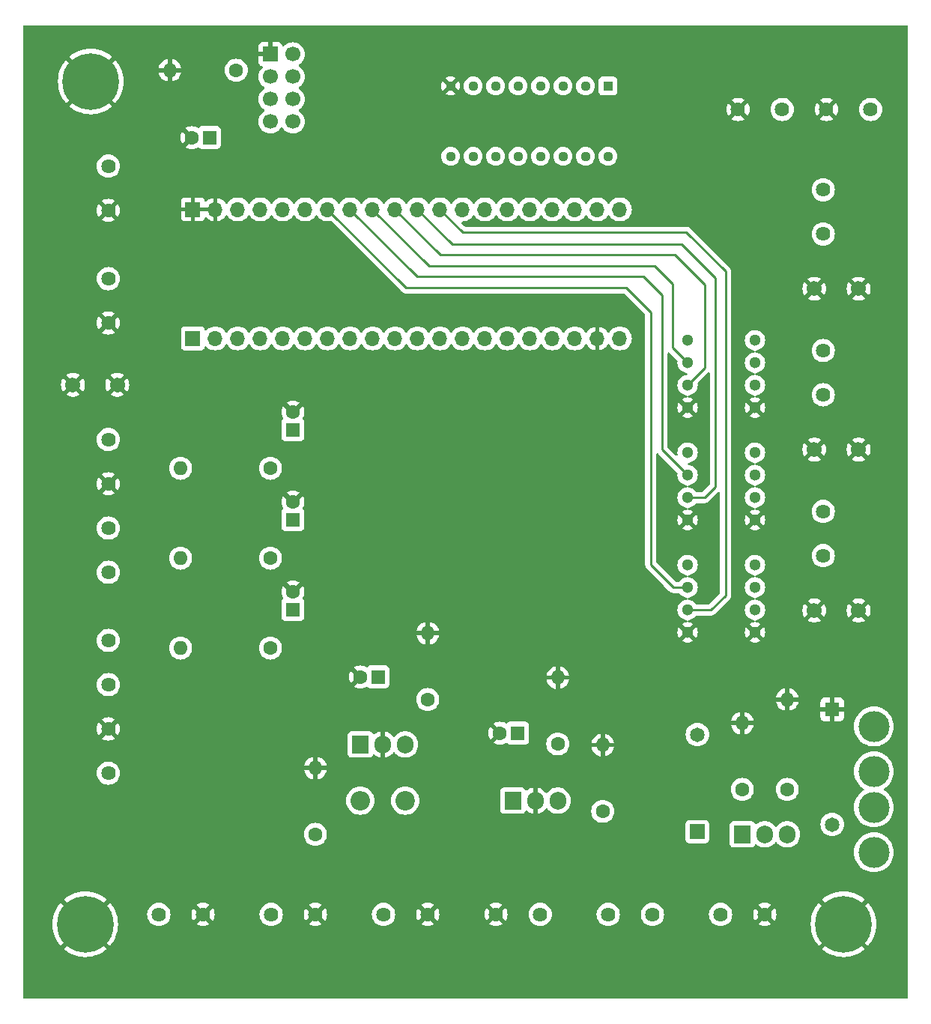
<source format=gbr>
%TF.GenerationSoftware,KiCad,Pcbnew,7.0.9*%
%TF.CreationDate,2023-12-24T19:55:43+02:00*%
%TF.ProjectId,kikad_project,6b696b61-645f-4707-926f-6a6563742e6b,rev?*%
%TF.SameCoordinates,Original*%
%TF.FileFunction,Copper,L2,Bot*%
%TF.FilePolarity,Positive*%
%FSLAX46Y46*%
G04 Gerber Fmt 4.6, Leading zero omitted, Abs format (unit mm)*
G04 Created by KiCad (PCBNEW 7.0.9) date 2023-12-24 19:55:43*
%MOMM*%
%LPD*%
G01*
G04 APERTURE LIST*
%TA.AperFunction,ComponentPad*%
%ADD10C,1.625600*%
%TD*%
%TA.AperFunction,ComponentPad*%
%ADD11C,1.300000*%
%TD*%
%TA.AperFunction,ComponentPad*%
%ADD12R,1.651000X1.651000*%
%TD*%
%TA.AperFunction,ComponentPad*%
%ADD13C,1.651000*%
%TD*%
%TA.AperFunction,ComponentPad*%
%ADD14R,1.905000X2.000000*%
%TD*%
%TA.AperFunction,ComponentPad*%
%ADD15O,1.905000X2.000000*%
%TD*%
%TA.AperFunction,ComponentPad*%
%ADD16C,1.600000*%
%TD*%
%TA.AperFunction,ComponentPad*%
%ADD17O,1.600000X1.600000*%
%TD*%
%TA.AperFunction,ComponentPad*%
%ADD18C,1.701800*%
%TD*%
%TA.AperFunction,ComponentPad*%
%ADD19C,1.650000*%
%TD*%
%TA.AperFunction,ComponentPad*%
%ADD20R,1.650000X1.650000*%
%TD*%
%TA.AperFunction,ComponentPad*%
%ADD21O,1.700000X1.700000*%
%TD*%
%TA.AperFunction,ComponentPad*%
%ADD22R,1.700000X1.700000*%
%TD*%
%TA.AperFunction,ComponentPad*%
%ADD23R,1.600000X1.600000*%
%TD*%
%TA.AperFunction,ComponentPad*%
%ADD24C,6.400000*%
%TD*%
%TA.AperFunction,ComponentPad*%
%ADD25C,2.200000*%
%TD*%
%TA.AperFunction,ComponentPad*%
%ADD26O,2.200000X2.200000*%
%TD*%
%TA.AperFunction,ComponentPad*%
%ADD27C,3.500000*%
%TD*%
%TA.AperFunction,ComponentPad*%
%ADD28R,1.130000X1.130000*%
%TD*%
%TA.AperFunction,ComponentPad*%
%ADD29C,1.130000*%
%TD*%
%TA.AperFunction,ComponentPad*%
%ADD30C,1.700000*%
%TD*%
%TA.AperFunction,Conductor*%
%ADD31C,0.250000*%
%TD*%
G04 APERTURE END LIST*
D10*
%TO.P,J9,1,1*%
%TO.N,+24V*%
X28020000Y-100500000D03*
%TO.P,J9,2,2*%
%TO.N,GND*%
X33020000Y-100500000D03*
%TD*%
%TO.P,J7,1,1*%
%TO.N,Net-(IC2-VOUT-)*%
X90430001Y-41758301D03*
%TO.P,J7,2,2*%
%TO.N,Net-(IC2-VOUT+)*%
X90430001Y-36758301D03*
%TD*%
D11*
%TO.P,IC3,1,VDD1*%
%TO.N,VCC*%
X75090000Y-61000000D03*
%TO.P,IC3,2,VIN+*%
%TO.N,WHEEL_RIGHT_PWM*%
X75090000Y-63540000D03*
%TO.P,IC3,3,VIN-*%
%TO.N,WHEEL_RIGHT_DIR*%
X75090000Y-66080000D03*
%TO.P,IC3,4,GND1*%
%TO.N,GND*%
X75090000Y-68620000D03*
%TO.P,IC3,5,GND2*%
X82710000Y-68620000D03*
%TO.P,IC3,6,VOUT-*%
%TO.N,Net-(IC3-VOUT-)*%
X82710000Y-66080000D03*
%TO.P,IC3,7,VOUT+*%
%TO.N,Net-(IC3-VOUT+)*%
X82710000Y-63540000D03*
%TO.P,IC3,8,VDD2*%
%TO.N,+5V*%
X82710000Y-61000000D03*
%TD*%
D12*
%TO.P,D1,1*%
%TO.N,+24V*%
X76200000Y-91160600D03*
D13*
%TO.P,D1,2*%
%TO.N,Net-(Q2-G)*%
X76200000Y-80162400D03*
%TD*%
D10*
%TO.P,J16,1,1*%
%TO.N,Net-(IC3-VOUT-)*%
X90430001Y-59948301D03*
%TO.P,J16,2,2*%
%TO.N,Net-(IC3-VOUT+)*%
X90430001Y-54948301D03*
%TD*%
%TO.P,J11,1,1*%
%TO.N,Net-(J11-Pad1)*%
X9620000Y-46823599D03*
%TO.P,J11,2,2*%
%TO.N,GND*%
X9620000Y-51823599D03*
%TO.P,J11,3,3*%
%TO.N,VCC*%
X9620000Y-56823599D03*
%TO.P,J11,4,4*%
%TO.N,Net-(J11-Pad4)*%
X9620000Y-61823600D03*
%TD*%
D14*
%TO.P,U4,1,IN*%
%TO.N,+24V*%
X55340000Y-87630000D03*
D15*
%TO.P,U4,2,GND*%
%TO.N,GND*%
X57880000Y-87630000D03*
%TO.P,U4,3,OUT*%
%TO.N,+5V*%
X60420000Y-87630000D03*
%TD*%
D16*
%TO.P,C6,1*%
%TO.N,+5V*%
X60420000Y-81220000D03*
D17*
%TO.P,C6,2*%
%TO.N,GND*%
X60420000Y-73720000D03*
%TD*%
D18*
%TO.P,J17,1,1*%
%TO.N,GND*%
X89430000Y-66138301D03*
%TO.P,J17,2,2*%
X94430000Y-66138301D03*
%TD*%
D19*
%TO.P,D3,A*%
%TO.N,Net-(Q2-S)*%
X91440000Y-90320000D03*
D20*
%TO.P,D3,C*%
%TO.N,GND*%
X91440000Y-77320000D03*
%TD*%
D16*
%TO.P,C9,1*%
%TO.N,+3.3V*%
X24070000Y-5080000D03*
D17*
%TO.P,C9,2*%
%TO.N,GND*%
X16570000Y-5080000D03*
%TD*%
D21*
%TO.P,U2,1,VBAT*%
%TO.N,unconnected-(U2-VBAT-Pad1)*%
X67430000Y-20810000D03*
%TO.P,U2,2,PC13*%
%TO.N,unconnected-(U2-PC13-Pad2)*%
X64890000Y-20810000D03*
%TO.P,U2,3,PC14*%
%TO.N,unconnected-(U2-PC14-Pad3)*%
X62350000Y-20810000D03*
%TO.P,U2,3v,3V3*%
%TO.N,+3.3V*%
X67430000Y-35385000D03*
X24250000Y-20810000D03*
%TO.P,U2,4,PC15*%
%TO.N,unconnected-(U2-PC15-Pad4)*%
X59810000Y-20810000D03*
%TO.P,U2,5v,5V*%
%TO.N,VCC*%
X62350000Y-35385000D03*
%TO.P,U2,7,NRST*%
%TO.N,unconnected-(U2-NRST-Pad7)*%
X26790000Y-20810000D03*
%TO.P,U2,10,PA0*%
%TO.N,unconnected-(U2-PA0-Pad10)*%
X57270000Y-20810000D03*
%TO.P,U2,11,PA1*%
%TO.N,HAND_PWM*%
X54730000Y-20810000D03*
%TO.P,U2,12,PA2*%
%TO.N,HAND_DIR*%
X52190000Y-20810000D03*
%TO.P,U2,13,PA3*%
%TO.N,unconnected-(U2-PA3-Pad13)*%
X49650000Y-20810000D03*
%TO.P,U2,14,PA4*%
%TO.N,WHEEL_RIGHT_DIR*%
X47110000Y-20810000D03*
%TO.P,U2,15,PA5*%
%TO.N,WHEEL_LEFT_DIR*%
X44570000Y-20810000D03*
%TO.P,U2,16,PA6*%
%TO.N,DISK_DIR*%
X42030000Y-20810000D03*
%TO.P,U2,17,PA7*%
%TO.N,DISK_PWM*%
X39490000Y-20810000D03*
%TO.P,U2,18,PB0*%
%TO.N,WHEEL_LEFT_PWM*%
X36950000Y-20810000D03*
%TO.P,U2,19,PB1*%
%TO.N,WHEEL_RIGHT_PWM*%
X34410000Y-20810000D03*
%TO.P,U2,21,PB10*%
%TO.N,unconnected-(U2-PB10-Pad21)*%
X31870000Y-20810000D03*
%TO.P,U2,22,PB11*%
%TO.N,unconnected-(U2-PB11-Pad22)*%
X29330000Y-20810000D03*
D22*
%TO.P,U2,25,PB12*%
%TO.N,unconnected-(U2-PB12-Pad25)*%
X19170000Y-35385000D03*
D21*
%TO.P,U2,26,PB13*%
%TO.N,unconnected-(U2-PB13-Pad26)*%
X21710000Y-35385000D03*
%TO.P,U2,27,PB14*%
%TO.N,unconnected-(U2-PB14-Pad27)*%
X24250000Y-35385000D03*
%TO.P,U2,28,PB15*%
%TO.N,HAND_END_RIGHT*%
X26790000Y-35385000D03*
%TO.P,U2,29,PA8*%
%TO.N,HAND_END_LEFT*%
X29330000Y-35385000D03*
%TO.P,U2,30,PA9*%
%TO.N,PA9*%
X31870000Y-35385000D03*
%TO.P,U2,31,PA10*%
%TO.N,PA10*%
X34410000Y-35385000D03*
%TO.P,U2,32,PA11*%
%TO.N,unconnected-(U2-PA11-Pad32)*%
X36950000Y-35385000D03*
%TO.P,U2,33,PA12*%
%TO.N,unconnected-(U2-PA12-Pad33)*%
X39490000Y-35385000D03*
%TO.P,U2,38,PA15*%
%TO.N,PA15*%
X42030000Y-35385000D03*
%TO.P,U2,39,PB3*%
%TO.N,PB3*%
X44570000Y-35385000D03*
%TO.P,U2,40,PB4*%
%TO.N,PB4*%
X47110000Y-35385000D03*
%TO.P,U2,41,PB5*%
%TO.N,PB5*%
X49650000Y-35385000D03*
%TO.P,U2,42,PB6*%
%TO.N,unconnected-(U2-PB6-Pad42)*%
X52190000Y-35385000D03*
%TO.P,U2,43,PB7*%
%TO.N,OPT_END_WHEEL_RIGHT*%
X54730000Y-35385000D03*
%TO.P,U2,45,PB8*%
%TO.N,OPT_END_WHEEL_LEFT*%
X57270000Y-35385000D03*
%TO.P,U2,46,PB9*%
%TO.N,OPT_END_DISK*%
X59810000Y-35385000D03*
%TO.P,U2,G,GND*%
%TO.N,GND*%
X64890000Y-35385000D03*
D22*
X19170000Y-20810000D03*
D21*
X21710000Y-20810000D03*
%TD*%
D23*
%TO.P,C12,1*%
%TO.N,OPT_END_WHEEL_LEFT*%
X30480000Y-55880000D03*
D16*
%TO.P,C12,2*%
%TO.N,GND*%
X30480000Y-53880000D03*
%TD*%
D11*
%TO.P,IC1,1,VDD1*%
%TO.N,VCC*%
X75090000Y-35600000D03*
%TO.P,IC1,2,VIN+*%
%TO.N,DISK_PWM*%
X75090000Y-38140000D03*
%TO.P,IC1,3,VIN-*%
%TO.N,DISK_DIR*%
X75090000Y-40680000D03*
%TO.P,IC1,4,GND1*%
%TO.N,GND*%
X75090000Y-43220000D03*
%TO.P,IC1,5,GND2*%
X82710000Y-43220000D03*
%TO.P,IC1,6,VOUT-*%
%TO.N,Net-(IC1-VOUT-)*%
X82710000Y-40680000D03*
%TO.P,IC1,7,VOUT+*%
%TO.N,Net-(IC1-VOUT+)*%
X82710000Y-38140000D03*
%TO.P,IC1,8,VDD2*%
%TO.N,+5V*%
X82710000Y-35600000D03*
%TD*%
D16*
%TO.P,C4,1*%
%TO.N,+24V*%
X65500000Y-88840000D03*
D17*
%TO.P,C4,2*%
%TO.N,GND*%
X65500000Y-81340000D03*
%TD*%
D10*
%TO.P,J10,1,1*%
%TO.N,VCC*%
X9620000Y-69525500D03*
%TO.P,J10,2,2*%
%TO.N,Net-(J10-Pad2)*%
X9620000Y-74525500D03*
%TO.P,J10,3,3*%
%TO.N,GND*%
X9620000Y-79525500D03*
%TO.P,J10,4,4*%
%TO.N,VCC*%
X9620000Y-84525501D03*
%TD*%
%TO.P,J6,1,1*%
%TO.N,+24V*%
X15320000Y-100500000D03*
%TO.P,J6,2,2*%
%TO.N,GND*%
X20320000Y-100500000D03*
%TD*%
%TO.P,J2,1,1*%
%TO.N,Net-(U12-E)*%
X95790000Y-9510000D03*
%TO.P,J2,2,2*%
%TO.N,GND*%
X90790000Y-9510000D03*
%TO.P,J2,3,3*%
%TO.N,Net-(U12-F)*%
X85790000Y-9510000D03*
%TO.P,J2,4,4*%
%TO.N,GND*%
X80789999Y-9510000D03*
%TD*%
%TO.P,J14,1,1*%
%TO.N,HAND_END_RIGHT*%
X9620000Y-28640000D03*
%TO.P,J14,2,2*%
%TO.N,GND*%
X9620000Y-33640000D03*
%TD*%
D24*
%TO.P,H2,1,1*%
%TO.N,GND*%
X7620000Y-6350000D03*
%TD*%
D16*
%TO.P,C2,1*%
%TO.N,VCC*%
X45720000Y-76200000D03*
D17*
%TO.P,C2,2*%
%TO.N,GND*%
X45720000Y-68700000D03*
%TD*%
D25*
%TO.P,L1,1,1*%
%TO.N,+24V*%
X43180000Y-87630000D03*
D26*
%TO.P,L1,2,2*%
%TO.N,Net-(U3-IN)*%
X38100000Y-87630000D03*
%TD*%
D14*
%TO.P,U3,1,IN*%
%TO.N,Net-(U3-IN)*%
X38100000Y-81280000D03*
D15*
%TO.P,U3,2,GND*%
%TO.N,GND*%
X40640000Y-81280000D03*
%TO.P,U3,3,OUT*%
%TO.N,VCC*%
X43180000Y-81280000D03*
%TD*%
D16*
%TO.P,R3,1*%
%TO.N,OPT_END_WHEEL_RIGHT*%
X27940000Y-50070000D03*
D17*
%TO.P,R3,2*%
%TO.N,Net-(J11-Pad1)*%
X17780000Y-50070000D03*
%TD*%
D10*
%TO.P,J1,1,1*%
%TO.N,Net-(J1-Pad1)*%
X78820000Y-100500000D03*
%TO.P,J1,2,2*%
%TO.N,GND*%
X83820000Y-100500000D03*
%TD*%
D16*
%TO.P,C3,1*%
%TO.N,Net-(U3-IN)*%
X33020000Y-91440000D03*
D17*
%TO.P,C3,2*%
%TO.N,GND*%
X33020000Y-83940000D03*
%TD*%
D18*
%TO.P,J8,1,1*%
%TO.N,GND*%
X89430000Y-47948301D03*
%TO.P,J8,2,2*%
X94430000Y-47948301D03*
%TD*%
D10*
%TO.P,J3,1,1*%
%TO.N,GND*%
X53430000Y-100480000D03*
%TO.P,J3,2,2*%
%TO.N,+24V*%
X58430000Y-100480000D03*
%TD*%
D23*
%TO.P,C1,1*%
%TO.N,VCC*%
X40100000Y-73660000D03*
D16*
%TO.P,C1,2*%
%TO.N,GND*%
X38100000Y-73660000D03*
%TD*%
D24*
%TO.P,H1,1,1*%
%TO.N,GND*%
X7000000Y-101600000D03*
%TD*%
D10*
%TO.P,J15,1,1*%
%TO.N,Net-(J15-Pad1)*%
X66120000Y-100500000D03*
%TO.P,J15,2,2*%
%TO.N,Net-(J1-Pad1)*%
X71120000Y-100500000D03*
%TD*%
D23*
%TO.P,C11,1*%
%TO.N,OPT_END_WHEEL_RIGHT*%
X30480000Y-45720000D03*
D16*
%TO.P,C11,2*%
%TO.N,GND*%
X30480000Y-43720000D03*
%TD*%
%TO.P,R1,1*%
%TO.N,Net-(Q2-G)*%
X86360000Y-86360000D03*
D17*
%TO.P,R1,2*%
%TO.N,GND*%
X86360000Y-76200000D03*
%TD*%
D14*
%TO.P,Q2,1,G*%
%TO.N,Net-(Q2-G)*%
X81280000Y-91440000D03*
D15*
%TO.P,Q2,2,D*%
%TO.N,+24V*%
X83820000Y-91440000D03*
%TO.P,Q2,3,S*%
%TO.N,Net-(Q2-S)*%
X86360000Y-91440000D03*
%TD*%
D10*
%TO.P,J4,1,1*%
%TO.N,Net-(IC1-VOUT-)*%
X90430001Y-23585101D03*
%TO.P,J4,2,2*%
%TO.N,Net-(IC1-VOUT+)*%
X90430001Y-18585101D03*
%TD*%
D23*
%TO.P,C5,1*%
%TO.N,+5V*%
X55880000Y-80010000D03*
D16*
%TO.P,C5,2*%
%TO.N,GND*%
X53880000Y-80010000D03*
%TD*%
D23*
%TO.P,C8,1*%
%TO.N,+3.3V*%
X21050000Y-12700000D03*
D16*
%TO.P,C8,2*%
%TO.N,GND*%
X19050000Y-12700000D03*
%TD*%
D24*
%TO.P,H3,1,1*%
%TO.N,GND*%
X92710000Y-101600000D03*
%TD*%
D16*
%TO.P,C7,1*%
%TO.N,Net-(Q2-G)*%
X81280000Y-86360000D03*
D17*
%TO.P,C7,2*%
%TO.N,GND*%
X81280000Y-78860000D03*
%TD*%
D18*
%TO.P,J12,1,1*%
%TO.N,GND*%
X10620001Y-40639999D03*
%TO.P,J12,2,2*%
X5620001Y-40639999D03*
%TD*%
D27*
%TO.P,X1,1A*%
%TO.N,Net-(J15-Pad1)*%
X96150000Y-93470000D03*
%TO.P,X1,1B*%
X96150000Y-88390000D03*
%TO.P,X1,2A*%
%TO.N,Net-(Q2-S)*%
X96150000Y-84330000D03*
%TO.P,X1,2B*%
X96150000Y-79250000D03*
%TD*%
D28*
%TO.P,U12,1,VCC*%
%TO.N,+3.3V*%
X66100000Y-6860000D03*
D29*
%TO.P,U12,2,EN_A*%
X63560000Y-6860000D03*
%TO.P,U12,3,A*%
%TO.N,HAND_PWM*%
X61020000Y-6860000D03*
%TO.P,U12,4,E*%
%TO.N,Net-(U12-E)*%
X58480000Y-6860000D03*
%TO.P,U12,5,F*%
%TO.N,Net-(U12-F)*%
X55940000Y-6860000D03*
%TO.P,U12,6,B*%
%TO.N,HAND_DIR*%
X53400000Y-6860000D03*
%TO.P,U12,7,EN_B*%
%TO.N,+3.3V*%
X50860000Y-6860000D03*
%TO.P,U12,8,VSS*%
%TO.N,GND*%
X48320000Y-6860000D03*
%TO.P,U12,9,EN_C*%
%TO.N,unconnected-(U12-EN_C-Pad9)*%
X48320000Y-14800000D03*
%TO.P,U12,10,C*%
%TO.N,unconnected-(U12-C-Pad10)*%
X50860000Y-14800000D03*
%TO.P,U12,11,G*%
%TO.N,unconnected-(U12-G-Pad11)*%
X53400000Y-14800000D03*
%TO.P,U12,12*%
%TO.N,N/C*%
X55940000Y-14800000D03*
%TO.P,U12,13,H*%
%TO.N,unconnected-(U12-H-Pad13)*%
X58480000Y-14800000D03*
%TO.P,U12,14,D*%
%TO.N,unconnected-(U12-D-Pad14)*%
X61020000Y-14800000D03*
%TO.P,U12,15,EN_D*%
%TO.N,unconnected-(U12-EN_D-Pad15)*%
X63560000Y-14800000D03*
%TO.P,U12,16,VDD*%
%TO.N,+5V*%
X66100000Y-14800000D03*
%TD*%
D18*
%TO.P,J5,1,1*%
%TO.N,GND*%
X89430000Y-29778301D03*
%TO.P,J5,2,2*%
X94430000Y-29778301D03*
%TD*%
D10*
%TO.P,J13,1,1*%
%TO.N,HAND_END_LEFT*%
X9610000Y-15920000D03*
%TO.P,J13,2,2*%
%TO.N,GND*%
X9610000Y-20920000D03*
%TD*%
D11*
%TO.P,IC2,1,VDD1*%
%TO.N,VCC*%
X75090000Y-48300000D03*
%TO.P,IC2,2,VIN+*%
%TO.N,WHEEL_LEFT_PWM*%
X75090000Y-50840000D03*
%TO.P,IC2,3,VIN-*%
%TO.N,WHEEL_LEFT_DIR*%
X75090000Y-53380000D03*
%TO.P,IC2,4,GND1*%
%TO.N,GND*%
X75090000Y-55920000D03*
%TO.P,IC2,5,GND2*%
X82710000Y-55920000D03*
%TO.P,IC2,6,VOUT-*%
%TO.N,Net-(IC2-VOUT-)*%
X82710000Y-53380000D03*
%TO.P,IC2,7,VOUT+*%
%TO.N,Net-(IC2-VOUT+)*%
X82710000Y-50840000D03*
%TO.P,IC2,8,VDD2*%
%TO.N,+5V*%
X82710000Y-48300000D03*
%TD*%
D10*
%TO.P,J18,1,1*%
%TO.N,+24V*%
X40720000Y-100500000D03*
%TO.P,J18,2,2*%
%TO.N,GND*%
X45720000Y-100500000D03*
%TD*%
D16*
%TO.P,R2,1*%
%TO.N,OPT_END_DISK*%
X27940000Y-70390000D03*
D17*
%TO.P,R2,2*%
%TO.N,Net-(J10-Pad2)*%
X17780000Y-70390000D03*
%TD*%
D23*
%TO.P,C10,1*%
%TO.N,OPT_END_DISK*%
X30480000Y-66040000D03*
D16*
%TO.P,C10,2*%
%TO.N,GND*%
X30480000Y-64040000D03*
%TD*%
D22*
%TO.P,U1,1,GND*%
%TO.N,GND*%
X27940000Y-3265000D03*
D30*
%TO.P,U1,2,VCC*%
%TO.N,+3.3V*%
X30480000Y-3265000D03*
%TO.P,U1,3,CE*%
%TO.N,PA10*%
X27940000Y-5805000D03*
%TO.P,U1,4,~{CSN}*%
%TO.N,PA15*%
X30480000Y-5805000D03*
%TO.P,U1,5,SCK*%
%TO.N,PB3*%
X27940000Y-8345000D03*
%TO.P,U1,6,MOSI*%
%TO.N,PB5*%
X30480000Y-8345000D03*
%TO.P,U1,7,MISO*%
%TO.N,PB4*%
X27940000Y-10885000D03*
%TO.P,U1,8,IRQ*%
%TO.N,PA9*%
X30480000Y-10885000D03*
%TD*%
D16*
%TO.P,R4,1*%
%TO.N,OPT_END_WHEEL_LEFT*%
X27940000Y-60230000D03*
D17*
%TO.P,R4,2*%
%TO.N,Net-(J11-Pad4)*%
X17780000Y-60230000D03*
%TD*%
D31*
%TO.N,GND*%
X92880000Y-100500000D02*
X93980000Y-101600000D01*
%TO.N,DISK_PWM*%
X75090000Y-38140000D02*
X73390000Y-36440000D01*
X73390000Y-36440000D02*
X73390000Y-29190000D01*
X71380000Y-27180000D02*
X45860000Y-27180000D01*
X45860000Y-27180000D02*
X39490000Y-20810000D01*
X73390000Y-29190000D02*
X71380000Y-27180000D01*
%TO.N,WHEEL_LEFT_PWM*%
X72220000Y-30540000D02*
X70090000Y-28410000D01*
X70090000Y-28410000D02*
X44550000Y-28410000D01*
X44550000Y-28410000D02*
X36950000Y-20810000D01*
X72220000Y-47970000D02*
X72220000Y-30540000D01*
X75090000Y-50840000D02*
X72220000Y-47970000D01*
%TO.N,WHEEL_RIGHT_PWM*%
X70930000Y-60960000D02*
X73510000Y-63540000D01*
X70930000Y-60960000D02*
X70930000Y-32430000D01*
X70930000Y-32430000D02*
X68190000Y-29690000D01*
X68190000Y-29690000D02*
X43290000Y-29690000D01*
X73510000Y-63540000D02*
X75090000Y-63540000D01*
X43290000Y-29690000D02*
X34410000Y-20810000D01*
%TO.N,DISK_DIR*%
X73680000Y-25950000D02*
X47170000Y-25950000D01*
X47170000Y-25950000D02*
X42030000Y-20810000D01*
X75090000Y-40680000D02*
X77020000Y-38750000D01*
X77020000Y-38750000D02*
X77020000Y-29290000D01*
X77020000Y-29290000D02*
X73680000Y-25950000D01*
%TO.N,WHEEL_LEFT_DIR*%
X78250000Y-52160000D02*
X78250000Y-28570000D01*
X78250000Y-28570000D02*
X74400000Y-24720000D01*
X75090000Y-53380000D02*
X77030000Y-53380000D01*
X74400000Y-24720000D02*
X48480000Y-24720000D01*
X77030000Y-53380000D02*
X78250000Y-52160000D01*
X48480000Y-24720000D02*
X44570000Y-20810000D01*
%TO.N,WHEEL_RIGHT_DIR*%
X74960000Y-23380000D02*
X49680000Y-23380000D01*
X79370000Y-27790000D02*
X74960000Y-23380000D01*
X75090000Y-66080000D02*
X77750000Y-66080000D01*
X49680000Y-23380000D02*
X47110000Y-20810000D01*
X79370000Y-64460000D02*
X79370000Y-27790000D01*
X77750000Y-66080000D02*
X79370000Y-64460000D01*
%TD*%
%TA.AperFunction,Conductor*%
%TO.N,GND*%
G36*
X71758540Y-48400043D02*
G01*
X71796309Y-48431288D01*
X71800620Y-48435210D01*
X73427002Y-50061593D01*
X73916378Y-50550969D01*
X73949863Y-50612292D01*
X73952168Y-50650091D01*
X73934571Y-50840000D01*
X73954244Y-51052310D01*
X73996427Y-51200567D01*
X74012596Y-51257392D01*
X74012596Y-51257394D01*
X74107632Y-51448253D01*
X74236127Y-51618406D01*
X74236128Y-51618407D01*
X74393698Y-51762052D01*
X74574981Y-51874298D01*
X74773802Y-51951321D01*
X74970613Y-51988111D01*
X75032893Y-52019779D01*
X75068166Y-52080092D01*
X75065232Y-52149900D01*
X75025023Y-52207040D01*
X74970613Y-52231888D01*
X74773802Y-52268679D01*
X74773799Y-52268679D01*
X74773799Y-52268680D01*
X74574982Y-52345701D01*
X74574980Y-52345702D01*
X74393699Y-52457947D01*
X74236127Y-52601593D01*
X74107632Y-52771746D01*
X74012596Y-52962605D01*
X74012596Y-52962607D01*
X73954244Y-53167689D01*
X73934571Y-53379999D01*
X73934571Y-53380000D01*
X73954244Y-53592310D01*
X74012596Y-53797392D01*
X74012596Y-53797394D01*
X74107632Y-53988253D01*
X74226662Y-54145872D01*
X74236128Y-54158407D01*
X74393698Y-54302052D01*
X74574981Y-54414298D01*
X74773802Y-54491321D01*
X74971973Y-54528365D01*
X75034253Y-54560033D01*
X75069526Y-54620346D01*
X75066592Y-54690154D01*
X75026383Y-54747294D01*
X74971972Y-54772143D01*
X74773941Y-54809162D01*
X74773940Y-54809162D01*
X74575208Y-54886151D01*
X74575205Y-54886152D01*
X74472991Y-54949438D01*
X75040006Y-55516452D01*
X74962850Y-55528673D01*
X74848146Y-55587117D01*
X74757117Y-55678146D01*
X74698673Y-55792850D01*
X74686452Y-55870006D01*
X74116835Y-55300389D01*
X74108056Y-55312015D01*
X74013066Y-55502783D01*
X74013058Y-55502803D01*
X73954738Y-55707780D01*
X73954737Y-55707783D01*
X73935073Y-55919999D01*
X73935073Y-55920000D01*
X73954737Y-56132216D01*
X73954738Y-56132219D01*
X74013058Y-56337196D01*
X74013066Y-56337216D01*
X74108060Y-56527990D01*
X74116834Y-56539609D01*
X74116835Y-56539609D01*
X74686452Y-55969993D01*
X74698673Y-56047150D01*
X74757117Y-56161854D01*
X74848146Y-56252883D01*
X74962850Y-56311327D01*
X75040005Y-56323547D01*
X74472991Y-56890560D01*
X74472992Y-56890561D01*
X74575201Y-56953845D01*
X74575210Y-56953850D01*
X74773936Y-57030836D01*
X74773941Y-57030837D01*
X74983439Y-57070000D01*
X75196561Y-57070000D01*
X75406058Y-57030837D01*
X75406063Y-57030836D01*
X75604789Y-56953850D01*
X75604793Y-56953848D01*
X75707007Y-56890560D01*
X75139995Y-56323547D01*
X75217150Y-56311327D01*
X75331854Y-56252883D01*
X75422883Y-56161854D01*
X75481327Y-56047150D01*
X75493547Y-55969994D01*
X76063163Y-56539610D01*
X76071935Y-56527996D01*
X76071938Y-56527991D01*
X76166935Y-56337211D01*
X76166941Y-56337196D01*
X76225261Y-56132219D01*
X76225262Y-56132216D01*
X76244927Y-55920000D01*
X76244927Y-55919999D01*
X76225262Y-55707783D01*
X76225261Y-55707780D01*
X76166941Y-55502803D01*
X76166933Y-55502783D01*
X76071940Y-55312010D01*
X76063163Y-55300388D01*
X75493547Y-55870004D01*
X75481327Y-55792850D01*
X75422883Y-55678146D01*
X75331854Y-55587117D01*
X75217150Y-55528673D01*
X75139994Y-55516452D01*
X75707007Y-54949438D01*
X75604789Y-54886149D01*
X75406063Y-54809163D01*
X75406058Y-54809162D01*
X75208027Y-54772143D01*
X75145746Y-54740475D01*
X75110473Y-54680162D01*
X75113407Y-54610354D01*
X75153616Y-54553214D01*
X75208024Y-54528366D01*
X75406198Y-54491321D01*
X75605019Y-54414298D01*
X75786302Y-54302052D01*
X75943872Y-54158407D01*
X76022133Y-54054772D01*
X76078242Y-54013137D01*
X76121087Y-54005500D01*
X76947257Y-54005500D01*
X76962877Y-54007224D01*
X76962904Y-54006939D01*
X76970660Y-54007671D01*
X76970667Y-54007673D01*
X77039814Y-54005500D01*
X77069350Y-54005500D01*
X77076228Y-54004630D01*
X77082041Y-54004172D01*
X77128627Y-54002709D01*
X77147869Y-53997117D01*
X77166912Y-53993174D01*
X77186792Y-53990664D01*
X77230122Y-53973507D01*
X77235646Y-53971617D01*
X77239396Y-53970527D01*
X77280390Y-53958618D01*
X77297629Y-53948422D01*
X77315103Y-53939862D01*
X77333727Y-53932488D01*
X77333727Y-53932487D01*
X77333732Y-53932486D01*
X77371449Y-53905082D01*
X77376305Y-53901892D01*
X77416420Y-53878170D01*
X77430589Y-53863999D01*
X77445379Y-53851368D01*
X77461587Y-53839594D01*
X77491299Y-53803676D01*
X77495212Y-53799376D01*
X78532819Y-52761770D01*
X78594142Y-52728285D01*
X78663834Y-52733269D01*
X78719767Y-52775141D01*
X78744184Y-52840605D01*
X78744500Y-52849451D01*
X78744500Y-64149547D01*
X78724815Y-64216586D01*
X78708181Y-64237228D01*
X77527228Y-65418181D01*
X77465905Y-65451666D01*
X77439547Y-65454500D01*
X76121087Y-65454500D01*
X76054048Y-65434815D01*
X76022133Y-65405227D01*
X76000167Y-65376140D01*
X75943872Y-65301593D01*
X75786302Y-65157948D01*
X75605019Y-65045702D01*
X75605017Y-65045701D01*
X75496067Y-65003494D01*
X75406198Y-64968679D01*
X75209385Y-64931888D01*
X75147106Y-64900221D01*
X75111833Y-64839908D01*
X75114767Y-64770100D01*
X75154976Y-64712960D01*
X75209384Y-64688111D01*
X75406198Y-64651321D01*
X75605019Y-64574298D01*
X75786302Y-64462052D01*
X75943872Y-64318407D01*
X76072366Y-64148255D01*
X76083349Y-64126198D01*
X76167403Y-63957394D01*
X76167403Y-63957393D01*
X76167405Y-63957389D01*
X76225756Y-63752310D01*
X76245429Y-63540000D01*
X76225756Y-63327690D01*
X76167405Y-63122611D01*
X76167403Y-63122606D01*
X76167403Y-63122605D01*
X76072367Y-62931746D01*
X75943872Y-62761593D01*
X75914738Y-62735034D01*
X75786302Y-62617948D01*
X75605019Y-62505702D01*
X75605017Y-62505701D01*
X75505608Y-62467190D01*
X75406198Y-62428679D01*
X75209385Y-62391888D01*
X75147106Y-62360221D01*
X75111833Y-62299908D01*
X75114767Y-62230100D01*
X75154976Y-62172960D01*
X75209384Y-62148111D01*
X75406198Y-62111321D01*
X75605019Y-62034298D01*
X75786302Y-61922052D01*
X75943872Y-61778407D01*
X76072366Y-61608255D01*
X76072367Y-61608253D01*
X76167403Y-61417394D01*
X76167403Y-61417393D01*
X76167405Y-61417389D01*
X76225756Y-61212310D01*
X76245429Y-61000000D01*
X76225756Y-60787690D01*
X76167405Y-60582611D01*
X76167403Y-60582606D01*
X76167403Y-60582605D01*
X76072367Y-60391746D01*
X75943872Y-60221593D01*
X75895195Y-60177218D01*
X75786302Y-60077948D01*
X75605019Y-59965702D01*
X75605017Y-59965701D01*
X75505608Y-59927190D01*
X75406198Y-59888679D01*
X75196610Y-59849500D01*
X74983390Y-59849500D01*
X74773802Y-59888679D01*
X74773799Y-59888679D01*
X74773799Y-59888680D01*
X74574982Y-59965701D01*
X74574980Y-59965702D01*
X74393699Y-60077947D01*
X74236127Y-60221593D01*
X74107632Y-60391746D01*
X74012596Y-60582605D01*
X74012596Y-60582607D01*
X73954244Y-60787689D01*
X73943776Y-60900665D01*
X73934571Y-61000000D01*
X73954244Y-61212310D01*
X73996427Y-61360567D01*
X74012596Y-61417392D01*
X74012596Y-61417394D01*
X74107632Y-61608253D01*
X74107634Y-61608255D01*
X74236128Y-61778407D01*
X74393698Y-61922052D01*
X74574981Y-62034298D01*
X74773802Y-62111321D01*
X74970613Y-62148111D01*
X75032893Y-62179779D01*
X75068166Y-62240092D01*
X75065232Y-62309900D01*
X75025023Y-62367040D01*
X74970613Y-62391888D01*
X74773802Y-62428679D01*
X74773799Y-62428679D01*
X74773799Y-62428680D01*
X74574982Y-62505701D01*
X74574980Y-62505702D01*
X74393699Y-62617947D01*
X74236127Y-62761593D01*
X74157867Y-62865227D01*
X74101758Y-62906863D01*
X74058913Y-62914500D01*
X73820452Y-62914500D01*
X73753413Y-62894815D01*
X73732771Y-62878181D01*
X71591819Y-60737228D01*
X71558334Y-60675905D01*
X71555500Y-60649547D01*
X71555500Y-48495587D01*
X71575185Y-48428548D01*
X71627989Y-48382793D01*
X71697147Y-48372849D01*
X71758540Y-48400043D01*
G37*
%TD.AperFunction*%
%TA.AperFunction,Conductor*%
G36*
X73050703Y-36985739D02*
G01*
X73057179Y-36991769D01*
X73597154Y-37531745D01*
X73916378Y-37850969D01*
X73949863Y-37912292D01*
X73952168Y-37950091D01*
X73934571Y-38140000D01*
X73954244Y-38352310D01*
X73993679Y-38490909D01*
X74012596Y-38557392D01*
X74012596Y-38557394D01*
X74107632Y-38748253D01*
X74107634Y-38748255D01*
X74236128Y-38918407D01*
X74393698Y-39062052D01*
X74574981Y-39174298D01*
X74773802Y-39251321D01*
X74970613Y-39288111D01*
X75032893Y-39319779D01*
X75068166Y-39380092D01*
X75065232Y-39449900D01*
X75025023Y-39507040D01*
X74970613Y-39531888D01*
X74773802Y-39568679D01*
X74773799Y-39568679D01*
X74773799Y-39568680D01*
X74574982Y-39645701D01*
X74574980Y-39645702D01*
X74393699Y-39757947D01*
X74236127Y-39901593D01*
X74107632Y-40071746D01*
X74012596Y-40262605D01*
X74012596Y-40262607D01*
X73954244Y-40467689D01*
X73934571Y-40679999D01*
X73934571Y-40680000D01*
X73954244Y-40892310D01*
X74012596Y-41097392D01*
X74012596Y-41097394D01*
X74107632Y-41288253D01*
X74193650Y-41402158D01*
X74236128Y-41458407D01*
X74393698Y-41602052D01*
X74574981Y-41714298D01*
X74773802Y-41791321D01*
X74971973Y-41828365D01*
X75034253Y-41860033D01*
X75069526Y-41920346D01*
X75066592Y-41990154D01*
X75026383Y-42047294D01*
X74971972Y-42072143D01*
X74773941Y-42109162D01*
X74773940Y-42109162D01*
X74575208Y-42186151D01*
X74575205Y-42186152D01*
X74472991Y-42249438D01*
X75040006Y-42816452D01*
X74962850Y-42828673D01*
X74848146Y-42887117D01*
X74757117Y-42978146D01*
X74698673Y-43092850D01*
X74686452Y-43170006D01*
X74116835Y-42600389D01*
X74108056Y-42612015D01*
X74013066Y-42802783D01*
X74013058Y-42802803D01*
X73954738Y-43007780D01*
X73954737Y-43007783D01*
X73935073Y-43219999D01*
X73935073Y-43220000D01*
X73954737Y-43432216D01*
X73954738Y-43432219D01*
X74013058Y-43637196D01*
X74013066Y-43637216D01*
X74108060Y-43827990D01*
X74116834Y-43839609D01*
X74116835Y-43839609D01*
X74686452Y-43269993D01*
X74698673Y-43347150D01*
X74757117Y-43461854D01*
X74848146Y-43552883D01*
X74962850Y-43611327D01*
X75040005Y-43623547D01*
X74472991Y-44190560D01*
X74472992Y-44190561D01*
X74575201Y-44253845D01*
X74575210Y-44253850D01*
X74773936Y-44330836D01*
X74773941Y-44330837D01*
X74983439Y-44370000D01*
X75196561Y-44370000D01*
X75406058Y-44330837D01*
X75406063Y-44330836D01*
X75604789Y-44253850D01*
X75604793Y-44253848D01*
X75707007Y-44190560D01*
X75139995Y-43623547D01*
X75217150Y-43611327D01*
X75331854Y-43552883D01*
X75422883Y-43461854D01*
X75481327Y-43347150D01*
X75493547Y-43269994D01*
X76063163Y-43839610D01*
X76071935Y-43827996D01*
X76071938Y-43827991D01*
X76166935Y-43637211D01*
X76166941Y-43637196D01*
X76225261Y-43432219D01*
X76225262Y-43432216D01*
X76244927Y-43220000D01*
X76244927Y-43219999D01*
X76225262Y-43007783D01*
X76225261Y-43007780D01*
X76166941Y-42802803D01*
X76166933Y-42802783D01*
X76071940Y-42612010D01*
X76063163Y-42600388D01*
X75493547Y-43170004D01*
X75481327Y-43092850D01*
X75422883Y-42978146D01*
X75331854Y-42887117D01*
X75217150Y-42828673D01*
X75139994Y-42816452D01*
X75707007Y-42249438D01*
X75604789Y-42186149D01*
X75406063Y-42109163D01*
X75406058Y-42109162D01*
X75208027Y-42072143D01*
X75145746Y-42040475D01*
X75110473Y-41980162D01*
X75113407Y-41910354D01*
X75153616Y-41853214D01*
X75208024Y-41828366D01*
X75406198Y-41791321D01*
X75605019Y-41714298D01*
X75786302Y-41602052D01*
X75943872Y-41458407D01*
X76072366Y-41288255D01*
X76167405Y-41097389D01*
X76225756Y-40892310D01*
X76245429Y-40680000D01*
X76227831Y-40490087D01*
X76241246Y-40421521D01*
X76263618Y-40390971D01*
X77403788Y-39250801D01*
X77416032Y-39240994D01*
X77415849Y-39240773D01*
X77421448Y-39236140D01*
X77422838Y-39235542D01*
X77425047Y-39233774D01*
X77428484Y-39231594D01*
X77429243Y-39232791D01*
X77485647Y-39208567D01*
X77554562Y-39220080D01*
X77606312Y-39267023D01*
X77624500Y-39331674D01*
X77624500Y-51849547D01*
X77604815Y-51916586D01*
X77588181Y-51937228D01*
X76807228Y-52718181D01*
X76745905Y-52751666D01*
X76719547Y-52754500D01*
X76121087Y-52754500D01*
X76054048Y-52734815D01*
X76022133Y-52705227D01*
X75981275Y-52651123D01*
X75943872Y-52601593D01*
X75786302Y-52457948D01*
X75605019Y-52345702D01*
X75605017Y-52345701D01*
X75501343Y-52305538D01*
X75406198Y-52268679D01*
X75209385Y-52231888D01*
X75147106Y-52200221D01*
X75111833Y-52139908D01*
X75114767Y-52070100D01*
X75154976Y-52012960D01*
X75209384Y-51988111D01*
X75406198Y-51951321D01*
X75605019Y-51874298D01*
X75786302Y-51762052D01*
X75943872Y-51618407D01*
X76072366Y-51448255D01*
X76108609Y-51375468D01*
X76167403Y-51257394D01*
X76167403Y-51257393D01*
X76167405Y-51257389D01*
X76225756Y-51052310D01*
X76245429Y-50840000D01*
X76225756Y-50627690D01*
X76167405Y-50422611D01*
X76167403Y-50422606D01*
X76167403Y-50422605D01*
X76072367Y-50231746D01*
X75943872Y-50061593D01*
X75786302Y-49917948D01*
X75605019Y-49805702D01*
X75605017Y-49805701D01*
X75505608Y-49767190D01*
X75406198Y-49728679D01*
X75209385Y-49691888D01*
X75147106Y-49660221D01*
X75111833Y-49599908D01*
X75114767Y-49530100D01*
X75154976Y-49472960D01*
X75209384Y-49448111D01*
X75406198Y-49411321D01*
X75605019Y-49334298D01*
X75786302Y-49222052D01*
X75943872Y-49078407D01*
X76072366Y-48908255D01*
X76134055Y-48784366D01*
X76167403Y-48717394D01*
X76167403Y-48717393D01*
X76167405Y-48717389D01*
X76225756Y-48512310D01*
X76245429Y-48300000D01*
X76225756Y-48087690D01*
X76167405Y-47882611D01*
X76167403Y-47882606D01*
X76167403Y-47882605D01*
X76072367Y-47691746D01*
X75943872Y-47521593D01*
X75840010Y-47426910D01*
X75786302Y-47377948D01*
X75605019Y-47265702D01*
X75605017Y-47265701D01*
X75505608Y-47227190D01*
X75406198Y-47188679D01*
X75196610Y-47149500D01*
X74983390Y-47149500D01*
X74773802Y-47188679D01*
X74773799Y-47188679D01*
X74773799Y-47188680D01*
X74574982Y-47265701D01*
X74574980Y-47265702D01*
X74393699Y-47377947D01*
X74236127Y-47521593D01*
X74107632Y-47691746D01*
X74012596Y-47882605D01*
X74012596Y-47882607D01*
X73954244Y-48087689D01*
X73934571Y-48299999D01*
X73934571Y-48300001D01*
X73953944Y-48509080D01*
X73940529Y-48577650D01*
X73892172Y-48628082D01*
X73824225Y-48644364D01*
X73758263Y-48621326D01*
X73742795Y-48608205D01*
X72881819Y-47747228D01*
X72848334Y-47685905D01*
X72845500Y-47659547D01*
X72845500Y-37079452D01*
X72865185Y-37012413D01*
X72917989Y-36966658D01*
X72987147Y-36956714D01*
X73050703Y-36985739D01*
G37*
%TD.AperFunction*%
%TA.AperFunction,Conductor*%
G36*
X21250507Y-20600156D02*
G01*
X21210000Y-20738111D01*
X21210000Y-20881889D01*
X21250507Y-21019844D01*
X21276314Y-21060000D01*
X19603686Y-21060000D01*
X19629493Y-21019844D01*
X19670000Y-20881889D01*
X19670000Y-20738111D01*
X19629493Y-20600156D01*
X19603686Y-20560000D01*
X21276314Y-20560000D01*
X21250507Y-20600156D01*
G37*
%TD.AperFunction*%
%TA.AperFunction,Conductor*%
G36*
X99942539Y-20185D02*
G01*
X99988294Y-72989D01*
X99999500Y-124500D01*
X99999500Y-109875500D01*
X99979815Y-109942539D01*
X99927011Y-109988294D01*
X99875500Y-109999500D01*
X124500Y-109999500D01*
X57461Y-109979815D01*
X11706Y-109927011D01*
X500Y-109875500D01*
X500Y-101600000D01*
X3294922Y-101600000D01*
X3315219Y-101987287D01*
X3375886Y-102370323D01*
X3375887Y-102370330D01*
X3476262Y-102744936D01*
X3615244Y-103106994D01*
X3791310Y-103452543D01*
X4002531Y-103777793D01*
X4211095Y-104035350D01*
X4211096Y-104035350D01*
X5702266Y-102544180D01*
X5865130Y-102734870D01*
X6055819Y-102897733D01*
X4564648Y-104388903D01*
X4564649Y-104388904D01*
X4822206Y-104597468D01*
X5147456Y-104808689D01*
X5493005Y-104984755D01*
X5855063Y-105123737D01*
X6229669Y-105224112D01*
X6229676Y-105224113D01*
X6612712Y-105284780D01*
X6999999Y-105305078D01*
X7000001Y-105305078D01*
X7387287Y-105284780D01*
X7770323Y-105224113D01*
X7770330Y-105224112D01*
X8144936Y-105123737D01*
X8506994Y-104984755D01*
X8852543Y-104808689D01*
X9177783Y-104597476D01*
X9177785Y-104597475D01*
X9435349Y-104388902D01*
X7944180Y-102897733D01*
X8134870Y-102734870D01*
X8297733Y-102544180D01*
X9788902Y-104035349D01*
X9997475Y-103777785D01*
X9997476Y-103777783D01*
X10208689Y-103452543D01*
X10384755Y-103106994D01*
X10523737Y-102744936D01*
X10624112Y-102370330D01*
X10624113Y-102370323D01*
X10684780Y-101987287D01*
X10705078Y-101600000D01*
X10705078Y-101599999D01*
X10684780Y-101212712D01*
X10624113Y-100829676D01*
X10624112Y-100829669D01*
X10535778Y-100500001D01*
X14001683Y-100500001D01*
X14021710Y-100728917D01*
X14021712Y-100728928D01*
X14081184Y-100950883D01*
X14081186Y-100950887D01*
X14081187Y-100950891D01*
X14178304Y-101159159D01*
X14310111Y-101347398D01*
X14472602Y-101509889D01*
X14660841Y-101641696D01*
X14869109Y-101738813D01*
X15091077Y-101798289D01*
X15254593Y-101812594D01*
X15319998Y-101818317D01*
X15320000Y-101818317D01*
X15320002Y-101818317D01*
X15377230Y-101813310D01*
X15548923Y-101798289D01*
X15770891Y-101738813D01*
X15979159Y-101641696D01*
X16167398Y-101509889D01*
X16329889Y-101347398D01*
X16461696Y-101159159D01*
X16558813Y-100950891D01*
X16618289Y-100728923D01*
X16638317Y-100500000D01*
X19002185Y-100500000D01*
X19022205Y-100728831D01*
X19022207Y-100728841D01*
X19081656Y-100950711D01*
X19081660Y-100950720D01*
X19178738Y-101158907D01*
X19231783Y-101234662D01*
X19786628Y-100679817D01*
X19788514Y-100688890D01*
X19859185Y-100825279D01*
X19964032Y-100937543D01*
X20095280Y-101017357D01*
X20142863Y-101030689D01*
X19585336Y-101588216D01*
X19661088Y-101641259D01*
X19661096Y-101641263D01*
X19869274Y-101738338D01*
X19869288Y-101738343D01*
X20091158Y-101797792D01*
X20091168Y-101797794D01*
X20319999Y-101817815D01*
X20320001Y-101817815D01*
X20548831Y-101797794D01*
X20548841Y-101797792D01*
X20770711Y-101738343D01*
X20770725Y-101738338D01*
X20978905Y-101641262D01*
X20978909Y-101641260D01*
X21054662Y-101588215D01*
X20498257Y-101031809D01*
X20613073Y-100981939D01*
X20732231Y-100884997D01*
X20820815Y-100759502D01*
X20850245Y-100676692D01*
X21408215Y-101234662D01*
X21461260Y-101158909D01*
X21461262Y-101158905D01*
X21558338Y-100950725D01*
X21558343Y-100950711D01*
X21617792Y-100728841D01*
X21617794Y-100728831D01*
X21637815Y-100500001D01*
X26701683Y-100500001D01*
X26721710Y-100728917D01*
X26721712Y-100728928D01*
X26781184Y-100950883D01*
X26781186Y-100950887D01*
X26781187Y-100950891D01*
X26878304Y-101159159D01*
X27010111Y-101347398D01*
X27172602Y-101509889D01*
X27360841Y-101641696D01*
X27569109Y-101738813D01*
X27791077Y-101798289D01*
X27954593Y-101812594D01*
X28019998Y-101818317D01*
X28020000Y-101818317D01*
X28020002Y-101818317D01*
X28077230Y-101813310D01*
X28248923Y-101798289D01*
X28470891Y-101738813D01*
X28679159Y-101641696D01*
X28867398Y-101509889D01*
X29029889Y-101347398D01*
X29161696Y-101159159D01*
X29258813Y-100950891D01*
X29318289Y-100728923D01*
X29338317Y-100500000D01*
X31702185Y-100500000D01*
X31722205Y-100728831D01*
X31722207Y-100728841D01*
X31781656Y-100950711D01*
X31781660Y-100950720D01*
X31878738Y-101158907D01*
X31931783Y-101234662D01*
X32486628Y-100679817D01*
X32488514Y-100688890D01*
X32559185Y-100825279D01*
X32664032Y-100937543D01*
X32795280Y-101017357D01*
X32842863Y-101030689D01*
X32285336Y-101588216D01*
X32361088Y-101641259D01*
X32361096Y-101641263D01*
X32569274Y-101738338D01*
X32569288Y-101738343D01*
X32791158Y-101797792D01*
X32791168Y-101797794D01*
X33019999Y-101817815D01*
X33020001Y-101817815D01*
X33248831Y-101797794D01*
X33248841Y-101797792D01*
X33470711Y-101738343D01*
X33470725Y-101738338D01*
X33678905Y-101641262D01*
X33678909Y-101641260D01*
X33754662Y-101588215D01*
X33198257Y-101031809D01*
X33313073Y-100981939D01*
X33432231Y-100884997D01*
X33520815Y-100759502D01*
X33550245Y-100676692D01*
X34108215Y-101234662D01*
X34161260Y-101158909D01*
X34161262Y-101158905D01*
X34258338Y-100950725D01*
X34258343Y-100950711D01*
X34317792Y-100728841D01*
X34317794Y-100728831D01*
X34337815Y-100500001D01*
X39401683Y-100500001D01*
X39421710Y-100728917D01*
X39421712Y-100728928D01*
X39481184Y-100950883D01*
X39481186Y-100950887D01*
X39481187Y-100950891D01*
X39578304Y-101159159D01*
X39710111Y-101347398D01*
X39872602Y-101509889D01*
X40060841Y-101641696D01*
X40269109Y-101738813D01*
X40491077Y-101798289D01*
X40654593Y-101812594D01*
X40719998Y-101818317D01*
X40720000Y-101818317D01*
X40720002Y-101818317D01*
X40777230Y-101813310D01*
X40948923Y-101798289D01*
X41170891Y-101738813D01*
X41379159Y-101641696D01*
X41567398Y-101509889D01*
X41729889Y-101347398D01*
X41861696Y-101159159D01*
X41958813Y-100950891D01*
X42018289Y-100728923D01*
X42038317Y-100500000D01*
X44402185Y-100500000D01*
X44422205Y-100728831D01*
X44422207Y-100728841D01*
X44481656Y-100950711D01*
X44481660Y-100950720D01*
X44578738Y-101158907D01*
X44631783Y-101234662D01*
X45186628Y-100679817D01*
X45188514Y-100688890D01*
X45259185Y-100825279D01*
X45364032Y-100937543D01*
X45495280Y-101017357D01*
X45542863Y-101030689D01*
X44985336Y-101588216D01*
X45061088Y-101641259D01*
X45061096Y-101641263D01*
X45269274Y-101738338D01*
X45269288Y-101738343D01*
X45491158Y-101797792D01*
X45491168Y-101797794D01*
X45719999Y-101817815D01*
X45720001Y-101817815D01*
X45948831Y-101797794D01*
X45948841Y-101797792D01*
X46170711Y-101738343D01*
X46170725Y-101738338D01*
X46378905Y-101641262D01*
X46378909Y-101641260D01*
X46454662Y-101588215D01*
X45898257Y-101031809D01*
X46013073Y-100981939D01*
X46132231Y-100884997D01*
X46220815Y-100759502D01*
X46250245Y-100676692D01*
X46808215Y-101234662D01*
X46861260Y-101158909D01*
X46861262Y-101158905D01*
X46958338Y-100950725D01*
X46958343Y-100950711D01*
X47017792Y-100728841D01*
X47017794Y-100728831D01*
X47037815Y-100500000D01*
X47037815Y-100499999D01*
X47036065Y-100480000D01*
X52112185Y-100480000D01*
X52132205Y-100708831D01*
X52132207Y-100708841D01*
X52191656Y-100930711D01*
X52191660Y-100930720D01*
X52288738Y-101138907D01*
X52341783Y-101214662D01*
X52896628Y-100659817D01*
X52898514Y-100668890D01*
X52969185Y-100805279D01*
X53074032Y-100917543D01*
X53205280Y-100997357D01*
X53252863Y-101010689D01*
X52695336Y-101568216D01*
X52771088Y-101621259D01*
X52771096Y-101621263D01*
X52979274Y-101718338D01*
X52979288Y-101718343D01*
X53201158Y-101777792D01*
X53201168Y-101777794D01*
X53429999Y-101797815D01*
X53430001Y-101797815D01*
X53658831Y-101777794D01*
X53658841Y-101777792D01*
X53880711Y-101718343D01*
X53880725Y-101718338D01*
X54088905Y-101621262D01*
X54088909Y-101621260D01*
X54164662Y-101568215D01*
X53608257Y-101011809D01*
X53723073Y-100961939D01*
X53842231Y-100864997D01*
X53930815Y-100739502D01*
X53960245Y-100656692D01*
X54518215Y-101214662D01*
X54571260Y-101138909D01*
X54571262Y-101138905D01*
X54668338Y-100930725D01*
X54668343Y-100930711D01*
X54727792Y-100708841D01*
X54727794Y-100708831D01*
X54747815Y-100480001D01*
X57111683Y-100480001D01*
X57131710Y-100708917D01*
X57131712Y-100708928D01*
X57191184Y-100930883D01*
X57191186Y-100930887D01*
X57191187Y-100930891D01*
X57200514Y-100950892D01*
X57288304Y-101139159D01*
X57288308Y-101139165D01*
X57341172Y-101214662D01*
X57420111Y-101327398D01*
X57582602Y-101489889D01*
X57770841Y-101621696D01*
X57979109Y-101718813D01*
X58201077Y-101778289D01*
X58364593Y-101792594D01*
X58429998Y-101798317D01*
X58430000Y-101798317D01*
X58430002Y-101798317D01*
X58487230Y-101793310D01*
X58658923Y-101778289D01*
X58880891Y-101718813D01*
X59089159Y-101621696D01*
X59277398Y-101489889D01*
X59439889Y-101327398D01*
X59571696Y-101139159D01*
X59668813Y-100930891D01*
X59728289Y-100708923D01*
X59746567Y-100500001D01*
X64801683Y-100500001D01*
X64821710Y-100728917D01*
X64821712Y-100728928D01*
X64881184Y-100950883D01*
X64881186Y-100950887D01*
X64881187Y-100950891D01*
X64978304Y-101159159D01*
X65110111Y-101347398D01*
X65272602Y-101509889D01*
X65460841Y-101641696D01*
X65669109Y-101738813D01*
X65891077Y-101798289D01*
X66054593Y-101812594D01*
X66119998Y-101818317D01*
X66120000Y-101818317D01*
X66120002Y-101818317D01*
X66177230Y-101813310D01*
X66348923Y-101798289D01*
X66570891Y-101738813D01*
X66779159Y-101641696D01*
X66967398Y-101509889D01*
X67129889Y-101347398D01*
X67261696Y-101159159D01*
X67358813Y-100950891D01*
X67418289Y-100728923D01*
X67438317Y-100500001D01*
X69801683Y-100500001D01*
X69821710Y-100728917D01*
X69821712Y-100728928D01*
X69881184Y-100950883D01*
X69881186Y-100950887D01*
X69881187Y-100950891D01*
X69978304Y-101159159D01*
X70110111Y-101347398D01*
X70272602Y-101509889D01*
X70460841Y-101641696D01*
X70669109Y-101738813D01*
X70891077Y-101798289D01*
X71054593Y-101812594D01*
X71119998Y-101818317D01*
X71120000Y-101818317D01*
X71120002Y-101818317D01*
X71177230Y-101813310D01*
X71348923Y-101798289D01*
X71570891Y-101738813D01*
X71779159Y-101641696D01*
X71967398Y-101509889D01*
X72129889Y-101347398D01*
X72261696Y-101159159D01*
X72358813Y-100950891D01*
X72418289Y-100728923D01*
X72438317Y-100500001D01*
X77501683Y-100500001D01*
X77521710Y-100728917D01*
X77521712Y-100728928D01*
X77581184Y-100950883D01*
X77581186Y-100950887D01*
X77581187Y-100950891D01*
X77678304Y-101159159D01*
X77810111Y-101347398D01*
X77972602Y-101509889D01*
X78160841Y-101641696D01*
X78369109Y-101738813D01*
X78591077Y-101798289D01*
X78754593Y-101812594D01*
X78819998Y-101818317D01*
X78820000Y-101818317D01*
X78820002Y-101818317D01*
X78877230Y-101813310D01*
X79048923Y-101798289D01*
X79270891Y-101738813D01*
X79479159Y-101641696D01*
X79667398Y-101509889D01*
X79829889Y-101347398D01*
X79961696Y-101159159D01*
X80058813Y-100950891D01*
X80118289Y-100728923D01*
X80138317Y-100500000D01*
X82502185Y-100500000D01*
X82522205Y-100728831D01*
X82522207Y-100728841D01*
X82581656Y-100950711D01*
X82581660Y-100950720D01*
X82678738Y-101158907D01*
X82731783Y-101234662D01*
X83286628Y-100679817D01*
X83288514Y-100688890D01*
X83359185Y-100825279D01*
X83464032Y-100937543D01*
X83595280Y-101017357D01*
X83642863Y-101030689D01*
X83085336Y-101588216D01*
X83161088Y-101641259D01*
X83161096Y-101641263D01*
X83369274Y-101738338D01*
X83369288Y-101738343D01*
X83591158Y-101797792D01*
X83591168Y-101797794D01*
X83819999Y-101817815D01*
X83820001Y-101817815D01*
X84048831Y-101797794D01*
X84048841Y-101797792D01*
X84270711Y-101738343D01*
X84270725Y-101738338D01*
X84478905Y-101641262D01*
X84478909Y-101641260D01*
X84537832Y-101600000D01*
X89004922Y-101600000D01*
X89025219Y-101987287D01*
X89085886Y-102370323D01*
X89085887Y-102370330D01*
X89186262Y-102744936D01*
X89325244Y-103106994D01*
X89501310Y-103452543D01*
X89712531Y-103777793D01*
X89921095Y-104035350D01*
X89921096Y-104035350D01*
X91412266Y-102544180D01*
X91575130Y-102734870D01*
X91765819Y-102897733D01*
X90274648Y-104388903D01*
X90274649Y-104388904D01*
X90532206Y-104597468D01*
X90857456Y-104808689D01*
X91203005Y-104984755D01*
X91565063Y-105123737D01*
X91939669Y-105224112D01*
X91939676Y-105224113D01*
X92322712Y-105284780D01*
X92709999Y-105305078D01*
X92710001Y-105305078D01*
X93097287Y-105284780D01*
X93480323Y-105224113D01*
X93480330Y-105224112D01*
X93854936Y-105123737D01*
X94216994Y-104984755D01*
X94562543Y-104808689D01*
X94887783Y-104597476D01*
X94887785Y-104597475D01*
X95145349Y-104388902D01*
X93654180Y-102897733D01*
X93844870Y-102734870D01*
X94007733Y-102544180D01*
X95498902Y-104035349D01*
X95707475Y-103777785D01*
X95707476Y-103777783D01*
X95918689Y-103452543D01*
X96094755Y-103106994D01*
X96233737Y-102744936D01*
X96334112Y-102370330D01*
X96334113Y-102370323D01*
X96394780Y-101987287D01*
X96415078Y-101600000D01*
X96415078Y-101599999D01*
X96394780Y-101212712D01*
X96334113Y-100829676D01*
X96334112Y-100829669D01*
X96233737Y-100455063D01*
X96094755Y-100093005D01*
X95918689Y-99747456D01*
X95707468Y-99422206D01*
X95498904Y-99164649D01*
X95498903Y-99164648D01*
X94007732Y-100655818D01*
X93844870Y-100465130D01*
X93654180Y-100302266D01*
X95145350Y-98811096D01*
X95145350Y-98811095D01*
X94887793Y-98602531D01*
X94562543Y-98391310D01*
X94216994Y-98215244D01*
X93854936Y-98076262D01*
X93480330Y-97975887D01*
X93480323Y-97975886D01*
X93097287Y-97915219D01*
X92710001Y-97894922D01*
X92709999Y-97894922D01*
X92322712Y-97915219D01*
X91939676Y-97975886D01*
X91939669Y-97975887D01*
X91565063Y-98076262D01*
X91203005Y-98215244D01*
X90857456Y-98391310D01*
X90532206Y-98602531D01*
X90274648Y-98811095D01*
X90274648Y-98811096D01*
X91765819Y-100302266D01*
X91575130Y-100465130D01*
X91412266Y-100655818D01*
X89921096Y-99164648D01*
X89921095Y-99164648D01*
X89712531Y-99422206D01*
X89501310Y-99747456D01*
X89325244Y-100093005D01*
X89186262Y-100455063D01*
X89085887Y-100829669D01*
X89085886Y-100829676D01*
X89025219Y-101212712D01*
X89004922Y-101599999D01*
X89004922Y-101600000D01*
X84537832Y-101600000D01*
X84554662Y-101588215D01*
X83998257Y-101031809D01*
X84113073Y-100981939D01*
X84232231Y-100884997D01*
X84320815Y-100759502D01*
X84350245Y-100676692D01*
X84908215Y-101234662D01*
X84961260Y-101158909D01*
X84961262Y-101158905D01*
X85058338Y-100950725D01*
X85058343Y-100950711D01*
X85117792Y-100728841D01*
X85117794Y-100728831D01*
X85137815Y-100500000D01*
X85137815Y-100499999D01*
X85117794Y-100271168D01*
X85117792Y-100271158D01*
X85058343Y-100049288D01*
X85058339Y-100049279D01*
X84961262Y-99841095D01*
X84908215Y-99765336D01*
X84353370Y-100320180D01*
X84351486Y-100311110D01*
X84280815Y-100174721D01*
X84175968Y-100062457D01*
X84044720Y-99982643D01*
X83997135Y-99969310D01*
X84554662Y-99411783D01*
X84478907Y-99358738D01*
X84270720Y-99261660D01*
X84270711Y-99261656D01*
X84048841Y-99202207D01*
X84048831Y-99202205D01*
X83820001Y-99182185D01*
X83819999Y-99182185D01*
X83591168Y-99202205D01*
X83591158Y-99202207D01*
X83369288Y-99261656D01*
X83369279Y-99261660D01*
X83161089Y-99358741D01*
X83085337Y-99411782D01*
X83085336Y-99411783D01*
X83641743Y-99968189D01*
X83526927Y-100018061D01*
X83407769Y-100115003D01*
X83319185Y-100240498D01*
X83289754Y-100323307D01*
X82731783Y-99765336D01*
X82731782Y-99765337D01*
X82678741Y-99841089D01*
X82581660Y-100049279D01*
X82581656Y-100049288D01*
X82522207Y-100271158D01*
X82522205Y-100271168D01*
X82502185Y-100499999D01*
X82502185Y-100500000D01*
X80138317Y-100500000D01*
X80118289Y-100271077D01*
X80058813Y-100049109D01*
X79961696Y-99840842D01*
X79947690Y-99820840D01*
X79829892Y-99652606D01*
X79829887Y-99652600D01*
X79667398Y-99490111D01*
X79479165Y-99358308D01*
X79479159Y-99358304D01*
X79437206Y-99338741D01*
X79270891Y-99261187D01*
X79270887Y-99261186D01*
X79270883Y-99261184D01*
X79048928Y-99201712D01*
X79048924Y-99201711D01*
X79048923Y-99201711D01*
X79048922Y-99201710D01*
X79048917Y-99201710D01*
X78820002Y-99181683D01*
X78819998Y-99181683D01*
X78591082Y-99201710D01*
X78591071Y-99201712D01*
X78369116Y-99261184D01*
X78369107Y-99261188D01*
X78160842Y-99358303D01*
X78160840Y-99358304D01*
X77972606Y-99490107D01*
X77972600Y-99490112D01*
X77810112Y-99652600D01*
X77810107Y-99652606D01*
X77678304Y-99840840D01*
X77678303Y-99840842D01*
X77581188Y-100049107D01*
X77581184Y-100049116D01*
X77521712Y-100271071D01*
X77521710Y-100271082D01*
X77501683Y-100499998D01*
X77501683Y-100500001D01*
X72438317Y-100500001D01*
X72438317Y-100500000D01*
X72418289Y-100271077D01*
X72358813Y-100049109D01*
X72261696Y-99840842D01*
X72247690Y-99820840D01*
X72129892Y-99652606D01*
X72129887Y-99652600D01*
X71967398Y-99490111D01*
X71779165Y-99358308D01*
X71779159Y-99358304D01*
X71737206Y-99338741D01*
X71570891Y-99261187D01*
X71570887Y-99261186D01*
X71570883Y-99261184D01*
X71348928Y-99201712D01*
X71348924Y-99201711D01*
X71348923Y-99201711D01*
X71348922Y-99201710D01*
X71348917Y-99201710D01*
X71120002Y-99181683D01*
X71119998Y-99181683D01*
X70891082Y-99201710D01*
X70891071Y-99201712D01*
X70669116Y-99261184D01*
X70669107Y-99261188D01*
X70460842Y-99358303D01*
X70460840Y-99358304D01*
X70272606Y-99490107D01*
X70272600Y-99490112D01*
X70110112Y-99652600D01*
X70110107Y-99652606D01*
X69978304Y-99840840D01*
X69978303Y-99840842D01*
X69881188Y-100049107D01*
X69881184Y-100049116D01*
X69821712Y-100271071D01*
X69821710Y-100271082D01*
X69801683Y-100499998D01*
X69801683Y-100500001D01*
X67438317Y-100500001D01*
X67438317Y-100500000D01*
X67418289Y-100271077D01*
X67358813Y-100049109D01*
X67261696Y-99840842D01*
X67247690Y-99820840D01*
X67129892Y-99652606D01*
X67129887Y-99652600D01*
X66967398Y-99490111D01*
X66779165Y-99358308D01*
X66779159Y-99358304D01*
X66737206Y-99338741D01*
X66570891Y-99261187D01*
X66570887Y-99261186D01*
X66570883Y-99261184D01*
X66348928Y-99201712D01*
X66348924Y-99201711D01*
X66348923Y-99201711D01*
X66348922Y-99201710D01*
X66348917Y-99201710D01*
X66120002Y-99181683D01*
X66119998Y-99181683D01*
X65891082Y-99201710D01*
X65891071Y-99201712D01*
X65669116Y-99261184D01*
X65669107Y-99261188D01*
X65460842Y-99358303D01*
X65460840Y-99358304D01*
X65272606Y-99490107D01*
X65272600Y-99490112D01*
X65110112Y-99652600D01*
X65110107Y-99652606D01*
X64978304Y-99840840D01*
X64978303Y-99840842D01*
X64881188Y-100049107D01*
X64881184Y-100049116D01*
X64821712Y-100271071D01*
X64821710Y-100271082D01*
X64801683Y-100499998D01*
X64801683Y-100500001D01*
X59746567Y-100500001D01*
X59748317Y-100480000D01*
X59728289Y-100251077D01*
X59674172Y-100049109D01*
X59668815Y-100029116D01*
X59668814Y-100029115D01*
X59668813Y-100029109D01*
X59571696Y-99820842D01*
X59532830Y-99765336D01*
X59439892Y-99632606D01*
X59439887Y-99632600D01*
X59277398Y-99470111D01*
X59089165Y-99338308D01*
X59089159Y-99338304D01*
X58924795Y-99261660D01*
X58880891Y-99241187D01*
X58880887Y-99241186D01*
X58880883Y-99241184D01*
X58658928Y-99181712D01*
X58658924Y-99181711D01*
X58658923Y-99181711D01*
X58658922Y-99181710D01*
X58658917Y-99181710D01*
X58430002Y-99161683D01*
X58429998Y-99161683D01*
X58201082Y-99181710D01*
X58201071Y-99181712D01*
X57979116Y-99241184D01*
X57979107Y-99241188D01*
X57770842Y-99338303D01*
X57770840Y-99338304D01*
X57582606Y-99470107D01*
X57582600Y-99470112D01*
X57420112Y-99632600D01*
X57420107Y-99632606D01*
X57288304Y-99820840D01*
X57288303Y-99820842D01*
X57191188Y-100029107D01*
X57191184Y-100029116D01*
X57131712Y-100251071D01*
X57131710Y-100251082D01*
X57111683Y-100479998D01*
X57111683Y-100480001D01*
X54747815Y-100480001D01*
X54747815Y-100480000D01*
X54747815Y-100479999D01*
X54727794Y-100251168D01*
X54727792Y-100251158D01*
X54668343Y-100029288D01*
X54668339Y-100029279D01*
X54571262Y-99821095D01*
X54518215Y-99745336D01*
X53963370Y-100300180D01*
X53961486Y-100291110D01*
X53890815Y-100154721D01*
X53785968Y-100042457D01*
X53654720Y-99962643D01*
X53607135Y-99949310D01*
X54164662Y-99391783D01*
X54088907Y-99338738D01*
X53880720Y-99241660D01*
X53880711Y-99241656D01*
X53658841Y-99182207D01*
X53658831Y-99182205D01*
X53430001Y-99162185D01*
X53429999Y-99162185D01*
X53201168Y-99182205D01*
X53201158Y-99182207D01*
X52979288Y-99241656D01*
X52979279Y-99241660D01*
X52771089Y-99338741D01*
X52695337Y-99391782D01*
X52695336Y-99391783D01*
X53251743Y-99948189D01*
X53136927Y-99998061D01*
X53017769Y-100095003D01*
X52929185Y-100220498D01*
X52899754Y-100303307D01*
X52341783Y-99745336D01*
X52341782Y-99745337D01*
X52288741Y-99821089D01*
X52191660Y-100029279D01*
X52191656Y-100029288D01*
X52132207Y-100251158D01*
X52132205Y-100251168D01*
X52112185Y-100479999D01*
X52112185Y-100480000D01*
X47036065Y-100480000D01*
X47017794Y-100271168D01*
X47017792Y-100271158D01*
X46958343Y-100049288D01*
X46958339Y-100049279D01*
X46861262Y-99841095D01*
X46808215Y-99765336D01*
X46253370Y-100320180D01*
X46251486Y-100311110D01*
X46180815Y-100174721D01*
X46075968Y-100062457D01*
X45944720Y-99982643D01*
X45897135Y-99969310D01*
X46454662Y-99411783D01*
X46378907Y-99358738D01*
X46170720Y-99261660D01*
X46170711Y-99261656D01*
X45948841Y-99202207D01*
X45948831Y-99202205D01*
X45720001Y-99182185D01*
X45719999Y-99182185D01*
X45491168Y-99202205D01*
X45491158Y-99202207D01*
X45269288Y-99261656D01*
X45269279Y-99261660D01*
X45061089Y-99358741D01*
X44985337Y-99411782D01*
X44985336Y-99411783D01*
X45541743Y-99968189D01*
X45426927Y-100018061D01*
X45307769Y-100115003D01*
X45219185Y-100240498D01*
X45189754Y-100323307D01*
X44631783Y-99765336D01*
X44631782Y-99765337D01*
X44578741Y-99841089D01*
X44481660Y-100049279D01*
X44481656Y-100049288D01*
X44422207Y-100271158D01*
X44422205Y-100271168D01*
X44402185Y-100499999D01*
X44402185Y-100500000D01*
X42038317Y-100500000D01*
X42018289Y-100271077D01*
X41958813Y-100049109D01*
X41861696Y-99840842D01*
X41847690Y-99820840D01*
X41729892Y-99652606D01*
X41729887Y-99652600D01*
X41567398Y-99490111D01*
X41379165Y-99358308D01*
X41379159Y-99358304D01*
X41337206Y-99338741D01*
X41170891Y-99261187D01*
X41170887Y-99261186D01*
X41170883Y-99261184D01*
X40948928Y-99201712D01*
X40948924Y-99201711D01*
X40948923Y-99201711D01*
X40948922Y-99201710D01*
X40948917Y-99201710D01*
X40720002Y-99181683D01*
X40719998Y-99181683D01*
X40491082Y-99201710D01*
X40491071Y-99201712D01*
X40269116Y-99261184D01*
X40269107Y-99261188D01*
X40060842Y-99358303D01*
X40060840Y-99358304D01*
X39872606Y-99490107D01*
X39872600Y-99490112D01*
X39710112Y-99652600D01*
X39710107Y-99652606D01*
X39578304Y-99840840D01*
X39578303Y-99840842D01*
X39481188Y-100049107D01*
X39481184Y-100049116D01*
X39421712Y-100271071D01*
X39421710Y-100271082D01*
X39401683Y-100499998D01*
X39401683Y-100500001D01*
X34337815Y-100500001D01*
X34337815Y-100500000D01*
X34337815Y-100499999D01*
X34317794Y-100271168D01*
X34317792Y-100271158D01*
X34258343Y-100049288D01*
X34258339Y-100049279D01*
X34161262Y-99841095D01*
X34108215Y-99765336D01*
X33553370Y-100320180D01*
X33551486Y-100311110D01*
X33480815Y-100174721D01*
X33375968Y-100062457D01*
X33244720Y-99982643D01*
X33197135Y-99969310D01*
X33754662Y-99411783D01*
X33678907Y-99358738D01*
X33470720Y-99261660D01*
X33470711Y-99261656D01*
X33248841Y-99202207D01*
X33248831Y-99202205D01*
X33020001Y-99182185D01*
X33019999Y-99182185D01*
X32791168Y-99202205D01*
X32791158Y-99202207D01*
X32569288Y-99261656D01*
X32569279Y-99261660D01*
X32361089Y-99358741D01*
X32285337Y-99411782D01*
X32285336Y-99411783D01*
X32841743Y-99968189D01*
X32726927Y-100018061D01*
X32607769Y-100115003D01*
X32519185Y-100240498D01*
X32489754Y-100323307D01*
X31931783Y-99765336D01*
X31931782Y-99765337D01*
X31878741Y-99841089D01*
X31781660Y-100049279D01*
X31781656Y-100049288D01*
X31722207Y-100271158D01*
X31722205Y-100271168D01*
X31702185Y-100499999D01*
X31702185Y-100500000D01*
X29338317Y-100500000D01*
X29318289Y-100271077D01*
X29258813Y-100049109D01*
X29161696Y-99840842D01*
X29147690Y-99820840D01*
X29029892Y-99652606D01*
X29029887Y-99652600D01*
X28867398Y-99490111D01*
X28679165Y-99358308D01*
X28679159Y-99358304D01*
X28637206Y-99338741D01*
X28470891Y-99261187D01*
X28470887Y-99261186D01*
X28470883Y-99261184D01*
X28248928Y-99201712D01*
X28248924Y-99201711D01*
X28248923Y-99201711D01*
X28248922Y-99201710D01*
X28248917Y-99201710D01*
X28020002Y-99181683D01*
X28019998Y-99181683D01*
X27791082Y-99201710D01*
X27791071Y-99201712D01*
X27569116Y-99261184D01*
X27569107Y-99261188D01*
X27360842Y-99358303D01*
X27360840Y-99358304D01*
X27172606Y-99490107D01*
X27172600Y-99490112D01*
X27010112Y-99652600D01*
X27010107Y-99652606D01*
X26878304Y-99840840D01*
X26878303Y-99840842D01*
X26781188Y-100049107D01*
X26781184Y-100049116D01*
X26721712Y-100271071D01*
X26721710Y-100271082D01*
X26701683Y-100499998D01*
X26701683Y-100500001D01*
X21637815Y-100500001D01*
X21637815Y-100500000D01*
X21637815Y-100499999D01*
X21617794Y-100271168D01*
X21617792Y-100271158D01*
X21558343Y-100049288D01*
X21558339Y-100049279D01*
X21461262Y-99841095D01*
X21408215Y-99765336D01*
X20853370Y-100320180D01*
X20851486Y-100311110D01*
X20780815Y-100174721D01*
X20675968Y-100062457D01*
X20544720Y-99982643D01*
X20497135Y-99969310D01*
X21054662Y-99411783D01*
X20978907Y-99358738D01*
X20770720Y-99261660D01*
X20770711Y-99261656D01*
X20548841Y-99202207D01*
X20548831Y-99202205D01*
X20320001Y-99182185D01*
X20319999Y-99182185D01*
X20091168Y-99202205D01*
X20091158Y-99202207D01*
X19869288Y-99261656D01*
X19869279Y-99261660D01*
X19661089Y-99358741D01*
X19585337Y-99411782D01*
X19585336Y-99411783D01*
X20141743Y-99968189D01*
X20026927Y-100018061D01*
X19907769Y-100115003D01*
X19819185Y-100240498D01*
X19789754Y-100323307D01*
X19231783Y-99765336D01*
X19231782Y-99765337D01*
X19178741Y-99841089D01*
X19081660Y-100049279D01*
X19081656Y-100049288D01*
X19022207Y-100271158D01*
X19022205Y-100271168D01*
X19002185Y-100499999D01*
X19002185Y-100500000D01*
X16638317Y-100500000D01*
X16618289Y-100271077D01*
X16558813Y-100049109D01*
X16461696Y-99840842D01*
X16447690Y-99820840D01*
X16329892Y-99652606D01*
X16329887Y-99652600D01*
X16167398Y-99490111D01*
X15979165Y-99358308D01*
X15979159Y-99358304D01*
X15937206Y-99338741D01*
X15770891Y-99261187D01*
X15770887Y-99261186D01*
X15770883Y-99261184D01*
X15548928Y-99201712D01*
X15548924Y-99201711D01*
X15548923Y-99201711D01*
X15548922Y-99201710D01*
X15548917Y-99201710D01*
X15320002Y-99181683D01*
X15319998Y-99181683D01*
X15091082Y-99201710D01*
X15091071Y-99201712D01*
X14869116Y-99261184D01*
X14869107Y-99261188D01*
X14660842Y-99358303D01*
X14660840Y-99358304D01*
X14472606Y-99490107D01*
X14472600Y-99490112D01*
X14310112Y-99652600D01*
X14310107Y-99652606D01*
X14178304Y-99840840D01*
X14178303Y-99840842D01*
X14081188Y-100049107D01*
X14081184Y-100049116D01*
X14021712Y-100271071D01*
X14021710Y-100271082D01*
X14001683Y-100499998D01*
X14001683Y-100500001D01*
X10535778Y-100500001D01*
X10523737Y-100455063D01*
X10384755Y-100093005D01*
X10208689Y-99747456D01*
X9997468Y-99422206D01*
X9788904Y-99164649D01*
X9788903Y-99164648D01*
X8297732Y-100655818D01*
X8134870Y-100465130D01*
X7944180Y-100302266D01*
X9435350Y-98811096D01*
X9435350Y-98811095D01*
X9177793Y-98602531D01*
X8852543Y-98391310D01*
X8506994Y-98215244D01*
X8144936Y-98076262D01*
X7770330Y-97975887D01*
X7770323Y-97975886D01*
X7387287Y-97915219D01*
X7000001Y-97894922D01*
X6999999Y-97894922D01*
X6612712Y-97915219D01*
X6229676Y-97975886D01*
X6229669Y-97975887D01*
X5855063Y-98076262D01*
X5493005Y-98215244D01*
X5147456Y-98391310D01*
X4822206Y-98602531D01*
X4564648Y-98811095D01*
X4564648Y-98811096D01*
X6055819Y-100302266D01*
X5865130Y-100465130D01*
X5702266Y-100655818D01*
X4211096Y-99164648D01*
X4211095Y-99164648D01*
X4002531Y-99422206D01*
X3791310Y-99747456D01*
X3615244Y-100093005D01*
X3476262Y-100455063D01*
X3375887Y-100829669D01*
X3375886Y-100829676D01*
X3315219Y-101212712D01*
X3294922Y-101599999D01*
X3294922Y-101600000D01*
X500Y-101600000D01*
X500Y-93470007D01*
X93894671Y-93470007D01*
X93913964Y-93764363D01*
X93913965Y-93764373D01*
X93913966Y-93764380D01*
X93913968Y-93764390D01*
X93971518Y-94053716D01*
X93971521Y-94053730D01*
X94066349Y-94333080D01*
X94196825Y-94597660D01*
X94196829Y-94597667D01*
X94360725Y-94842955D01*
X94555241Y-95064758D01*
X94777043Y-95259273D01*
X95022335Y-95423172D01*
X95286923Y-95553652D01*
X95566278Y-95648481D01*
X95855620Y-95706034D01*
X95883888Y-95707886D01*
X96149993Y-95725329D01*
X96150000Y-95725329D01*
X96150007Y-95725329D01*
X96385675Y-95709881D01*
X96444380Y-95706034D01*
X96733722Y-95648481D01*
X97013077Y-95553652D01*
X97277665Y-95423172D01*
X97522957Y-95259273D01*
X97744758Y-95064758D01*
X97939273Y-94842957D01*
X98103172Y-94597665D01*
X98233652Y-94333077D01*
X98328481Y-94053722D01*
X98386034Y-93764380D01*
X98405329Y-93470000D01*
X98405329Y-93469992D01*
X98386035Y-93175636D01*
X98386034Y-93175620D01*
X98328481Y-92886278D01*
X98327638Y-92883796D01*
X98320982Y-92864189D01*
X98233652Y-92606923D01*
X98103172Y-92342336D01*
X98097462Y-92333791D01*
X97995650Y-92181418D01*
X97939273Y-92097043D01*
X97819883Y-91960905D01*
X97744758Y-91875241D01*
X97522955Y-91680725D01*
X97277667Y-91516829D01*
X97277660Y-91516825D01*
X97013080Y-91386349D01*
X96733730Y-91291521D01*
X96733724Y-91291519D01*
X96733722Y-91291519D01*
X96444380Y-91233966D01*
X96444373Y-91233965D01*
X96444363Y-91233964D01*
X96150007Y-91214671D01*
X96149993Y-91214671D01*
X95855636Y-91233964D01*
X95855624Y-91233965D01*
X95855620Y-91233966D01*
X95855612Y-91233967D01*
X95855609Y-91233968D01*
X95566283Y-91291518D01*
X95566269Y-91291521D01*
X95286919Y-91386349D01*
X95022334Y-91516828D01*
X94777041Y-91680728D01*
X94555241Y-91875241D01*
X94360728Y-92097041D01*
X94196828Y-92342334D01*
X94066349Y-92606919D01*
X93971521Y-92886269D01*
X93971518Y-92886283D01*
X93913968Y-93175609D01*
X93913964Y-93175636D01*
X93894671Y-93469992D01*
X93894671Y-93470007D01*
X500Y-93470007D01*
X500Y-91440001D01*
X31714532Y-91440001D01*
X31734364Y-91666686D01*
X31734366Y-91666697D01*
X31793258Y-91886488D01*
X31793261Y-91886497D01*
X31889431Y-92092732D01*
X31889432Y-92092734D01*
X32019954Y-92279141D01*
X32180858Y-92440045D01*
X32180861Y-92440047D01*
X32367266Y-92570568D01*
X32573504Y-92666739D01*
X32793308Y-92725635D01*
X32955230Y-92739801D01*
X33019998Y-92745468D01*
X33020000Y-92745468D01*
X33020002Y-92745468D01*
X33076673Y-92740509D01*
X33246692Y-92725635D01*
X33466496Y-92666739D01*
X33672734Y-92570568D01*
X33790840Y-92487870D01*
X79827000Y-92487870D01*
X79827001Y-92487876D01*
X79833408Y-92547483D01*
X79883702Y-92682328D01*
X79883706Y-92682335D01*
X79969952Y-92797544D01*
X79969955Y-92797547D01*
X80085164Y-92883793D01*
X80085171Y-92883797D01*
X80220017Y-92934091D01*
X80220016Y-92934091D01*
X80226944Y-92934835D01*
X80279627Y-92940500D01*
X82280372Y-92940499D01*
X82339983Y-92934091D01*
X82474831Y-92883796D01*
X82590046Y-92797546D01*
X82676296Y-92682331D01*
X82687725Y-92651687D01*
X82729594Y-92595755D01*
X82795058Y-92571336D01*
X82863331Y-92586186D01*
X82880069Y-92597167D01*
X83022552Y-92708066D01*
X83022558Y-92708070D01*
X83022561Y-92708072D01*
X83234336Y-92822679D01*
X83352598Y-92863278D01*
X83462083Y-92900865D01*
X83462085Y-92900865D01*
X83462087Y-92900866D01*
X83699601Y-92940500D01*
X83699602Y-92940500D01*
X83940398Y-92940500D01*
X83940399Y-92940500D01*
X84177913Y-92900866D01*
X84405664Y-92822679D01*
X84617439Y-92708072D01*
X84807463Y-92560171D01*
X84970551Y-92383010D01*
X84986190Y-92359071D01*
X85039336Y-92313714D01*
X85108567Y-92304290D01*
X85171904Y-92333791D01*
X85193808Y-92359070D01*
X85209449Y-92383010D01*
X85372537Y-92560171D01*
X85562561Y-92708072D01*
X85774336Y-92822679D01*
X85892598Y-92863278D01*
X86002083Y-92900865D01*
X86002085Y-92900865D01*
X86002087Y-92900866D01*
X86239601Y-92940500D01*
X86239602Y-92940500D01*
X86480398Y-92940500D01*
X86480399Y-92940500D01*
X86717913Y-92900866D01*
X86945664Y-92822679D01*
X87157439Y-92708072D01*
X87347463Y-92560171D01*
X87510551Y-92383010D01*
X87642255Y-92181422D01*
X87738983Y-91960905D01*
X87798095Y-91727476D01*
X87813000Y-91547600D01*
X87813000Y-91332400D01*
X87798095Y-91152524D01*
X87738983Y-90919095D01*
X87642255Y-90698578D01*
X87510551Y-90496990D01*
X87347621Y-90320001D01*
X90109437Y-90320001D01*
X90129650Y-90551044D01*
X90129651Y-90551051D01*
X90189678Y-90775074D01*
X90189679Y-90775076D01*
X90189680Y-90775079D01*
X90287699Y-90985282D01*
X90420730Y-91175269D01*
X90584731Y-91339270D01*
X90774718Y-91472301D01*
X90984921Y-91570320D01*
X91208950Y-91630349D01*
X91373985Y-91644787D01*
X91439998Y-91650563D01*
X91440000Y-91650563D01*
X91440002Y-91650563D01*
X91497762Y-91645509D01*
X91671050Y-91630349D01*
X91895079Y-91570320D01*
X92105282Y-91472301D01*
X92295269Y-91339270D01*
X92459270Y-91175269D01*
X92592301Y-90985282D01*
X92690320Y-90775079D01*
X92750349Y-90551050D01*
X92770563Y-90320000D01*
X92769638Y-90309432D01*
X92762481Y-90227617D01*
X92750349Y-90088950D01*
X92690320Y-89864921D01*
X92592301Y-89654719D01*
X92592299Y-89654716D01*
X92592298Y-89654714D01*
X92459273Y-89464735D01*
X92459268Y-89464729D01*
X92295269Y-89300730D01*
X92227218Y-89253080D01*
X92105282Y-89167699D01*
X91895079Y-89069680D01*
X91895076Y-89069679D01*
X91895074Y-89069678D01*
X91671051Y-89009651D01*
X91671044Y-89009650D01*
X91440002Y-88989437D01*
X91439998Y-88989437D01*
X91208955Y-89009650D01*
X91208948Y-89009651D01*
X90984917Y-89069681D01*
X90774718Y-89167699D01*
X90774714Y-89167701D01*
X90584735Y-89300726D01*
X90584729Y-89300731D01*
X90420731Y-89464729D01*
X90420726Y-89464735D01*
X90287701Y-89654714D01*
X90287699Y-89654718D01*
X90189681Y-89864917D01*
X90129651Y-90088948D01*
X90129650Y-90088955D01*
X90109437Y-90319998D01*
X90109437Y-90320001D01*
X87347621Y-90320001D01*
X87347463Y-90319829D01*
X87210540Y-90213258D01*
X87157441Y-90171929D01*
X86945665Y-90057321D01*
X86945656Y-90057318D01*
X86717916Y-89979134D01*
X86518800Y-89945908D01*
X86480399Y-89939500D01*
X86239601Y-89939500D01*
X86201200Y-89945908D01*
X86002083Y-89979134D01*
X85774343Y-90057318D01*
X85774334Y-90057321D01*
X85562558Y-90171929D01*
X85428456Y-90276305D01*
X85372537Y-90319829D01*
X85372534Y-90319831D01*
X85372534Y-90319832D01*
X85360857Y-90332517D01*
X85209449Y-90496990D01*
X85193808Y-90520931D01*
X85140661Y-90566287D01*
X85071430Y-90575710D01*
X85008094Y-90546207D01*
X84986192Y-90520931D01*
X84970551Y-90496990D01*
X84807463Y-90319829D01*
X84670540Y-90213258D01*
X84617441Y-90171929D01*
X84405665Y-90057321D01*
X84405656Y-90057318D01*
X84177916Y-89979134D01*
X83978800Y-89945908D01*
X83940399Y-89939500D01*
X83699601Y-89939500D01*
X83661200Y-89945908D01*
X83462083Y-89979134D01*
X83234343Y-90057318D01*
X83234334Y-90057321D01*
X83022559Y-90171929D01*
X82880069Y-90282833D01*
X82815075Y-90308475D01*
X82746535Y-90294908D01*
X82696210Y-90246440D01*
X82687725Y-90228311D01*
X82676298Y-90197673D01*
X82676293Y-90197664D01*
X82590047Y-90082455D01*
X82590044Y-90082452D01*
X82474835Y-89996206D01*
X82474828Y-89996202D01*
X82339982Y-89945908D01*
X82339983Y-89945908D01*
X82280383Y-89939501D01*
X82280381Y-89939500D01*
X82280373Y-89939500D01*
X82280364Y-89939500D01*
X80279629Y-89939500D01*
X80279623Y-89939501D01*
X80220016Y-89945908D01*
X80085171Y-89996202D01*
X80085164Y-89996206D01*
X79969955Y-90082452D01*
X79969952Y-90082455D01*
X79883706Y-90197664D01*
X79883702Y-90197671D01*
X79833408Y-90332517D01*
X79827001Y-90392116D01*
X79827000Y-90392135D01*
X79827000Y-92487870D01*
X33790840Y-92487870D01*
X33859139Y-92440047D01*
X34020047Y-92279139D01*
X34150568Y-92092734D01*
X34177970Y-92033970D01*
X74874000Y-92033970D01*
X74874001Y-92033976D01*
X74880408Y-92093583D01*
X74930702Y-92228428D01*
X74930706Y-92228435D01*
X75016952Y-92343644D01*
X75016955Y-92343647D01*
X75132164Y-92429893D01*
X75132171Y-92429897D01*
X75267017Y-92480191D01*
X75267016Y-92480191D01*
X75273944Y-92480935D01*
X75326627Y-92486600D01*
X77073372Y-92486599D01*
X77132983Y-92480191D01*
X77267831Y-92429896D01*
X77383046Y-92343646D01*
X77469296Y-92228431D01*
X77519591Y-92093583D01*
X77526000Y-92033973D01*
X77525999Y-90287228D01*
X77519591Y-90227617D01*
X77514235Y-90213258D01*
X77469297Y-90092771D01*
X77469293Y-90092764D01*
X77383047Y-89977555D01*
X77383044Y-89977552D01*
X77267835Y-89891306D01*
X77267828Y-89891302D01*
X77132982Y-89841008D01*
X77132983Y-89841008D01*
X77073383Y-89834601D01*
X77073381Y-89834600D01*
X77073373Y-89834600D01*
X77073364Y-89834600D01*
X75326629Y-89834600D01*
X75326623Y-89834601D01*
X75267016Y-89841008D01*
X75132171Y-89891302D01*
X75132164Y-89891306D01*
X75016955Y-89977552D01*
X75016952Y-89977555D01*
X74930706Y-90092764D01*
X74930702Y-90092771D01*
X74880408Y-90227617D01*
X74874472Y-90282833D01*
X74874001Y-90287223D01*
X74874000Y-90287235D01*
X74874000Y-92033970D01*
X34177970Y-92033970D01*
X34246739Y-91886496D01*
X34305635Y-91666692D01*
X34325468Y-91440000D01*
X34305635Y-91213308D01*
X34246739Y-90993504D01*
X34150568Y-90787266D01*
X34020047Y-90600861D01*
X34020045Y-90600858D01*
X33859141Y-90439954D01*
X33672734Y-90309432D01*
X33672732Y-90309431D01*
X33466497Y-90213261D01*
X33466488Y-90213258D01*
X33246697Y-90154366D01*
X33246693Y-90154365D01*
X33246692Y-90154365D01*
X33246691Y-90154364D01*
X33246686Y-90154364D01*
X33020002Y-90134532D01*
X33019998Y-90134532D01*
X32793313Y-90154364D01*
X32793302Y-90154366D01*
X32573511Y-90213258D01*
X32573502Y-90213261D01*
X32367267Y-90309431D01*
X32367265Y-90309432D01*
X32180858Y-90439954D01*
X32019954Y-90600858D01*
X31889432Y-90787265D01*
X31889431Y-90787267D01*
X31793261Y-90993502D01*
X31793258Y-90993511D01*
X31734366Y-91213302D01*
X31734364Y-91213313D01*
X31714532Y-91439998D01*
X31714532Y-91440001D01*
X500Y-91440001D01*
X500Y-87630000D01*
X36494551Y-87630000D01*
X36514317Y-87881151D01*
X36573126Y-88126110D01*
X36669533Y-88358859D01*
X36801160Y-88573653D01*
X36801161Y-88573656D01*
X36801164Y-88573659D01*
X36964776Y-88765224D01*
X37090179Y-88872328D01*
X37156343Y-88928838D01*
X37156346Y-88928839D01*
X37371140Y-89060466D01*
X37603889Y-89156873D01*
X37848852Y-89215683D01*
X38100000Y-89235449D01*
X38351148Y-89215683D01*
X38596111Y-89156873D01*
X38828859Y-89060466D01*
X39043659Y-88928836D01*
X39235224Y-88765224D01*
X39398836Y-88573659D01*
X39530466Y-88358859D01*
X39626873Y-88126111D01*
X39685683Y-87881148D01*
X39705449Y-87630000D01*
X41574551Y-87630000D01*
X41594317Y-87881151D01*
X41653126Y-88126110D01*
X41749533Y-88358859D01*
X41881160Y-88573653D01*
X41881161Y-88573656D01*
X41881164Y-88573659D01*
X42044776Y-88765224D01*
X42170179Y-88872328D01*
X42236343Y-88928838D01*
X42236346Y-88928839D01*
X42451140Y-89060466D01*
X42683889Y-89156873D01*
X42928852Y-89215683D01*
X43180000Y-89235449D01*
X43431148Y-89215683D01*
X43676111Y-89156873D01*
X43908859Y-89060466D01*
X44123659Y-88928836D01*
X44315224Y-88765224D01*
X44389831Y-88677870D01*
X53887000Y-88677870D01*
X53887001Y-88677876D01*
X53893408Y-88737483D01*
X53943702Y-88872328D01*
X53943706Y-88872335D01*
X54029952Y-88987544D01*
X54029955Y-88987547D01*
X54145164Y-89073793D01*
X54145171Y-89073797D01*
X54280017Y-89124091D01*
X54280016Y-89124091D01*
X54286944Y-89124835D01*
X54339627Y-89130500D01*
X56340372Y-89130499D01*
X56399983Y-89124091D01*
X56534831Y-89073796D01*
X56650046Y-88987546D01*
X56736296Y-88872331D01*
X56736297Y-88872328D01*
X56736298Y-88872327D01*
X56747907Y-88841199D01*
X56789776Y-88785264D01*
X56855240Y-88760844D01*
X56923513Y-88775694D01*
X56940252Y-88786675D01*
X57082831Y-88897649D01*
X57082840Y-88897655D01*
X57294531Y-89012215D01*
X57294545Y-89012221D01*
X57522207Y-89090379D01*
X57630000Y-89108366D01*
X57630000Y-88121683D01*
X57658819Y-88139209D01*
X57804404Y-88180000D01*
X57917622Y-88180000D01*
X58029783Y-88164584D01*
X58130000Y-88121053D01*
X58130000Y-89108365D01*
X58237792Y-89090379D01*
X58465454Y-89012221D01*
X58465468Y-89012215D01*
X58677159Y-88897655D01*
X58677168Y-88897649D01*
X58867116Y-88749806D01*
X58867126Y-88749797D01*
X59030154Y-88572702D01*
X59030155Y-88572701D01*
X59045891Y-88548616D01*
X59099036Y-88503258D01*
X59168267Y-88493833D01*
X59231604Y-88523333D01*
X59253510Y-88548614D01*
X59269446Y-88573007D01*
X59270046Y-88573659D01*
X59432537Y-88750171D01*
X59588908Y-88871879D01*
X59622017Y-88897649D01*
X59622561Y-88898072D01*
X59762339Y-88973716D01*
X59833478Y-89012215D01*
X59834336Y-89012679D01*
X59952598Y-89053278D01*
X60062083Y-89090865D01*
X60062085Y-89090865D01*
X60062087Y-89090866D01*
X60299601Y-89130500D01*
X60299602Y-89130500D01*
X60540398Y-89130500D01*
X60540399Y-89130500D01*
X60777913Y-89090866D01*
X61005664Y-89012679D01*
X61217439Y-88898072D01*
X61292049Y-88840001D01*
X64194532Y-88840001D01*
X64214364Y-89066686D01*
X64214366Y-89066697D01*
X64273258Y-89286488D01*
X64273261Y-89286497D01*
X64369431Y-89492732D01*
X64369432Y-89492734D01*
X64499954Y-89679141D01*
X64660858Y-89840045D01*
X64660861Y-89840047D01*
X64847266Y-89970568D01*
X65053504Y-90066739D01*
X65273308Y-90125635D01*
X65435230Y-90139801D01*
X65499998Y-90145468D01*
X65500000Y-90145468D01*
X65500002Y-90145468D01*
X65556673Y-90140509D01*
X65726692Y-90125635D01*
X65946496Y-90066739D01*
X66152734Y-89970568D01*
X66339139Y-89840047D01*
X66500047Y-89679139D01*
X66630568Y-89492734D01*
X66726739Y-89286496D01*
X66785635Y-89066692D01*
X66805468Y-88840000D01*
X66785635Y-88613308D01*
X66726739Y-88393504D01*
X66725108Y-88390007D01*
X93894671Y-88390007D01*
X93913964Y-88684363D01*
X93913965Y-88684373D01*
X93913966Y-88684380D01*
X93956471Y-88898072D01*
X93971518Y-88973716D01*
X93971521Y-88973730D01*
X94066349Y-89253080D01*
X94196825Y-89517660D01*
X94196829Y-89517667D01*
X94360725Y-89762955D01*
X94555241Y-89984758D01*
X94777044Y-90179274D01*
X94987398Y-90319828D01*
X95022335Y-90343172D01*
X95286923Y-90473652D01*
X95566278Y-90568481D01*
X95855620Y-90626034D01*
X95883888Y-90627886D01*
X96149993Y-90645329D01*
X96150000Y-90645329D01*
X96150007Y-90645329D01*
X96385675Y-90629881D01*
X96444380Y-90626034D01*
X96733722Y-90568481D01*
X97013077Y-90473652D01*
X97277665Y-90343172D01*
X97522957Y-90179273D01*
X97744758Y-89984758D01*
X97939273Y-89762957D01*
X98103172Y-89517665D01*
X98233652Y-89253077D01*
X98328481Y-88973722D01*
X98386034Y-88684380D01*
X98397906Y-88503258D01*
X98405329Y-88390007D01*
X98405329Y-88389992D01*
X98386035Y-88095636D01*
X98386034Y-88095620D01*
X98328481Y-87806278D01*
X98233652Y-87526923D01*
X98103172Y-87262336D01*
X97939273Y-87017043D01*
X97896655Y-86968447D01*
X97744758Y-86795241D01*
X97522958Y-86600728D01*
X97501959Y-86586697D01*
X97316987Y-86463102D01*
X97272182Y-86409490D01*
X97263475Y-86340165D01*
X97293629Y-86277137D01*
X97316987Y-86256898D01*
X97336645Y-86243762D01*
X97522957Y-86119273D01*
X97744758Y-85924758D01*
X97939273Y-85702957D01*
X98103172Y-85457665D01*
X98233652Y-85193077D01*
X98328481Y-84913722D01*
X98386034Y-84624380D01*
X98405329Y-84330000D01*
X98405329Y-84329992D01*
X98386035Y-84035636D01*
X98386034Y-84035620D01*
X98328481Y-83746278D01*
X98233652Y-83466923D01*
X98103172Y-83202336D01*
X97939273Y-82957043D01*
X97810201Y-82809865D01*
X97744758Y-82735241D01*
X97522955Y-82540725D01*
X97277667Y-82376829D01*
X97277660Y-82376825D01*
X97013080Y-82246349D01*
X96733730Y-82151521D01*
X96733724Y-82151519D01*
X96733722Y-82151519D01*
X96444380Y-82093966D01*
X96444373Y-82093965D01*
X96444363Y-82093964D01*
X96150007Y-82074671D01*
X96149993Y-82074671D01*
X95855636Y-82093964D01*
X95855624Y-82093965D01*
X95855620Y-82093966D01*
X95855612Y-82093967D01*
X95855609Y-82093968D01*
X95566283Y-82151518D01*
X95566269Y-82151521D01*
X95286919Y-82246349D01*
X95022334Y-82376828D01*
X94777041Y-82540728D01*
X94555241Y-82735241D01*
X94360728Y-82957041D01*
X94196828Y-83202334D01*
X94066349Y-83466919D01*
X93971521Y-83746269D01*
X93971518Y-83746283D01*
X93913968Y-84035609D01*
X93913964Y-84035636D01*
X93894671Y-84329992D01*
X93894671Y-84330007D01*
X93913964Y-84624363D01*
X93913965Y-84624373D01*
X93913966Y-84624380D01*
X93913968Y-84624390D01*
X93971518Y-84913716D01*
X93971521Y-84913730D01*
X94066349Y-85193080D01*
X94196825Y-85457660D01*
X94196829Y-85457667D01*
X94360725Y-85702955D01*
X94555241Y-85924758D01*
X94691572Y-86044317D01*
X94777043Y-86119273D01*
X94897162Y-86199534D01*
X94983013Y-86256898D01*
X95027818Y-86310510D01*
X95036525Y-86379835D01*
X95006371Y-86442863D01*
X94983013Y-86463102D01*
X94777041Y-86600728D01*
X94555241Y-86795241D01*
X94360728Y-87017041D01*
X94196828Y-87262334D01*
X94066349Y-87526919D01*
X93971521Y-87806269D01*
X93971518Y-87806283D01*
X93913968Y-88095609D01*
X93913964Y-88095636D01*
X93894671Y-88389992D01*
X93894671Y-88390007D01*
X66725108Y-88390007D01*
X66630568Y-88187266D01*
X66500047Y-88000861D01*
X66500045Y-88000858D01*
X66339141Y-87839954D01*
X66152734Y-87709432D01*
X66152732Y-87709431D01*
X65946497Y-87613261D01*
X65946488Y-87613258D01*
X65726697Y-87554366D01*
X65726693Y-87554365D01*
X65726692Y-87554365D01*
X65726691Y-87554364D01*
X65726686Y-87554364D01*
X65500002Y-87534532D01*
X65499998Y-87534532D01*
X65273313Y-87554364D01*
X65273302Y-87554366D01*
X65053511Y-87613258D01*
X65053502Y-87613261D01*
X64847267Y-87709431D01*
X64847265Y-87709432D01*
X64660858Y-87839954D01*
X64499954Y-88000858D01*
X64369432Y-88187265D01*
X64369431Y-88187267D01*
X64273261Y-88393502D01*
X64273258Y-88393511D01*
X64214366Y-88613302D01*
X64214364Y-88613313D01*
X64194532Y-88839998D01*
X64194532Y-88840001D01*
X61292049Y-88840001D01*
X61407463Y-88750171D01*
X61570551Y-88573010D01*
X61702255Y-88371422D01*
X61798983Y-88150905D01*
X61858095Y-87917476D01*
X61873000Y-87737600D01*
X61873000Y-87522400D01*
X61858095Y-87342524D01*
X61798983Y-87109095D01*
X61702255Y-86888578D01*
X61570551Y-86686990D01*
X61407463Y-86509829D01*
X61240446Y-86379835D01*
X61217441Y-86361929D01*
X61213878Y-86360001D01*
X79974532Y-86360001D01*
X79994364Y-86586686D01*
X79994366Y-86586697D01*
X80053258Y-86806488D01*
X80053261Y-86806497D01*
X80149431Y-87012732D01*
X80149432Y-87012734D01*
X80279954Y-87199141D01*
X80440858Y-87360045D01*
X80440861Y-87360047D01*
X80627266Y-87490568D01*
X80833504Y-87586739D01*
X81053308Y-87645635D01*
X81215230Y-87659801D01*
X81279998Y-87665468D01*
X81280000Y-87665468D01*
X81280002Y-87665468D01*
X81336673Y-87660509D01*
X81506692Y-87645635D01*
X81726496Y-87586739D01*
X81932734Y-87490568D01*
X82119139Y-87360047D01*
X82280047Y-87199139D01*
X82410568Y-87012734D01*
X82506739Y-86806496D01*
X82565635Y-86586692D01*
X82585468Y-86360001D01*
X85054532Y-86360001D01*
X85074364Y-86586686D01*
X85074366Y-86586697D01*
X85133258Y-86806488D01*
X85133261Y-86806497D01*
X85229431Y-87012732D01*
X85229432Y-87012734D01*
X85359954Y-87199141D01*
X85520858Y-87360045D01*
X85520861Y-87360047D01*
X85707266Y-87490568D01*
X85913504Y-87586739D01*
X86133308Y-87645635D01*
X86295230Y-87659801D01*
X86359998Y-87665468D01*
X86360000Y-87665468D01*
X86360002Y-87665468D01*
X86416673Y-87660509D01*
X86586692Y-87645635D01*
X86806496Y-87586739D01*
X87012734Y-87490568D01*
X87199139Y-87360047D01*
X87360047Y-87199139D01*
X87490568Y-87012734D01*
X87586739Y-86806496D01*
X87645635Y-86586692D01*
X87665468Y-86360000D01*
X87645635Y-86133308D01*
X87600916Y-85966415D01*
X87586741Y-85913511D01*
X87586738Y-85913502D01*
X87490568Y-85707266D01*
X87360047Y-85520861D01*
X87360045Y-85520858D01*
X87199141Y-85359954D01*
X87012734Y-85229432D01*
X87012732Y-85229431D01*
X86806497Y-85133261D01*
X86806488Y-85133258D01*
X86586697Y-85074366D01*
X86586693Y-85074365D01*
X86586692Y-85074365D01*
X86586691Y-85074364D01*
X86586686Y-85074364D01*
X86360002Y-85054532D01*
X86359998Y-85054532D01*
X86133313Y-85074364D01*
X86133302Y-85074366D01*
X85913511Y-85133258D01*
X85913502Y-85133261D01*
X85707267Y-85229431D01*
X85707265Y-85229432D01*
X85520858Y-85359954D01*
X85359954Y-85520858D01*
X85229432Y-85707265D01*
X85229431Y-85707267D01*
X85133261Y-85913502D01*
X85133258Y-85913511D01*
X85074366Y-86133302D01*
X85074364Y-86133313D01*
X85054532Y-86359998D01*
X85054532Y-86360001D01*
X82585468Y-86360001D01*
X82585468Y-86360000D01*
X82565635Y-86133308D01*
X82520916Y-85966415D01*
X82506741Y-85913511D01*
X82506738Y-85913502D01*
X82410568Y-85707266D01*
X82280047Y-85520861D01*
X82280045Y-85520858D01*
X82119141Y-85359954D01*
X81932734Y-85229432D01*
X81932732Y-85229431D01*
X81726497Y-85133261D01*
X81726488Y-85133258D01*
X81506697Y-85074366D01*
X81506693Y-85074365D01*
X81506692Y-85074365D01*
X81506691Y-85074364D01*
X81506686Y-85074364D01*
X81280002Y-85054532D01*
X81279998Y-85054532D01*
X81053313Y-85074364D01*
X81053302Y-85074366D01*
X80833511Y-85133258D01*
X80833502Y-85133261D01*
X80627267Y-85229431D01*
X80627265Y-85229432D01*
X80440858Y-85359954D01*
X80279954Y-85520858D01*
X80149432Y-85707265D01*
X80149431Y-85707267D01*
X80053261Y-85913502D01*
X80053258Y-85913511D01*
X79994366Y-86133302D01*
X79994364Y-86133313D01*
X79974532Y-86359998D01*
X79974532Y-86360001D01*
X61213878Y-86360001D01*
X61005665Y-86247321D01*
X61005656Y-86247318D01*
X60777916Y-86169134D01*
X60578800Y-86135908D01*
X60540399Y-86129500D01*
X60299601Y-86129500D01*
X60276817Y-86133302D01*
X60062083Y-86169134D01*
X59834343Y-86247318D01*
X59834334Y-86247321D01*
X59622558Y-86361929D01*
X59526329Y-86436828D01*
X59432537Y-86509829D01*
X59432534Y-86509831D01*
X59432534Y-86509832D01*
X59269450Y-86686988D01*
X59269446Y-86686994D01*
X59253507Y-86711389D01*
X59200359Y-86756744D01*
X59131127Y-86766165D01*
X59067793Y-86736661D01*
X59045892Y-86711385D01*
X59030154Y-86687296D01*
X58867126Y-86510202D01*
X58867116Y-86510193D01*
X58677168Y-86362350D01*
X58677159Y-86362344D01*
X58465468Y-86247784D01*
X58465454Y-86247778D01*
X58237791Y-86169619D01*
X58130000Y-86151633D01*
X58130000Y-87138316D01*
X58101181Y-87120791D01*
X57955596Y-87080000D01*
X57842378Y-87080000D01*
X57730217Y-87095416D01*
X57630000Y-87138946D01*
X57630000Y-86151633D01*
X57629999Y-86151633D01*
X57522208Y-86169619D01*
X57294545Y-86247778D01*
X57294531Y-86247784D01*
X57082840Y-86362344D01*
X57082838Y-86362345D01*
X56940252Y-86473325D01*
X56875258Y-86498967D01*
X56806718Y-86485400D01*
X56756393Y-86436932D01*
X56747907Y-86418801D01*
X56744434Y-86409490D01*
X56736296Y-86387669D01*
X56736295Y-86387668D01*
X56736293Y-86387664D01*
X56650047Y-86272455D01*
X56650044Y-86272452D01*
X56534835Y-86186206D01*
X56534828Y-86186202D01*
X56399982Y-86135908D01*
X56399983Y-86135908D01*
X56340383Y-86129501D01*
X56340381Y-86129500D01*
X56340373Y-86129500D01*
X56340364Y-86129500D01*
X54339629Y-86129500D01*
X54339623Y-86129501D01*
X54280016Y-86135908D01*
X54145171Y-86186202D01*
X54145164Y-86186206D01*
X54029955Y-86272452D01*
X54029952Y-86272455D01*
X53943706Y-86387664D01*
X53943702Y-86387671D01*
X53893408Y-86522517D01*
X53887001Y-86582116D01*
X53887000Y-86582135D01*
X53887000Y-88677870D01*
X44389831Y-88677870D01*
X44478836Y-88573659D01*
X44610466Y-88358859D01*
X44706873Y-88126111D01*
X44765683Y-87881148D01*
X44785449Y-87630000D01*
X44765683Y-87378852D01*
X44706873Y-87133889D01*
X44656689Y-87012734D01*
X44610466Y-86901140D01*
X44478839Y-86686346D01*
X44478838Y-86686343D01*
X44441875Y-86643066D01*
X44315224Y-86494776D01*
X44157422Y-86360000D01*
X44123656Y-86331161D01*
X44123653Y-86331160D01*
X43908859Y-86199533D01*
X43676110Y-86103126D01*
X43431151Y-86044317D01*
X43180000Y-86024551D01*
X42928848Y-86044317D01*
X42683889Y-86103126D01*
X42451140Y-86199533D01*
X42236346Y-86331160D01*
X42236343Y-86331161D01*
X42044776Y-86494776D01*
X41881161Y-86686343D01*
X41881160Y-86686346D01*
X41749533Y-86901140D01*
X41653126Y-87133889D01*
X41594317Y-87378848D01*
X41574551Y-87630000D01*
X39705449Y-87630000D01*
X39685683Y-87378852D01*
X39626873Y-87133889D01*
X39576689Y-87012734D01*
X39530466Y-86901140D01*
X39398839Y-86686346D01*
X39398838Y-86686343D01*
X39361875Y-86643066D01*
X39235224Y-86494776D01*
X39077422Y-86360000D01*
X39043656Y-86331161D01*
X39043653Y-86331160D01*
X38828859Y-86199533D01*
X38596110Y-86103126D01*
X38351151Y-86044317D01*
X38100000Y-86024551D01*
X37848848Y-86044317D01*
X37603889Y-86103126D01*
X37371140Y-86199533D01*
X37156346Y-86331160D01*
X37156343Y-86331161D01*
X36964776Y-86494776D01*
X36801161Y-86686343D01*
X36801160Y-86686346D01*
X36669533Y-86901140D01*
X36573126Y-87133889D01*
X36514317Y-87378848D01*
X36494551Y-87630000D01*
X500Y-87630000D01*
X500Y-84525502D01*
X8301683Y-84525502D01*
X8321710Y-84754418D01*
X8321712Y-84754429D01*
X8381184Y-84976384D01*
X8381186Y-84976388D01*
X8381187Y-84976392D01*
X8424900Y-85070134D01*
X8478304Y-85184660D01*
X8478308Y-85184666D01*
X8509653Y-85229431D01*
X8610111Y-85372899D01*
X8772602Y-85535390D01*
X8960841Y-85667197D01*
X9169109Y-85764314D01*
X9391077Y-85823790D01*
X9554593Y-85838095D01*
X9619998Y-85843818D01*
X9620000Y-85843818D01*
X9620002Y-85843818D01*
X9677230Y-85838811D01*
X9848923Y-85823790D01*
X10070891Y-85764314D01*
X10279159Y-85667197D01*
X10467398Y-85535390D01*
X10629889Y-85372899D01*
X10761696Y-85184660D01*
X10858813Y-84976392D01*
X10918289Y-84754424D01*
X10938317Y-84525501D01*
X10918289Y-84296578D01*
X10858813Y-84074610D01*
X10761696Y-83866343D01*
X10677619Y-83746269D01*
X10638219Y-83689999D01*
X31741127Y-83689999D01*
X31741128Y-83690000D01*
X32704314Y-83690000D01*
X32692359Y-83701955D01*
X32634835Y-83814852D01*
X32615014Y-83940000D01*
X32634835Y-84065148D01*
X32692359Y-84178045D01*
X32704314Y-84190000D01*
X31741128Y-84190000D01*
X31793730Y-84386317D01*
X31793734Y-84386326D01*
X31889865Y-84592482D01*
X32020342Y-84778820D01*
X32181179Y-84939657D01*
X32367517Y-85070134D01*
X32573673Y-85166265D01*
X32573682Y-85166269D01*
X32769999Y-85218872D01*
X32770000Y-85218871D01*
X32770000Y-84255686D01*
X32781955Y-84267641D01*
X32894852Y-84325165D01*
X32988519Y-84340000D01*
X33051481Y-84340000D01*
X33145148Y-84325165D01*
X33258045Y-84267641D01*
X33270000Y-84255686D01*
X33270000Y-85218872D01*
X33466317Y-85166269D01*
X33466326Y-85166265D01*
X33672482Y-85070134D01*
X33858820Y-84939657D01*
X34019657Y-84778820D01*
X34150134Y-84592482D01*
X34246265Y-84386326D01*
X34246269Y-84386317D01*
X34298872Y-84190000D01*
X33335686Y-84190000D01*
X33347641Y-84178045D01*
X33405165Y-84065148D01*
X33424986Y-83940000D01*
X33405165Y-83814852D01*
X33347641Y-83701955D01*
X33335686Y-83690000D01*
X34298872Y-83690000D01*
X34298872Y-83689999D01*
X34246269Y-83493682D01*
X34246265Y-83493673D01*
X34150134Y-83287517D01*
X34019657Y-83101179D01*
X33858820Y-82940342D01*
X33672482Y-82809865D01*
X33466328Y-82713734D01*
X33270000Y-82661127D01*
X33270000Y-83624314D01*
X33258045Y-83612359D01*
X33145148Y-83554835D01*
X33051481Y-83540000D01*
X32988519Y-83540000D01*
X32894852Y-83554835D01*
X32781955Y-83612359D01*
X32770000Y-83624314D01*
X32770000Y-82661127D01*
X32573671Y-82713734D01*
X32367517Y-82809865D01*
X32181179Y-82940342D01*
X32020342Y-83101179D01*
X31889865Y-83287517D01*
X31793734Y-83493673D01*
X31793730Y-83493682D01*
X31741127Y-83689999D01*
X10638219Y-83689999D01*
X10629892Y-83678107D01*
X10629887Y-83678101D01*
X10467398Y-83515612D01*
X10279165Y-83383809D01*
X10279159Y-83383805D01*
X10279157Y-83383804D01*
X10070891Y-83286688D01*
X10070887Y-83286687D01*
X10070883Y-83286685D01*
X9848928Y-83227213D01*
X9848924Y-83227212D01*
X9848923Y-83227212D01*
X9848922Y-83227211D01*
X9848917Y-83227211D01*
X9620002Y-83207184D01*
X9619998Y-83207184D01*
X9391082Y-83227211D01*
X9391071Y-83227213D01*
X9169116Y-83286685D01*
X9169107Y-83286689D01*
X8960842Y-83383804D01*
X8960840Y-83383805D01*
X8772606Y-83515608D01*
X8772600Y-83515613D01*
X8610112Y-83678101D01*
X8610107Y-83678107D01*
X8478304Y-83866341D01*
X8478303Y-83866343D01*
X8381188Y-84074608D01*
X8381184Y-84074617D01*
X8321712Y-84296572D01*
X8321710Y-84296583D01*
X8301683Y-84525499D01*
X8301683Y-84525502D01*
X500Y-84525502D01*
X500Y-82327870D01*
X36647000Y-82327870D01*
X36647001Y-82327876D01*
X36653408Y-82387483D01*
X36703702Y-82522328D01*
X36703706Y-82522335D01*
X36789952Y-82637544D01*
X36789955Y-82637547D01*
X36905164Y-82723793D01*
X36905171Y-82723797D01*
X37040017Y-82774091D01*
X37040016Y-82774091D01*
X37046944Y-82774835D01*
X37099627Y-82780500D01*
X39100372Y-82780499D01*
X39159983Y-82774091D01*
X39294831Y-82723796D01*
X39410046Y-82637546D01*
X39496296Y-82522331D01*
X39496297Y-82522328D01*
X39496298Y-82522327D01*
X39507907Y-82491199D01*
X39549776Y-82435264D01*
X39615240Y-82410844D01*
X39683513Y-82425694D01*
X39700252Y-82436675D01*
X39842831Y-82547649D01*
X39842840Y-82547655D01*
X40054531Y-82662215D01*
X40054545Y-82662221D01*
X40282207Y-82740379D01*
X40390000Y-82758366D01*
X40390000Y-81771683D01*
X40418819Y-81789209D01*
X40564404Y-81830000D01*
X40677622Y-81830000D01*
X40789783Y-81814584D01*
X40890000Y-81771053D01*
X40890000Y-82758365D01*
X40997792Y-82740379D01*
X41225454Y-82662221D01*
X41225468Y-82662215D01*
X41437159Y-82547655D01*
X41437168Y-82547649D01*
X41627116Y-82399806D01*
X41627126Y-82399797D01*
X41790154Y-82222702D01*
X41790155Y-82222701D01*
X41805891Y-82198616D01*
X41859036Y-82153258D01*
X41928267Y-82143833D01*
X41991604Y-82173333D01*
X42013510Y-82198614D01*
X42029446Y-82223007D01*
X42029448Y-82223009D01*
X42029449Y-82223010D01*
X42192537Y-82400171D01*
X42328035Y-82505633D01*
X42382017Y-82547649D01*
X42382561Y-82548072D01*
X42513386Y-82618871D01*
X42593478Y-82662215D01*
X42594336Y-82662679D01*
X42712598Y-82703278D01*
X42822083Y-82740865D01*
X42822085Y-82740865D01*
X42822087Y-82740866D01*
X43059601Y-82780500D01*
X43059602Y-82780500D01*
X43300398Y-82780500D01*
X43300399Y-82780500D01*
X43537913Y-82740866D01*
X43765664Y-82662679D01*
X43977439Y-82548072D01*
X44167463Y-82400171D01*
X44330551Y-82223010D01*
X44462255Y-82021422D01*
X44558983Y-81800905D01*
X44618095Y-81567476D01*
X44633000Y-81387600D01*
X44633000Y-81172400D01*
X44618095Y-80992524D01*
X44558983Y-80759095D01*
X44462255Y-80538578D01*
X44330551Y-80336990D01*
X44167463Y-80159829D01*
X44010505Y-80037664D01*
X43977441Y-80011929D01*
X43973880Y-80010002D01*
X52575034Y-80010002D01*
X52594858Y-80236599D01*
X52594860Y-80236610D01*
X52653730Y-80456317D01*
X52653734Y-80456326D01*
X52749865Y-80662481D01*
X52749866Y-80662483D01*
X52800973Y-80735471D01*
X52800974Y-80735472D01*
X53482046Y-80054399D01*
X53494835Y-80135148D01*
X53552359Y-80248045D01*
X53641955Y-80337641D01*
X53754852Y-80395165D01*
X53835597Y-80407953D01*
X53154526Y-81089025D01*
X53154526Y-81089026D01*
X53227512Y-81140131D01*
X53227516Y-81140133D01*
X53433673Y-81236265D01*
X53433682Y-81236269D01*
X53653389Y-81295139D01*
X53653400Y-81295141D01*
X53879998Y-81314966D01*
X53880002Y-81314966D01*
X54106599Y-81295141D01*
X54106610Y-81295139D01*
X54326317Y-81236269D01*
X54326326Y-81236265D01*
X54532481Y-81140134D01*
X54545253Y-81131191D01*
X54611459Y-81108862D01*
X54679227Y-81125870D01*
X54715644Y-81158449D01*
X54722454Y-81167546D01*
X54728941Y-81172402D01*
X54837664Y-81253793D01*
X54837671Y-81253797D01*
X54972517Y-81304091D01*
X54972516Y-81304091D01*
X54979444Y-81304835D01*
X55032127Y-81310500D01*
X56727872Y-81310499D01*
X56787483Y-81304091D01*
X56922331Y-81253796D01*
X56967475Y-81220001D01*
X59114532Y-81220001D01*
X59134364Y-81446686D01*
X59134366Y-81446697D01*
X59193258Y-81666488D01*
X59193261Y-81666497D01*
X59289431Y-81872732D01*
X59289432Y-81872734D01*
X59419954Y-82059141D01*
X59580858Y-82220045D01*
X59580861Y-82220047D01*
X59767266Y-82350568D01*
X59973504Y-82446739D01*
X60193308Y-82505635D01*
X60355230Y-82519801D01*
X60419998Y-82525468D01*
X60420000Y-82525468D01*
X60420002Y-82525468D01*
X60476673Y-82520509D01*
X60646692Y-82505635D01*
X60866496Y-82446739D01*
X61072734Y-82350568D01*
X61259139Y-82220047D01*
X61420047Y-82059139D01*
X61550568Y-81872734D01*
X61646739Y-81666496D01*
X61705635Y-81446692D01*
X61725468Y-81220000D01*
X61714094Y-81089999D01*
X64221127Y-81089999D01*
X64221128Y-81090000D01*
X65184314Y-81090000D01*
X65172359Y-81101955D01*
X65114835Y-81214852D01*
X65095014Y-81340000D01*
X65114835Y-81465148D01*
X65172359Y-81578045D01*
X65184314Y-81590000D01*
X64221128Y-81590000D01*
X64273730Y-81786317D01*
X64273734Y-81786326D01*
X64369865Y-81992482D01*
X64500342Y-82178820D01*
X64661179Y-82339657D01*
X64847517Y-82470134D01*
X65053673Y-82566265D01*
X65053682Y-82566269D01*
X65249999Y-82618872D01*
X65250000Y-82618871D01*
X65250000Y-81655686D01*
X65261955Y-81667641D01*
X65374852Y-81725165D01*
X65468519Y-81740000D01*
X65531481Y-81740000D01*
X65625148Y-81725165D01*
X65738045Y-81667641D01*
X65750000Y-81655686D01*
X65750000Y-82618872D01*
X65946317Y-82566269D01*
X65946326Y-82566265D01*
X66152482Y-82470134D01*
X66338820Y-82339657D01*
X66499657Y-82178820D01*
X66630134Y-81992482D01*
X66726265Y-81786326D01*
X66726269Y-81786317D01*
X66778872Y-81590000D01*
X65815686Y-81590000D01*
X65827641Y-81578045D01*
X65885165Y-81465148D01*
X65904986Y-81340000D01*
X65885165Y-81214852D01*
X65827641Y-81101955D01*
X65815686Y-81090000D01*
X66778872Y-81090000D01*
X66778872Y-81089999D01*
X66726269Y-80893682D01*
X66726265Y-80893673D01*
X66630134Y-80687517D01*
X66499657Y-80501179D01*
X66338820Y-80340342D01*
X66152482Y-80209865D01*
X66050693Y-80162400D01*
X74868935Y-80162400D01*
X74889156Y-80393532D01*
X74889158Y-80393542D01*
X74949205Y-80617643D01*
X74949207Y-80617647D01*
X74949208Y-80617651D01*
X74981787Y-80687517D01*
X75047263Y-80827932D01*
X75068228Y-80857873D01*
X75180345Y-81017992D01*
X75344408Y-81182055D01*
X75534467Y-81315136D01*
X75744749Y-81413192D01*
X75968863Y-81473243D01*
X76153772Y-81489420D01*
X76199999Y-81493465D01*
X76200000Y-81493465D01*
X76200001Y-81493465D01*
X76238522Y-81490094D01*
X76431137Y-81473243D01*
X76655251Y-81413192D01*
X76865533Y-81315136D01*
X77055592Y-81182055D01*
X77219655Y-81017992D01*
X77352736Y-80827933D01*
X77450792Y-80617651D01*
X77510843Y-80393537D01*
X77531065Y-80162400D01*
X77529006Y-80138871D01*
X77520606Y-80042857D01*
X77510843Y-79931263D01*
X77450792Y-79707149D01*
X77352736Y-79496868D01*
X77352734Y-79496865D01*
X77352733Y-79496863D01*
X77219654Y-79306806D01*
X77055596Y-79142749D01*
X77055592Y-79142745D01*
X76865533Y-79009664D01*
X76865534Y-79009664D01*
X76865532Y-79009663D01*
X76749635Y-78955620D01*
X76655251Y-78911608D01*
X76655247Y-78911607D01*
X76655243Y-78911605D01*
X76431142Y-78851558D01*
X76431132Y-78851556D01*
X76200001Y-78831335D01*
X76199999Y-78831335D01*
X75968867Y-78851556D01*
X75968857Y-78851558D01*
X75744756Y-78911605D01*
X75744747Y-78911609D01*
X75534467Y-79009664D01*
X75534463Y-79009666D01*
X75344406Y-79142745D01*
X75180345Y-79306806D01*
X75047266Y-79496863D01*
X75047264Y-79496867D01*
X74949209Y-79707147D01*
X74949205Y-79707156D01*
X74889158Y-79931257D01*
X74889156Y-79931267D01*
X74868935Y-80162399D01*
X74868935Y-80162400D01*
X66050693Y-80162400D01*
X65946328Y-80113734D01*
X65750000Y-80061127D01*
X65750000Y-81024314D01*
X65738045Y-81012359D01*
X65625148Y-80954835D01*
X65531481Y-80940000D01*
X65468519Y-80940000D01*
X65374852Y-80954835D01*
X65261955Y-81012359D01*
X65250000Y-81024314D01*
X65250000Y-80061127D01*
X65053671Y-80113734D01*
X64847517Y-80209865D01*
X64661179Y-80340342D01*
X64500342Y-80501179D01*
X64369865Y-80687517D01*
X64273734Y-80893673D01*
X64273730Y-80893682D01*
X64221127Y-81089999D01*
X61714094Y-81089999D01*
X61705635Y-80993308D01*
X61646739Y-80773504D01*
X61550568Y-80567266D01*
X61420047Y-80380861D01*
X61420045Y-80380858D01*
X61259141Y-80219954D01*
X61072734Y-80089432D01*
X61072732Y-80089431D01*
X60866497Y-79993261D01*
X60866488Y-79993258D01*
X60646697Y-79934366D01*
X60646693Y-79934365D01*
X60646692Y-79934365D01*
X60646691Y-79934364D01*
X60646686Y-79934364D01*
X60420002Y-79914532D01*
X60419998Y-79914532D01*
X60193313Y-79934364D01*
X60193302Y-79934366D01*
X59973511Y-79993258D01*
X59973502Y-79993261D01*
X59767267Y-80089431D01*
X59767265Y-80089432D01*
X59580858Y-80219954D01*
X59419954Y-80380858D01*
X59289432Y-80567265D01*
X59289431Y-80567267D01*
X59193261Y-80773502D01*
X59193258Y-80773511D01*
X59134366Y-80993302D01*
X59134364Y-80993313D01*
X59114532Y-81219998D01*
X59114532Y-81220001D01*
X56967475Y-81220001D01*
X57037546Y-81167546D01*
X57123796Y-81052331D01*
X57174091Y-80917483D01*
X57180500Y-80857873D01*
X57180499Y-79162128D01*
X57174091Y-79102517D01*
X57168660Y-79087957D01*
X57123797Y-78967671D01*
X57123793Y-78967664D01*
X57037547Y-78852455D01*
X57037544Y-78852452D01*
X56922335Y-78766206D01*
X56922328Y-78766202D01*
X56787482Y-78715908D01*
X56787483Y-78715908D01*
X56727883Y-78709501D01*
X56727881Y-78709500D01*
X56727873Y-78709500D01*
X56727864Y-78709500D01*
X55032129Y-78709500D01*
X55032123Y-78709501D01*
X54972516Y-78715908D01*
X54837671Y-78766202D01*
X54837664Y-78766206D01*
X54722457Y-78852451D01*
X54722452Y-78852456D01*
X54715645Y-78861549D01*
X54659710Y-78903418D01*
X54590018Y-78908400D01*
X54545260Y-78888812D01*
X54532485Y-78879868D01*
X54532481Y-78879865D01*
X54326326Y-78783734D01*
X54326317Y-78783730D01*
X54106610Y-78724860D01*
X54106599Y-78724858D01*
X53880002Y-78705034D01*
X53879998Y-78705034D01*
X53653400Y-78724858D01*
X53653389Y-78724860D01*
X53433682Y-78783730D01*
X53433673Y-78783734D01*
X53227513Y-78879868D01*
X53154526Y-78930973D01*
X53835599Y-79612046D01*
X53754852Y-79624835D01*
X53641955Y-79682359D01*
X53552359Y-79771955D01*
X53494835Y-79884852D01*
X53482046Y-79965599D01*
X52800973Y-79284526D01*
X52800972Y-79284527D01*
X52749868Y-79357513D01*
X52653734Y-79563673D01*
X52653730Y-79563682D01*
X52594860Y-79783389D01*
X52594858Y-79783400D01*
X52575034Y-80009997D01*
X52575034Y-80010002D01*
X43973880Y-80010002D01*
X43765665Y-79897321D01*
X43765656Y-79897318D01*
X43537916Y-79819134D01*
X43338800Y-79785908D01*
X43300399Y-79779500D01*
X43059601Y-79779500D01*
X43021200Y-79785908D01*
X42822083Y-79819134D01*
X42594343Y-79897318D01*
X42594334Y-79897321D01*
X42382558Y-80011929D01*
X42282983Y-80089432D01*
X42192537Y-80159829D01*
X42192534Y-80159831D01*
X42192534Y-80159832D01*
X42029450Y-80336988D01*
X42029446Y-80336994D01*
X42013507Y-80361389D01*
X41960359Y-80406744D01*
X41891127Y-80416165D01*
X41827793Y-80386661D01*
X41805892Y-80361385D01*
X41790154Y-80337296D01*
X41627126Y-80160202D01*
X41627116Y-80160193D01*
X41437168Y-80012350D01*
X41437159Y-80012344D01*
X41225468Y-79897784D01*
X41225454Y-79897778D01*
X40997791Y-79819619D01*
X40890000Y-79801633D01*
X40890000Y-80788316D01*
X40861181Y-80770791D01*
X40715596Y-80730000D01*
X40602378Y-80730000D01*
X40490217Y-80745416D01*
X40390000Y-80788946D01*
X40390000Y-79801633D01*
X40389999Y-79801633D01*
X40282208Y-79819619D01*
X40054545Y-79897778D01*
X40054531Y-79897784D01*
X39842840Y-80012344D01*
X39842838Y-80012345D01*
X39700252Y-80123325D01*
X39635258Y-80148967D01*
X39566718Y-80135400D01*
X39516393Y-80086932D01*
X39507907Y-80068801D01*
X39496297Y-80037671D01*
X39496293Y-80037664D01*
X39410047Y-79922455D01*
X39410044Y-79922452D01*
X39294835Y-79836206D01*
X39294828Y-79836202D01*
X39159982Y-79785908D01*
X39159983Y-79785908D01*
X39100383Y-79779501D01*
X39100381Y-79779500D01*
X39100373Y-79779500D01*
X39100364Y-79779500D01*
X37099629Y-79779500D01*
X37099623Y-79779501D01*
X37040016Y-79785908D01*
X36905171Y-79836202D01*
X36905164Y-79836206D01*
X36789955Y-79922452D01*
X36789952Y-79922455D01*
X36703706Y-80037664D01*
X36703702Y-80037671D01*
X36653408Y-80172517D01*
X36647001Y-80232116D01*
X36647000Y-80232135D01*
X36647000Y-82327870D01*
X500Y-82327870D01*
X500Y-79525500D01*
X8302185Y-79525500D01*
X8322205Y-79754331D01*
X8322207Y-79754341D01*
X8381656Y-79976211D01*
X8381660Y-79976220D01*
X8478738Y-80184407D01*
X8531783Y-80260162D01*
X9086628Y-79705317D01*
X9088514Y-79714390D01*
X9159185Y-79850779D01*
X9264032Y-79963043D01*
X9395280Y-80042857D01*
X9442863Y-80056189D01*
X8885336Y-80613716D01*
X8961088Y-80666759D01*
X8961096Y-80666763D01*
X9169274Y-80763838D01*
X9169288Y-80763843D01*
X9391158Y-80823292D01*
X9391168Y-80823294D01*
X9619999Y-80843315D01*
X9620001Y-80843315D01*
X9848831Y-80823294D01*
X9848841Y-80823292D01*
X10070711Y-80763843D01*
X10070725Y-80763838D01*
X10278905Y-80666762D01*
X10278909Y-80666760D01*
X10354662Y-80613715D01*
X9798257Y-80057309D01*
X9913073Y-80007439D01*
X10032231Y-79910497D01*
X10120815Y-79785002D01*
X10150245Y-79702192D01*
X10708215Y-80260162D01*
X10761260Y-80184409D01*
X10761262Y-80184405D01*
X10858338Y-79976225D01*
X10858343Y-79976211D01*
X10917792Y-79754341D01*
X10917794Y-79754331D01*
X10937815Y-79525500D01*
X10937815Y-79525499D01*
X10917794Y-79296668D01*
X10917792Y-79296658D01*
X10858343Y-79074788D01*
X10858339Y-79074779D01*
X10761262Y-78866595D01*
X10708215Y-78790836D01*
X10153370Y-79345680D01*
X10151486Y-79336610D01*
X10080815Y-79200221D01*
X9975968Y-79087957D01*
X9844720Y-79008143D01*
X9797135Y-78994810D01*
X10181946Y-78609999D01*
X80001127Y-78609999D01*
X80001128Y-78610000D01*
X80964314Y-78610000D01*
X80952359Y-78621955D01*
X80894835Y-78734852D01*
X80875014Y-78860000D01*
X80894835Y-78985148D01*
X80952359Y-79098045D01*
X80964314Y-79110000D01*
X80001128Y-79110000D01*
X80053730Y-79306317D01*
X80053734Y-79306326D01*
X80149865Y-79512482D01*
X80280342Y-79698820D01*
X80441179Y-79859657D01*
X80627517Y-79990134D01*
X80833673Y-80086265D01*
X80833682Y-80086269D01*
X81029999Y-80138872D01*
X81030000Y-80138871D01*
X81030000Y-79175686D01*
X81041955Y-79187641D01*
X81154852Y-79245165D01*
X81248519Y-79260000D01*
X81311481Y-79260000D01*
X81405148Y-79245165D01*
X81518045Y-79187641D01*
X81530000Y-79175686D01*
X81530000Y-80138872D01*
X81726317Y-80086269D01*
X81726326Y-80086265D01*
X81932482Y-79990134D01*
X82118820Y-79859657D01*
X82279657Y-79698820D01*
X82410134Y-79512482D01*
X82506265Y-79306326D01*
X82506269Y-79306317D01*
X82521357Y-79250007D01*
X93894671Y-79250007D01*
X93913964Y-79544363D01*
X93913965Y-79544373D01*
X93913966Y-79544380D01*
X93961509Y-79783400D01*
X93971518Y-79833716D01*
X93971521Y-79833730D01*
X94066349Y-80113080D01*
X94196825Y-80377660D01*
X94196829Y-80377667D01*
X94360725Y-80622955D01*
X94555241Y-80844758D01*
X94777044Y-81039274D01*
X94927992Y-81140134D01*
X95022335Y-81203172D01*
X95286923Y-81333652D01*
X95566278Y-81428481D01*
X95855620Y-81486034D01*
X95883888Y-81487886D01*
X96149993Y-81505329D01*
X96150000Y-81505329D01*
X96150007Y-81505329D01*
X96385675Y-81489881D01*
X96444380Y-81486034D01*
X96733722Y-81428481D01*
X97013077Y-81333652D01*
X97277665Y-81203172D01*
X97522957Y-81039273D01*
X97744758Y-80844758D01*
X97939273Y-80622957D01*
X98103172Y-80377665D01*
X98233652Y-80113077D01*
X98328481Y-79833722D01*
X98386034Y-79544380D01*
X98389881Y-79485675D01*
X98405329Y-79250007D01*
X98405329Y-79249992D01*
X98386035Y-78955636D01*
X98386034Y-78955620D01*
X98328481Y-78666278D01*
X98233652Y-78386923D01*
X98103172Y-78122336D01*
X97939273Y-77877043D01*
X97810201Y-77729865D01*
X97744758Y-77655241D01*
X97522955Y-77460725D01*
X97277667Y-77296829D01*
X97277660Y-77296825D01*
X97013080Y-77166349D01*
X96733730Y-77071521D01*
X96733724Y-77071519D01*
X96733722Y-77071519D01*
X96444380Y-77013966D01*
X96444373Y-77013965D01*
X96444363Y-77013964D01*
X96150007Y-76994671D01*
X96149993Y-76994671D01*
X95855636Y-77013964D01*
X95855624Y-77013965D01*
X95855620Y-77013966D01*
X95855612Y-77013967D01*
X95855609Y-77013968D01*
X95566283Y-77071518D01*
X95566269Y-77071521D01*
X95286919Y-77166349D01*
X95022334Y-77296828D01*
X94777041Y-77460728D01*
X94555241Y-77655241D01*
X94360728Y-77877041D01*
X94196828Y-78122334D01*
X94066349Y-78386919D01*
X93971521Y-78666269D01*
X93971518Y-78666283D01*
X93913968Y-78955609D01*
X93913964Y-78955636D01*
X93894671Y-79249992D01*
X93894671Y-79250007D01*
X82521357Y-79250007D01*
X82558872Y-79110000D01*
X81595686Y-79110000D01*
X81607641Y-79098045D01*
X81665165Y-78985148D01*
X81684986Y-78860000D01*
X81665165Y-78734852D01*
X81607641Y-78621955D01*
X81595686Y-78610000D01*
X82558872Y-78610000D01*
X82558872Y-78609999D01*
X82506269Y-78413682D01*
X82506265Y-78413673D01*
X82410134Y-78207517D01*
X82399860Y-78192844D01*
X90115000Y-78192844D01*
X90121401Y-78252372D01*
X90121403Y-78252379D01*
X90171645Y-78387086D01*
X90171649Y-78387093D01*
X90257809Y-78502187D01*
X90257812Y-78502190D01*
X90372906Y-78588350D01*
X90372913Y-78588354D01*
X90507620Y-78638596D01*
X90507627Y-78638598D01*
X90567155Y-78644999D01*
X90567172Y-78645000D01*
X91190000Y-78645000D01*
X91190000Y-77811683D01*
X91218819Y-77829209D01*
X91364404Y-77870000D01*
X91477622Y-77870000D01*
X91589783Y-77854584D01*
X91690000Y-77811053D01*
X91690000Y-78645000D01*
X92312828Y-78645000D01*
X92312844Y-78644999D01*
X92372372Y-78638598D01*
X92372379Y-78638596D01*
X92507086Y-78588354D01*
X92507093Y-78588350D01*
X92622187Y-78502190D01*
X92622190Y-78502187D01*
X92708350Y-78387093D01*
X92708354Y-78387086D01*
X92758596Y-78252379D01*
X92758598Y-78252372D01*
X92764999Y-78192844D01*
X92765000Y-78192827D01*
X92765000Y-77570000D01*
X91934852Y-77570000D01*
X91983559Y-77432953D01*
X91993877Y-77282114D01*
X91963116Y-77134085D01*
X91929910Y-77070000D01*
X92765000Y-77070000D01*
X92765000Y-76447172D01*
X92764999Y-76447155D01*
X92758598Y-76387627D01*
X92758596Y-76387620D01*
X92708354Y-76252913D01*
X92708350Y-76252906D01*
X92622190Y-76137812D01*
X92622187Y-76137809D01*
X92507093Y-76051649D01*
X92507086Y-76051645D01*
X92372379Y-76001403D01*
X92372372Y-76001401D01*
X92312844Y-75995000D01*
X91690000Y-75995000D01*
X91690000Y-76828316D01*
X91661181Y-76810791D01*
X91515596Y-76770000D01*
X91402378Y-76770000D01*
X91290217Y-76785416D01*
X91190000Y-76828946D01*
X91190000Y-75995000D01*
X90567155Y-75995000D01*
X90507627Y-76001401D01*
X90507620Y-76001403D01*
X90372913Y-76051645D01*
X90372906Y-76051649D01*
X90257812Y-76137809D01*
X90257809Y-76137812D01*
X90171649Y-76252906D01*
X90171645Y-76252913D01*
X90121403Y-76387620D01*
X90121401Y-76387627D01*
X90115000Y-76447155D01*
X90115000Y-77070000D01*
X90945148Y-77070000D01*
X90896441Y-77207047D01*
X90886123Y-77357886D01*
X90916884Y-77505915D01*
X90950090Y-77570000D01*
X90115000Y-77570000D01*
X90115000Y-78192844D01*
X82399860Y-78192844D01*
X82279657Y-78021179D01*
X82118820Y-77860342D01*
X81932482Y-77729865D01*
X81726328Y-77633734D01*
X81530000Y-77581127D01*
X81530000Y-78544314D01*
X81518045Y-78532359D01*
X81405148Y-78474835D01*
X81311481Y-78460000D01*
X81248519Y-78460000D01*
X81154852Y-78474835D01*
X81041955Y-78532359D01*
X81030000Y-78544314D01*
X81030000Y-77581127D01*
X80833671Y-77633734D01*
X80627517Y-77729865D01*
X80441179Y-77860342D01*
X80280342Y-78021179D01*
X80149865Y-78207517D01*
X80053734Y-78413673D01*
X80053730Y-78413682D01*
X80001127Y-78609999D01*
X10181946Y-78609999D01*
X10354662Y-78437283D01*
X10278907Y-78384238D01*
X10070720Y-78287160D01*
X10070711Y-78287156D01*
X9848841Y-78227707D01*
X9848831Y-78227705D01*
X9620001Y-78207685D01*
X9619999Y-78207685D01*
X9391168Y-78227705D01*
X9391158Y-78227707D01*
X9169288Y-78287156D01*
X9169279Y-78287160D01*
X8961089Y-78384241D01*
X8885337Y-78437282D01*
X8885336Y-78437283D01*
X9441743Y-78993689D01*
X9326927Y-79043561D01*
X9207769Y-79140503D01*
X9119185Y-79265998D01*
X9089754Y-79348807D01*
X8531783Y-78790836D01*
X8531782Y-78790837D01*
X8478741Y-78866589D01*
X8381660Y-79074779D01*
X8381656Y-79074788D01*
X8322207Y-79296658D01*
X8322205Y-79296668D01*
X8302185Y-79525499D01*
X8302185Y-79525500D01*
X500Y-79525500D01*
X500Y-76200001D01*
X44414532Y-76200001D01*
X44434364Y-76426686D01*
X44434366Y-76426697D01*
X44493258Y-76646488D01*
X44493261Y-76646497D01*
X44589431Y-76852732D01*
X44589432Y-76852734D01*
X44719954Y-77039141D01*
X44880858Y-77200045D01*
X44880861Y-77200047D01*
X45067266Y-77330568D01*
X45273504Y-77426739D01*
X45493308Y-77485635D01*
X45655230Y-77499801D01*
X45719998Y-77505468D01*
X45720000Y-77505468D01*
X45720002Y-77505468D01*
X45776673Y-77500509D01*
X45946692Y-77485635D01*
X46166496Y-77426739D01*
X46372734Y-77330568D01*
X46559139Y-77200047D01*
X46720047Y-77039139D01*
X46850568Y-76852734D01*
X46946739Y-76646496D01*
X47005635Y-76426692D01*
X47025468Y-76200000D01*
X47005635Y-75973308D01*
X46999389Y-75949999D01*
X85081127Y-75949999D01*
X85081128Y-75950000D01*
X86044314Y-75950000D01*
X86032359Y-75961955D01*
X85974835Y-76074852D01*
X85955014Y-76200000D01*
X85974835Y-76325148D01*
X86032359Y-76438045D01*
X86044314Y-76450000D01*
X85081128Y-76450000D01*
X85133730Y-76646317D01*
X85133734Y-76646326D01*
X85229865Y-76852482D01*
X85360342Y-77038820D01*
X85521179Y-77199657D01*
X85707517Y-77330134D01*
X85913673Y-77426265D01*
X85913682Y-77426269D01*
X86109999Y-77478872D01*
X86110000Y-77478871D01*
X86110000Y-76515686D01*
X86121955Y-76527641D01*
X86234852Y-76585165D01*
X86328519Y-76600000D01*
X86391481Y-76600000D01*
X86485148Y-76585165D01*
X86598045Y-76527641D01*
X86610000Y-76515686D01*
X86610000Y-77478872D01*
X86806317Y-77426269D01*
X86806326Y-77426265D01*
X87012482Y-77330134D01*
X87198820Y-77199657D01*
X87359657Y-77038820D01*
X87490134Y-76852482D01*
X87586265Y-76646326D01*
X87586269Y-76646317D01*
X87638872Y-76450000D01*
X86675686Y-76450000D01*
X86687641Y-76438045D01*
X86745165Y-76325148D01*
X86764986Y-76200000D01*
X86745165Y-76074852D01*
X86687641Y-75961955D01*
X86675686Y-75950000D01*
X87638872Y-75950000D01*
X87638872Y-75949999D01*
X87586269Y-75753682D01*
X87586265Y-75753673D01*
X87490134Y-75547517D01*
X87359657Y-75361179D01*
X87198820Y-75200342D01*
X87012482Y-75069865D01*
X86806328Y-74973734D01*
X86610000Y-74921127D01*
X86610000Y-75884314D01*
X86598045Y-75872359D01*
X86485148Y-75814835D01*
X86391481Y-75800000D01*
X86328519Y-75800000D01*
X86234852Y-75814835D01*
X86121955Y-75872359D01*
X86110000Y-75884314D01*
X86110000Y-74921127D01*
X85913671Y-74973734D01*
X85707517Y-75069865D01*
X85521179Y-75200342D01*
X85360342Y-75361179D01*
X85229865Y-75547517D01*
X85133734Y-75753673D01*
X85133730Y-75753682D01*
X85081127Y-75949999D01*
X46999389Y-75949999D01*
X46946739Y-75753504D01*
X46850568Y-75547266D01*
X46720047Y-75360861D01*
X46720045Y-75360858D01*
X46559141Y-75199954D01*
X46372734Y-75069432D01*
X46372732Y-75069431D01*
X46166497Y-74973261D01*
X46166488Y-74973258D01*
X45946697Y-74914366D01*
X45946693Y-74914365D01*
X45946692Y-74914365D01*
X45946691Y-74914364D01*
X45946686Y-74914364D01*
X45720002Y-74894532D01*
X45719998Y-74894532D01*
X45493313Y-74914364D01*
X45493302Y-74914366D01*
X45273511Y-74973258D01*
X45273502Y-74973261D01*
X45067267Y-75069431D01*
X45067265Y-75069432D01*
X44880858Y-75199954D01*
X44719954Y-75360858D01*
X44589432Y-75547265D01*
X44589431Y-75547267D01*
X44493261Y-75753502D01*
X44493258Y-75753511D01*
X44434366Y-75973302D01*
X44434364Y-75973313D01*
X44414532Y-76199998D01*
X44414532Y-76200001D01*
X500Y-76200001D01*
X500Y-74525501D01*
X8301683Y-74525501D01*
X8321710Y-74754417D01*
X8321712Y-74754428D01*
X8381184Y-74976383D01*
X8381186Y-74976387D01*
X8381187Y-74976391D01*
X8478304Y-75184659D01*
X8610111Y-75372898D01*
X8772602Y-75535389D01*
X8960841Y-75667196D01*
X9169109Y-75764313D01*
X9391077Y-75823789D01*
X9554593Y-75838094D01*
X9619998Y-75843817D01*
X9620000Y-75843817D01*
X9620002Y-75843817D01*
X9677230Y-75838810D01*
X9848923Y-75823789D01*
X10070891Y-75764313D01*
X10279159Y-75667196D01*
X10467398Y-75535389D01*
X10629889Y-75372898D01*
X10761696Y-75184659D01*
X10858813Y-74976391D01*
X10918289Y-74754423D01*
X10938317Y-74525500D01*
X10918289Y-74296577D01*
X10858813Y-74074609D01*
X10761696Y-73866342D01*
X10704843Y-73785148D01*
X10629892Y-73678106D01*
X10629887Y-73678100D01*
X10611789Y-73660002D01*
X36795034Y-73660002D01*
X36814858Y-73886599D01*
X36814860Y-73886610D01*
X36873730Y-74106317D01*
X36873734Y-74106326D01*
X36969865Y-74312481D01*
X36969866Y-74312483D01*
X37020973Y-74385471D01*
X37020974Y-74385472D01*
X37702046Y-73704399D01*
X37714835Y-73785148D01*
X37772359Y-73898045D01*
X37861955Y-73987641D01*
X37974852Y-74045165D01*
X38055597Y-74057953D01*
X37374526Y-74739025D01*
X37374526Y-74739026D01*
X37447512Y-74790131D01*
X37447516Y-74790133D01*
X37653673Y-74886265D01*
X37653682Y-74886269D01*
X37873389Y-74945139D01*
X37873400Y-74945141D01*
X38099998Y-74964966D01*
X38100002Y-74964966D01*
X38326599Y-74945141D01*
X38326610Y-74945139D01*
X38546317Y-74886269D01*
X38546326Y-74886265D01*
X38752481Y-74790134D01*
X38765253Y-74781191D01*
X38831459Y-74758862D01*
X38899227Y-74775870D01*
X38935644Y-74808449D01*
X38942454Y-74817546D01*
X38985986Y-74850134D01*
X39057664Y-74903793D01*
X39057671Y-74903797D01*
X39192517Y-74954091D01*
X39192516Y-74954091D01*
X39199444Y-74954835D01*
X39252127Y-74960500D01*
X40947872Y-74960499D01*
X41007483Y-74954091D01*
X41142331Y-74903796D01*
X41257546Y-74817546D01*
X41343796Y-74702331D01*
X41394091Y-74567483D01*
X41400500Y-74507873D01*
X41400499Y-73469999D01*
X59141127Y-73469999D01*
X59141128Y-73470000D01*
X60104314Y-73470000D01*
X60092359Y-73481955D01*
X60034835Y-73594852D01*
X60015014Y-73720000D01*
X60034835Y-73845148D01*
X60092359Y-73958045D01*
X60104314Y-73970000D01*
X59141128Y-73970000D01*
X59193730Y-74166317D01*
X59193734Y-74166326D01*
X59289865Y-74372482D01*
X59420342Y-74558820D01*
X59581179Y-74719657D01*
X59767517Y-74850134D01*
X59973673Y-74946265D01*
X59973682Y-74946269D01*
X60169999Y-74998872D01*
X60170000Y-74998871D01*
X60170000Y-74035686D01*
X60181955Y-74047641D01*
X60294852Y-74105165D01*
X60388519Y-74120000D01*
X60451481Y-74120000D01*
X60545148Y-74105165D01*
X60658045Y-74047641D01*
X60670000Y-74035686D01*
X60670000Y-74998872D01*
X60866317Y-74946269D01*
X60866326Y-74946265D01*
X61072482Y-74850134D01*
X61258820Y-74719657D01*
X61419657Y-74558820D01*
X61550134Y-74372482D01*
X61646265Y-74166326D01*
X61646269Y-74166317D01*
X61698872Y-73970000D01*
X60735686Y-73970000D01*
X60747641Y-73958045D01*
X60805165Y-73845148D01*
X60824986Y-73720000D01*
X60805165Y-73594852D01*
X60747641Y-73481955D01*
X60735686Y-73470000D01*
X61698872Y-73470000D01*
X61698872Y-73469999D01*
X61646269Y-73273682D01*
X61646265Y-73273673D01*
X61550134Y-73067517D01*
X61419657Y-72881179D01*
X61258820Y-72720342D01*
X61072482Y-72589865D01*
X60866328Y-72493734D01*
X60670000Y-72441127D01*
X60670000Y-73404314D01*
X60658045Y-73392359D01*
X60545148Y-73334835D01*
X60451481Y-73320000D01*
X60388519Y-73320000D01*
X60294852Y-73334835D01*
X60181955Y-73392359D01*
X60170000Y-73404314D01*
X60170000Y-72441127D01*
X59973671Y-72493734D01*
X59767517Y-72589865D01*
X59581179Y-72720342D01*
X59420342Y-72881179D01*
X59289865Y-73067517D01*
X59193734Y-73273673D01*
X59193730Y-73273682D01*
X59141127Y-73469999D01*
X41400499Y-73469999D01*
X41400499Y-72812128D01*
X41394091Y-72752517D01*
X41343796Y-72617669D01*
X41343795Y-72617668D01*
X41343793Y-72617664D01*
X41257547Y-72502455D01*
X41257544Y-72502452D01*
X41142335Y-72416206D01*
X41142328Y-72416202D01*
X41007482Y-72365908D01*
X41007483Y-72365908D01*
X40947883Y-72359501D01*
X40947881Y-72359500D01*
X40947873Y-72359500D01*
X40947864Y-72359500D01*
X39252129Y-72359500D01*
X39252123Y-72359501D01*
X39192516Y-72365908D01*
X39057671Y-72416202D01*
X39057664Y-72416206D01*
X38942457Y-72502451D01*
X38942452Y-72502456D01*
X38935645Y-72511549D01*
X38879710Y-72553418D01*
X38810018Y-72558400D01*
X38765260Y-72538812D01*
X38752485Y-72529868D01*
X38752481Y-72529865D01*
X38546326Y-72433734D01*
X38546317Y-72433730D01*
X38326610Y-72374860D01*
X38326599Y-72374858D01*
X38100002Y-72355034D01*
X38099998Y-72355034D01*
X37873400Y-72374858D01*
X37873389Y-72374860D01*
X37653682Y-72433730D01*
X37653673Y-72433734D01*
X37447513Y-72529868D01*
X37374526Y-72580973D01*
X38055599Y-73262046D01*
X37974852Y-73274835D01*
X37861955Y-73332359D01*
X37772359Y-73421955D01*
X37714835Y-73534852D01*
X37702046Y-73615599D01*
X37020973Y-72934526D01*
X37020972Y-72934527D01*
X36969868Y-73007513D01*
X36873734Y-73213673D01*
X36873730Y-73213682D01*
X36814860Y-73433389D01*
X36814858Y-73433400D01*
X36795034Y-73659997D01*
X36795034Y-73660002D01*
X10611789Y-73660002D01*
X10467398Y-73515611D01*
X10279165Y-73383808D01*
X10279159Y-73383804D01*
X10279157Y-73383803D01*
X10070891Y-73286687D01*
X10070887Y-73286686D01*
X10070883Y-73286684D01*
X9848928Y-73227212D01*
X9848924Y-73227211D01*
X9848923Y-73227211D01*
X9848922Y-73227210D01*
X9848917Y-73227210D01*
X9620002Y-73207183D01*
X9619998Y-73207183D01*
X9391082Y-73227210D01*
X9391071Y-73227212D01*
X9169116Y-73286684D01*
X9169107Y-73286688D01*
X8960842Y-73383803D01*
X8960840Y-73383804D01*
X8772606Y-73515607D01*
X8772600Y-73515612D01*
X8610112Y-73678100D01*
X8610107Y-73678106D01*
X8478304Y-73866340D01*
X8478303Y-73866342D01*
X8381188Y-74074607D01*
X8381184Y-74074616D01*
X8321712Y-74296571D01*
X8321710Y-74296582D01*
X8301683Y-74525498D01*
X8301683Y-74525501D01*
X500Y-74525501D01*
X500Y-69525501D01*
X8301683Y-69525501D01*
X8321710Y-69754417D01*
X8321712Y-69754428D01*
X8381184Y-69976383D01*
X8381186Y-69976387D01*
X8381187Y-69976391D01*
X8478304Y-70184659D01*
X8610111Y-70372898D01*
X8772602Y-70535389D01*
X8960841Y-70667196D01*
X9169109Y-70764313D01*
X9391077Y-70823789D01*
X9554593Y-70838094D01*
X9619998Y-70843817D01*
X9620000Y-70843817D01*
X9620002Y-70843817D01*
X9677230Y-70838810D01*
X9848923Y-70823789D01*
X10070891Y-70764313D01*
X10279159Y-70667196D01*
X10467398Y-70535389D01*
X10612786Y-70390001D01*
X16474532Y-70390001D01*
X16494364Y-70616686D01*
X16494366Y-70616697D01*
X16553258Y-70836488D01*
X16553261Y-70836497D01*
X16649431Y-71042732D01*
X16649432Y-71042734D01*
X16779954Y-71229141D01*
X16940858Y-71390045D01*
X16940861Y-71390047D01*
X17127266Y-71520568D01*
X17333504Y-71616739D01*
X17553308Y-71675635D01*
X17715230Y-71689801D01*
X17779998Y-71695468D01*
X17780000Y-71695468D01*
X17780002Y-71695468D01*
X17836673Y-71690509D01*
X18006692Y-71675635D01*
X18226496Y-71616739D01*
X18432734Y-71520568D01*
X18619139Y-71390047D01*
X18780047Y-71229139D01*
X18910568Y-71042734D01*
X19006739Y-70836496D01*
X19065635Y-70616692D01*
X19085468Y-70390001D01*
X26634532Y-70390001D01*
X26654364Y-70616686D01*
X26654366Y-70616697D01*
X26713258Y-70836488D01*
X26713261Y-70836497D01*
X26809431Y-71042732D01*
X26809432Y-71042734D01*
X26939954Y-71229141D01*
X27100858Y-71390045D01*
X27100861Y-71390047D01*
X27287266Y-71520568D01*
X27493504Y-71616739D01*
X27713308Y-71675635D01*
X27875230Y-71689801D01*
X27939998Y-71695468D01*
X27940000Y-71695468D01*
X27940002Y-71695468D01*
X27996673Y-71690509D01*
X28166692Y-71675635D01*
X28386496Y-71616739D01*
X28592734Y-71520568D01*
X28779139Y-71390047D01*
X28940047Y-71229139D01*
X29070568Y-71042734D01*
X29166739Y-70836496D01*
X29225635Y-70616692D01*
X29245468Y-70390000D01*
X29225635Y-70163308D01*
X29166739Y-69943504D01*
X29070568Y-69737266D01*
X28940047Y-69550861D01*
X28940045Y-69550858D01*
X28779141Y-69389954D01*
X28592734Y-69259432D01*
X28592732Y-69259431D01*
X28386497Y-69163261D01*
X28386488Y-69163258D01*
X28166697Y-69104366D01*
X28166693Y-69104365D01*
X28166692Y-69104365D01*
X28166691Y-69104364D01*
X28166686Y-69104364D01*
X27940002Y-69084532D01*
X27939998Y-69084532D01*
X27713313Y-69104364D01*
X27713302Y-69104366D01*
X27493511Y-69163258D01*
X27493502Y-69163261D01*
X27287267Y-69259431D01*
X27287265Y-69259432D01*
X27100858Y-69389954D01*
X26939954Y-69550858D01*
X26809432Y-69737265D01*
X26809431Y-69737267D01*
X26713261Y-69943502D01*
X26713258Y-69943511D01*
X26654366Y-70163302D01*
X26654364Y-70163313D01*
X26634532Y-70389998D01*
X26634532Y-70390001D01*
X19085468Y-70390001D01*
X19085468Y-70390000D01*
X19065635Y-70163308D01*
X19006739Y-69943504D01*
X18910568Y-69737266D01*
X18780047Y-69550861D01*
X18780045Y-69550858D01*
X18619141Y-69389954D01*
X18432734Y-69259432D01*
X18432732Y-69259431D01*
X18226497Y-69163261D01*
X18226488Y-69163258D01*
X18006697Y-69104366D01*
X18006693Y-69104365D01*
X18006692Y-69104365D01*
X18006691Y-69104364D01*
X18006686Y-69104364D01*
X17780002Y-69084532D01*
X17779998Y-69084532D01*
X17553313Y-69104364D01*
X17553302Y-69104366D01*
X17333511Y-69163258D01*
X17333502Y-69163261D01*
X17127267Y-69259431D01*
X17127265Y-69259432D01*
X16940858Y-69389954D01*
X16779954Y-69550858D01*
X16649432Y-69737265D01*
X16649431Y-69737267D01*
X16553261Y-69943502D01*
X16553258Y-69943511D01*
X16494366Y-70163302D01*
X16494364Y-70163313D01*
X16474532Y-70389998D01*
X16474532Y-70390001D01*
X10612786Y-70390001D01*
X10629889Y-70372898D01*
X10761696Y-70184659D01*
X10858813Y-69976391D01*
X10918289Y-69754423D01*
X10936098Y-69550861D01*
X10938317Y-69525501D01*
X10938317Y-69525498D01*
X10918289Y-69296582D01*
X10918289Y-69296577D01*
X10866786Y-69104364D01*
X10858815Y-69074616D01*
X10858814Y-69074615D01*
X10858813Y-69074609D01*
X10761696Y-68866342D01*
X10758553Y-68861854D01*
X10629892Y-68678106D01*
X10629887Y-68678100D01*
X10467398Y-68515611D01*
X10373695Y-68449999D01*
X44441127Y-68449999D01*
X44441128Y-68450000D01*
X45404314Y-68450000D01*
X45392359Y-68461955D01*
X45334835Y-68574852D01*
X45315014Y-68700000D01*
X45334835Y-68825148D01*
X45392359Y-68938045D01*
X45404314Y-68950000D01*
X44441128Y-68950000D01*
X44493730Y-69146317D01*
X44493734Y-69146326D01*
X44589865Y-69352482D01*
X44720342Y-69538820D01*
X44881179Y-69699657D01*
X45067517Y-69830134D01*
X45273673Y-69926265D01*
X45273682Y-69926269D01*
X45469999Y-69978872D01*
X45470000Y-69978871D01*
X45470000Y-69015686D01*
X45481955Y-69027641D01*
X45594852Y-69085165D01*
X45688519Y-69100000D01*
X45751481Y-69100000D01*
X45845148Y-69085165D01*
X45958045Y-69027641D01*
X45970000Y-69015686D01*
X45970000Y-69978872D01*
X46166317Y-69926269D01*
X46166326Y-69926265D01*
X46372482Y-69830134D01*
X46558820Y-69699657D01*
X46719657Y-69538820D01*
X46850134Y-69352482D01*
X46946265Y-69146326D01*
X46946269Y-69146317D01*
X46998872Y-68950000D01*
X46035686Y-68950000D01*
X46047641Y-68938045D01*
X46105165Y-68825148D01*
X46124986Y-68700000D01*
X46105165Y-68574852D01*
X46047641Y-68461955D01*
X46035686Y-68450000D01*
X46998872Y-68450000D01*
X46998872Y-68449999D01*
X46946269Y-68253682D01*
X46946265Y-68253673D01*
X46850134Y-68047517D01*
X46719657Y-67861179D01*
X46558820Y-67700342D01*
X46372482Y-67569865D01*
X46166328Y-67473734D01*
X45970000Y-67421127D01*
X45970000Y-68384314D01*
X45958045Y-68372359D01*
X45845148Y-68314835D01*
X45751481Y-68300000D01*
X45688519Y-68300000D01*
X45594852Y-68314835D01*
X45481955Y-68372359D01*
X45470000Y-68384314D01*
X45470000Y-67421127D01*
X45273671Y-67473734D01*
X45067517Y-67569865D01*
X44881179Y-67700342D01*
X44720342Y-67861179D01*
X44589865Y-68047517D01*
X44493734Y-68253673D01*
X44493730Y-68253682D01*
X44441127Y-68449999D01*
X10373695Y-68449999D01*
X10279165Y-68383808D01*
X10279159Y-68383804D01*
X10254615Y-68372359D01*
X10070891Y-68286687D01*
X10070887Y-68286686D01*
X10070883Y-68286684D01*
X9848928Y-68227212D01*
X9848924Y-68227211D01*
X9848923Y-68227211D01*
X9848922Y-68227210D01*
X9848917Y-68227210D01*
X9620002Y-68207183D01*
X9619998Y-68207183D01*
X9391082Y-68227210D01*
X9391071Y-68227212D01*
X9169116Y-68286684D01*
X9169107Y-68286688D01*
X8960842Y-68383803D01*
X8960840Y-68383804D01*
X8772606Y-68515607D01*
X8772600Y-68515612D01*
X8610112Y-68678100D01*
X8610107Y-68678106D01*
X8478304Y-68866340D01*
X8478303Y-68866342D01*
X8381188Y-69074607D01*
X8381184Y-69074616D01*
X8321712Y-69296571D01*
X8321710Y-69296582D01*
X8301683Y-69525498D01*
X8301683Y-69525501D01*
X500Y-69525501D01*
X500Y-64040002D01*
X29175034Y-64040002D01*
X29194858Y-64266599D01*
X29194860Y-64266610D01*
X29253730Y-64486317D01*
X29253734Y-64486326D01*
X29349865Y-64692481D01*
X29349868Y-64692485D01*
X29358812Y-64705260D01*
X29381138Y-64771467D01*
X29364125Y-64839234D01*
X29331549Y-64875645D01*
X29322456Y-64882452D01*
X29322451Y-64882457D01*
X29236206Y-64997664D01*
X29236202Y-64997671D01*
X29185908Y-65132517D01*
X29179501Y-65192116D01*
X29179501Y-65192123D01*
X29179500Y-65192135D01*
X29179500Y-66887870D01*
X29179501Y-66887876D01*
X29185908Y-66947483D01*
X29236202Y-67082328D01*
X29236206Y-67082335D01*
X29322452Y-67197544D01*
X29322455Y-67197547D01*
X29437664Y-67283793D01*
X29437671Y-67283797D01*
X29572517Y-67334091D01*
X29572516Y-67334091D01*
X29579444Y-67334835D01*
X29632127Y-67340500D01*
X31327872Y-67340499D01*
X31387483Y-67334091D01*
X31522331Y-67283796D01*
X31637546Y-67197546D01*
X31723796Y-67082331D01*
X31774091Y-66947483D01*
X31780500Y-66887873D01*
X31780499Y-65192128D01*
X31774091Y-65132517D01*
X31732474Y-65020937D01*
X31723797Y-64997671D01*
X31723793Y-64997664D01*
X31650846Y-64900221D01*
X31637546Y-64882454D01*
X31628449Y-64875644D01*
X31586581Y-64819710D01*
X31581599Y-64750018D01*
X31601191Y-64705253D01*
X31610134Y-64692481D01*
X31706265Y-64486326D01*
X31706269Y-64486317D01*
X31765139Y-64266610D01*
X31765141Y-64266599D01*
X31784966Y-64040002D01*
X31784966Y-64039997D01*
X31765141Y-63813400D01*
X31765139Y-63813389D01*
X31706269Y-63593682D01*
X31706265Y-63593673D01*
X31610133Y-63387516D01*
X31610131Y-63387512D01*
X31559025Y-63314526D01*
X30877953Y-63995598D01*
X30865165Y-63914852D01*
X30807641Y-63801955D01*
X30718045Y-63712359D01*
X30605148Y-63654835D01*
X30524400Y-63642046D01*
X31205472Y-62960974D01*
X31205471Y-62960973D01*
X31132483Y-62909866D01*
X31132481Y-62909865D01*
X30926326Y-62813734D01*
X30926317Y-62813730D01*
X30706610Y-62754860D01*
X30706599Y-62754858D01*
X30480002Y-62735034D01*
X30479998Y-62735034D01*
X30253400Y-62754858D01*
X30253389Y-62754860D01*
X30033682Y-62813730D01*
X30033673Y-62813734D01*
X29827513Y-62909868D01*
X29754527Y-62960972D01*
X29754526Y-62960973D01*
X30435600Y-63642046D01*
X30354852Y-63654835D01*
X30241955Y-63712359D01*
X30152359Y-63801955D01*
X30094835Y-63914852D01*
X30082046Y-63995600D01*
X29400973Y-63314527D01*
X29349868Y-63387513D01*
X29253734Y-63593673D01*
X29253730Y-63593682D01*
X29194860Y-63813389D01*
X29194858Y-63813400D01*
X29175034Y-64039997D01*
X29175034Y-64040002D01*
X500Y-64040002D01*
X500Y-61823601D01*
X8301683Y-61823601D01*
X8321710Y-62052517D01*
X8321712Y-62052528D01*
X8381184Y-62274483D01*
X8381186Y-62274487D01*
X8381187Y-62274491D01*
X8478304Y-62482759D01*
X8610111Y-62670998D01*
X8772602Y-62833489D01*
X8960841Y-62965296D01*
X9169109Y-63062413D01*
X9391077Y-63121889D01*
X9554593Y-63136194D01*
X9619998Y-63141917D01*
X9620000Y-63141917D01*
X9620002Y-63141917D01*
X9677230Y-63136910D01*
X9848923Y-63121889D01*
X10070891Y-63062413D01*
X10279159Y-62965296D01*
X10467398Y-62833489D01*
X10629889Y-62670998D01*
X10761696Y-62482759D01*
X10858813Y-62274491D01*
X10918289Y-62052523D01*
X10938317Y-61823600D01*
X10918289Y-61594677D01*
X10858813Y-61372709D01*
X10761696Y-61164442D01*
X10760572Y-61162837D01*
X10629892Y-60976206D01*
X10629887Y-60976200D01*
X10467398Y-60813711D01*
X10279165Y-60681908D01*
X10279159Y-60681904D01*
X10267564Y-60676497D01*
X10070891Y-60584787D01*
X10070887Y-60584786D01*
X10070883Y-60584784D01*
X9848928Y-60525312D01*
X9848924Y-60525311D01*
X9848923Y-60525311D01*
X9848922Y-60525310D01*
X9848917Y-60525310D01*
X9620002Y-60505283D01*
X9619998Y-60505283D01*
X9391082Y-60525310D01*
X9391071Y-60525312D01*
X9169116Y-60584784D01*
X9169107Y-60584788D01*
X8960842Y-60681903D01*
X8960840Y-60681904D01*
X8772606Y-60813707D01*
X8772600Y-60813712D01*
X8610112Y-60976200D01*
X8610107Y-60976206D01*
X8478304Y-61164440D01*
X8478303Y-61164442D01*
X8432004Y-61263732D01*
X8383624Y-61367484D01*
X8381188Y-61372707D01*
X8381184Y-61372716D01*
X8321712Y-61594671D01*
X8321710Y-61594682D01*
X8301683Y-61823598D01*
X8301683Y-61823601D01*
X500Y-61823601D01*
X500Y-60230001D01*
X16474532Y-60230001D01*
X16494364Y-60456686D01*
X16494366Y-60456697D01*
X16553258Y-60676488D01*
X16553261Y-60676497D01*
X16649431Y-60882732D01*
X16649432Y-60882734D01*
X16779954Y-61069141D01*
X16940858Y-61230045D01*
X16962363Y-61245103D01*
X17127266Y-61360568D01*
X17333504Y-61456739D01*
X17553308Y-61515635D01*
X17715230Y-61529801D01*
X17779998Y-61535468D01*
X17780000Y-61535468D01*
X17780002Y-61535468D01*
X17836673Y-61530509D01*
X18006692Y-61515635D01*
X18226496Y-61456739D01*
X18432734Y-61360568D01*
X18619139Y-61230047D01*
X18780047Y-61069139D01*
X18910568Y-60882734D01*
X19006739Y-60676496D01*
X19065635Y-60456692D01*
X19085468Y-60230001D01*
X26634532Y-60230001D01*
X26654364Y-60456686D01*
X26654366Y-60456697D01*
X26713258Y-60676488D01*
X26713261Y-60676497D01*
X26809431Y-60882732D01*
X26809432Y-60882734D01*
X26939954Y-61069141D01*
X27100858Y-61230045D01*
X27122363Y-61245103D01*
X27287266Y-61360568D01*
X27493504Y-61456739D01*
X27713308Y-61515635D01*
X27875230Y-61529801D01*
X27939998Y-61535468D01*
X27940000Y-61535468D01*
X27940002Y-61535468D01*
X27996673Y-61530509D01*
X28166692Y-61515635D01*
X28386496Y-61456739D01*
X28592734Y-61360568D01*
X28779139Y-61230047D01*
X28940047Y-61069139D01*
X29070568Y-60882734D01*
X29166739Y-60676496D01*
X29225635Y-60456692D01*
X29245468Y-60230000D01*
X29244732Y-60221593D01*
X29225635Y-60003313D01*
X29225635Y-60003308D01*
X29166739Y-59783504D01*
X29070568Y-59577266D01*
X28940047Y-59390861D01*
X28940045Y-59390858D01*
X28779141Y-59229954D01*
X28592734Y-59099432D01*
X28592732Y-59099431D01*
X28386497Y-59003261D01*
X28386488Y-59003258D01*
X28166697Y-58944366D01*
X28166693Y-58944365D01*
X28166692Y-58944365D01*
X28166691Y-58944364D01*
X28166686Y-58944364D01*
X27940002Y-58924532D01*
X27939998Y-58924532D01*
X27713313Y-58944364D01*
X27713302Y-58944366D01*
X27493511Y-59003258D01*
X27493502Y-59003261D01*
X27287267Y-59099431D01*
X27287265Y-59099432D01*
X27100858Y-59229954D01*
X26939954Y-59390858D01*
X26809432Y-59577265D01*
X26809431Y-59577267D01*
X26713261Y-59783502D01*
X26713258Y-59783511D01*
X26654366Y-60003302D01*
X26654364Y-60003313D01*
X26634532Y-60229998D01*
X26634532Y-60230001D01*
X19085468Y-60230001D01*
X19085468Y-60230000D01*
X19084732Y-60221593D01*
X19065635Y-60003313D01*
X19065635Y-60003308D01*
X19006739Y-59783504D01*
X18910568Y-59577266D01*
X18780047Y-59390861D01*
X18780045Y-59390858D01*
X18619141Y-59229954D01*
X18432734Y-59099432D01*
X18432732Y-59099431D01*
X18226497Y-59003261D01*
X18226488Y-59003258D01*
X18006697Y-58944366D01*
X18006693Y-58944365D01*
X18006692Y-58944365D01*
X18006691Y-58944364D01*
X18006686Y-58944364D01*
X17780002Y-58924532D01*
X17779998Y-58924532D01*
X17553313Y-58944364D01*
X17553302Y-58944366D01*
X17333511Y-59003258D01*
X17333502Y-59003261D01*
X17127267Y-59099431D01*
X17127265Y-59099432D01*
X16940858Y-59229954D01*
X16779954Y-59390858D01*
X16649432Y-59577265D01*
X16649431Y-59577267D01*
X16553261Y-59783502D01*
X16553258Y-59783511D01*
X16494366Y-60003302D01*
X16494364Y-60003313D01*
X16474532Y-60229998D01*
X16474532Y-60230001D01*
X500Y-60230001D01*
X500Y-56823600D01*
X8301683Y-56823600D01*
X8321710Y-57052516D01*
X8321712Y-57052527D01*
X8381184Y-57274482D01*
X8381186Y-57274486D01*
X8381187Y-57274490D01*
X8478304Y-57482758D01*
X8610111Y-57670997D01*
X8772602Y-57833488D01*
X8960841Y-57965295D01*
X9169109Y-58062412D01*
X9391077Y-58121888D01*
X9554593Y-58136193D01*
X9619998Y-58141916D01*
X9620000Y-58141916D01*
X9620002Y-58141916D01*
X9677230Y-58136909D01*
X9848923Y-58121888D01*
X10070891Y-58062412D01*
X10279159Y-57965295D01*
X10467398Y-57833488D01*
X10629889Y-57670997D01*
X10761696Y-57482758D01*
X10858813Y-57274490D01*
X10918289Y-57052522D01*
X10938317Y-56823599D01*
X10918289Y-56594676D01*
X10858813Y-56372708D01*
X10761696Y-56164441D01*
X10709566Y-56089992D01*
X10629892Y-55976205D01*
X10629887Y-55976199D01*
X10467398Y-55813710D01*
X10279165Y-55681907D01*
X10279159Y-55681903D01*
X10119528Y-55607466D01*
X10070891Y-55584786D01*
X10070887Y-55584785D01*
X10070883Y-55584783D01*
X9848928Y-55525311D01*
X9848924Y-55525310D01*
X9848923Y-55525310D01*
X9848922Y-55525309D01*
X9848917Y-55525309D01*
X9620002Y-55505282D01*
X9619998Y-55505282D01*
X9391082Y-55525309D01*
X9391071Y-55525311D01*
X9169116Y-55584783D01*
X9169107Y-55584787D01*
X8960842Y-55681902D01*
X8960840Y-55681903D01*
X8772606Y-55813706D01*
X8772600Y-55813711D01*
X8610112Y-55976199D01*
X8610107Y-55976205D01*
X8478304Y-56164439D01*
X8478303Y-56164441D01*
X8381188Y-56372706D01*
X8381184Y-56372715D01*
X8321712Y-56594670D01*
X8321710Y-56594681D01*
X8301683Y-56823597D01*
X8301683Y-56823600D01*
X500Y-56823600D01*
X500Y-53880002D01*
X29175034Y-53880002D01*
X29194858Y-54106599D01*
X29194860Y-54106610D01*
X29253730Y-54326317D01*
X29253734Y-54326326D01*
X29349865Y-54532481D01*
X29349868Y-54532485D01*
X29358812Y-54545260D01*
X29381138Y-54611467D01*
X29364125Y-54679234D01*
X29331549Y-54715645D01*
X29322456Y-54722452D01*
X29322451Y-54722457D01*
X29236206Y-54837664D01*
X29236202Y-54837671D01*
X29185908Y-54972517D01*
X29179501Y-55032116D01*
X29179501Y-55032123D01*
X29179500Y-55032135D01*
X29179500Y-56727870D01*
X29179501Y-56727876D01*
X29185908Y-56787483D01*
X29236202Y-56922328D01*
X29236206Y-56922335D01*
X29322452Y-57037544D01*
X29322455Y-57037547D01*
X29437664Y-57123793D01*
X29437671Y-57123797D01*
X29572517Y-57174091D01*
X29572516Y-57174091D01*
X29579444Y-57174835D01*
X29632127Y-57180500D01*
X31327872Y-57180499D01*
X31387483Y-57174091D01*
X31522331Y-57123796D01*
X31637546Y-57037546D01*
X31723796Y-56922331D01*
X31774091Y-56787483D01*
X31780500Y-56727873D01*
X31780499Y-55032128D01*
X31774091Y-54972517D01*
X31765059Y-54948302D01*
X31723797Y-54837671D01*
X31723793Y-54837664D01*
X31656141Y-54747294D01*
X31637546Y-54722454D01*
X31628449Y-54715644D01*
X31586581Y-54659710D01*
X31581599Y-54590018D01*
X31601191Y-54545253D01*
X31610134Y-54532481D01*
X31706265Y-54326326D01*
X31706269Y-54326317D01*
X31765139Y-54106610D01*
X31765141Y-54106599D01*
X31784966Y-53880002D01*
X31784966Y-53879997D01*
X31765141Y-53653400D01*
X31765139Y-53653389D01*
X31706269Y-53433682D01*
X31706265Y-53433673D01*
X31610133Y-53227516D01*
X31610131Y-53227512D01*
X31559025Y-53154526D01*
X30877953Y-53835598D01*
X30865165Y-53754852D01*
X30807641Y-53641955D01*
X30718045Y-53552359D01*
X30605148Y-53494835D01*
X30524400Y-53482046D01*
X31205472Y-52800974D01*
X31205471Y-52800973D01*
X31132483Y-52749866D01*
X31132481Y-52749865D01*
X30926326Y-52653734D01*
X30926317Y-52653730D01*
X30706610Y-52594860D01*
X30706599Y-52594858D01*
X30480002Y-52575034D01*
X30479998Y-52575034D01*
X30253400Y-52594858D01*
X30253389Y-52594860D01*
X30033682Y-52653730D01*
X30033673Y-52653734D01*
X29827513Y-52749868D01*
X29754527Y-52800972D01*
X29754526Y-52800973D01*
X30435600Y-53482046D01*
X30354852Y-53494835D01*
X30241955Y-53552359D01*
X30152359Y-53641955D01*
X30094835Y-53754852D01*
X30082046Y-53835600D01*
X29400973Y-53154527D01*
X29349868Y-53227513D01*
X29253734Y-53433673D01*
X29253730Y-53433682D01*
X29194860Y-53653389D01*
X29194858Y-53653400D01*
X29175034Y-53879997D01*
X29175034Y-53880002D01*
X500Y-53880002D01*
X500Y-51823599D01*
X8302185Y-51823599D01*
X8322205Y-52052430D01*
X8322207Y-52052440D01*
X8381656Y-52274310D01*
X8381660Y-52274319D01*
X8478738Y-52482506D01*
X8531783Y-52558261D01*
X9086628Y-52003416D01*
X9088514Y-52012489D01*
X9159185Y-52148878D01*
X9264032Y-52261142D01*
X9395280Y-52340956D01*
X9442863Y-52354288D01*
X8885336Y-52911815D01*
X8961088Y-52964858D01*
X8961096Y-52964862D01*
X9169274Y-53061937D01*
X9169288Y-53061942D01*
X9391158Y-53121391D01*
X9391168Y-53121393D01*
X9619999Y-53141414D01*
X9620001Y-53141414D01*
X9848831Y-53121393D01*
X9848841Y-53121391D01*
X10070711Y-53061942D01*
X10070725Y-53061937D01*
X10278905Y-52964861D01*
X10278909Y-52964859D01*
X10354662Y-52911814D01*
X9798257Y-52355408D01*
X9913073Y-52305538D01*
X10032231Y-52208596D01*
X10120815Y-52083101D01*
X10150245Y-52000291D01*
X10708215Y-52558261D01*
X10761260Y-52482508D01*
X10761262Y-52482504D01*
X10858338Y-52274324D01*
X10858343Y-52274310D01*
X10917792Y-52052440D01*
X10917794Y-52052430D01*
X10937815Y-51823599D01*
X10937815Y-51823598D01*
X10917794Y-51594767D01*
X10917792Y-51594757D01*
X10858343Y-51372887D01*
X10858339Y-51372878D01*
X10761262Y-51164694D01*
X10708215Y-51088935D01*
X10153370Y-51643779D01*
X10151486Y-51634709D01*
X10080815Y-51498320D01*
X9975968Y-51386056D01*
X9844720Y-51306242D01*
X9797135Y-51292909D01*
X10354662Y-50735382D01*
X10278907Y-50682337D01*
X10070720Y-50585259D01*
X10070711Y-50585255D01*
X9848841Y-50525806D01*
X9848831Y-50525804D01*
X9620001Y-50505784D01*
X9619999Y-50505784D01*
X9391168Y-50525804D01*
X9391158Y-50525806D01*
X9169288Y-50585255D01*
X9169279Y-50585259D01*
X8961089Y-50682340D01*
X8885337Y-50735381D01*
X8885336Y-50735382D01*
X9441743Y-51291788D01*
X9326927Y-51341660D01*
X9207769Y-51438602D01*
X9119185Y-51564097D01*
X9089754Y-51646906D01*
X8531783Y-51088935D01*
X8531782Y-51088936D01*
X8478741Y-51164688D01*
X8381660Y-51372878D01*
X8381656Y-51372887D01*
X8322207Y-51594757D01*
X8322205Y-51594767D01*
X8302185Y-51823598D01*
X8302185Y-51823599D01*
X500Y-51823599D01*
X500Y-50070001D01*
X16474532Y-50070001D01*
X16494364Y-50296686D01*
X16494366Y-50296697D01*
X16553258Y-50516488D01*
X16553261Y-50516497D01*
X16649431Y-50722732D01*
X16649432Y-50722734D01*
X16779954Y-50909141D01*
X16940858Y-51070045D01*
X16987693Y-51102839D01*
X17127266Y-51200568D01*
X17333504Y-51296739D01*
X17553308Y-51355635D01*
X17715230Y-51369801D01*
X17779998Y-51375468D01*
X17780000Y-51375468D01*
X17780002Y-51375468D01*
X17836673Y-51370509D01*
X18006692Y-51355635D01*
X18226496Y-51296739D01*
X18432734Y-51200568D01*
X18619139Y-51070047D01*
X18780047Y-50909139D01*
X18910568Y-50722734D01*
X19006739Y-50516496D01*
X19065635Y-50296692D01*
X19085468Y-50070001D01*
X26634532Y-50070001D01*
X26654364Y-50296686D01*
X26654366Y-50296697D01*
X26713258Y-50516488D01*
X26713261Y-50516497D01*
X26809431Y-50722732D01*
X26809432Y-50722734D01*
X26939954Y-50909141D01*
X27100858Y-51070045D01*
X27147693Y-51102839D01*
X27287266Y-51200568D01*
X27493504Y-51296739D01*
X27713308Y-51355635D01*
X27875230Y-51369801D01*
X27939998Y-51375468D01*
X27940000Y-51375468D01*
X27940002Y-51375468D01*
X27996673Y-51370509D01*
X28166692Y-51355635D01*
X28386496Y-51296739D01*
X28592734Y-51200568D01*
X28779139Y-51070047D01*
X28940047Y-50909139D01*
X29070568Y-50722734D01*
X29166739Y-50516496D01*
X29225635Y-50296692D01*
X29245468Y-50070000D01*
X29244732Y-50061593D01*
X29225635Y-49843313D01*
X29225635Y-49843308D01*
X29166739Y-49623504D01*
X29070568Y-49417266D01*
X28940047Y-49230861D01*
X28940045Y-49230858D01*
X28779141Y-49069954D01*
X28592734Y-48939432D01*
X28592732Y-48939431D01*
X28386497Y-48843261D01*
X28386488Y-48843258D01*
X28166697Y-48784366D01*
X28166693Y-48784365D01*
X28166692Y-48784365D01*
X28166691Y-48784364D01*
X28166686Y-48784364D01*
X27940002Y-48764532D01*
X27939998Y-48764532D01*
X27713313Y-48784364D01*
X27713302Y-48784366D01*
X27493511Y-48843258D01*
X27493502Y-48843261D01*
X27287267Y-48939431D01*
X27287265Y-48939432D01*
X27100858Y-49069954D01*
X26939954Y-49230858D01*
X26809432Y-49417265D01*
X26809431Y-49417267D01*
X26713261Y-49623502D01*
X26713258Y-49623511D01*
X26654366Y-49843302D01*
X26654364Y-49843313D01*
X26634532Y-50069998D01*
X26634532Y-50070001D01*
X19085468Y-50070001D01*
X19085468Y-50070000D01*
X19084732Y-50061593D01*
X19065635Y-49843313D01*
X19065635Y-49843308D01*
X19006739Y-49623504D01*
X18910568Y-49417266D01*
X18780047Y-49230861D01*
X18780045Y-49230858D01*
X18619141Y-49069954D01*
X18432734Y-48939432D01*
X18432732Y-48939431D01*
X18226497Y-48843261D01*
X18226488Y-48843258D01*
X18006697Y-48784366D01*
X18006693Y-48784365D01*
X18006692Y-48784365D01*
X18006691Y-48784364D01*
X18006686Y-48784364D01*
X17780002Y-48764532D01*
X17779998Y-48764532D01*
X17553313Y-48784364D01*
X17553302Y-48784366D01*
X17333511Y-48843258D01*
X17333502Y-48843261D01*
X17127267Y-48939431D01*
X17127265Y-48939432D01*
X16940858Y-49069954D01*
X16779954Y-49230858D01*
X16649432Y-49417265D01*
X16649431Y-49417267D01*
X16553261Y-49623502D01*
X16553258Y-49623511D01*
X16494366Y-49843302D01*
X16494364Y-49843313D01*
X16474532Y-50069998D01*
X16474532Y-50070001D01*
X500Y-50070001D01*
X500Y-46823600D01*
X8301683Y-46823600D01*
X8321710Y-47052516D01*
X8321712Y-47052527D01*
X8381184Y-47274482D01*
X8381186Y-47274486D01*
X8381187Y-47274490D01*
X8478304Y-47482758D01*
X8610111Y-47670997D01*
X8772602Y-47833488D01*
X8960841Y-47965295D01*
X9169109Y-48062412D01*
X9169115Y-48062413D01*
X9169116Y-48062414D01*
X9222539Y-48076728D01*
X9391077Y-48121888D01*
X9554593Y-48136193D01*
X9619998Y-48141916D01*
X9620000Y-48141916D01*
X9620002Y-48141916D01*
X9677230Y-48136909D01*
X9848923Y-48121888D01*
X10070891Y-48062412D01*
X10279159Y-47965295D01*
X10467398Y-47833488D01*
X10629889Y-47670997D01*
X10761696Y-47482758D01*
X10858813Y-47274490D01*
X10918289Y-47052522D01*
X10938317Y-46823599D01*
X10937433Y-46813499D01*
X10918289Y-46594681D01*
X10918289Y-46594676D01*
X10858813Y-46372708D01*
X10761696Y-46164441D01*
X10629889Y-45976201D01*
X10467398Y-45813710D01*
X10279159Y-45681903D01*
X10070891Y-45584786D01*
X10070887Y-45584785D01*
X10070883Y-45584783D01*
X9848928Y-45525311D01*
X9848924Y-45525310D01*
X9848923Y-45525310D01*
X9848922Y-45525309D01*
X9848917Y-45525309D01*
X9620002Y-45505282D01*
X9619998Y-45505282D01*
X9391082Y-45525309D01*
X9391071Y-45525311D01*
X9169116Y-45584783D01*
X9169107Y-45584787D01*
X8960842Y-45681902D01*
X8960840Y-45681903D01*
X8772606Y-45813706D01*
X8772600Y-45813711D01*
X8610112Y-45976199D01*
X8610107Y-45976205D01*
X8478304Y-46164439D01*
X8478303Y-46164441D01*
X8381188Y-46372706D01*
X8381184Y-46372715D01*
X8321712Y-46594670D01*
X8321710Y-46594681D01*
X8301683Y-46823597D01*
X8301683Y-46823600D01*
X500Y-46823600D01*
X500Y-43720002D01*
X29175034Y-43720002D01*
X29194858Y-43946599D01*
X29194860Y-43946610D01*
X29253730Y-44166317D01*
X29253734Y-44166326D01*
X29349865Y-44372481D01*
X29349868Y-44372485D01*
X29358812Y-44385260D01*
X29381138Y-44451467D01*
X29364125Y-44519234D01*
X29331549Y-44555645D01*
X29322456Y-44562452D01*
X29322451Y-44562457D01*
X29236206Y-44677664D01*
X29236202Y-44677671D01*
X29185908Y-44812517D01*
X29179501Y-44872116D01*
X29179501Y-44872123D01*
X29179500Y-44872135D01*
X29179500Y-46567870D01*
X29179501Y-46567876D01*
X29185908Y-46627483D01*
X29236202Y-46762328D01*
X29236206Y-46762335D01*
X29322452Y-46877544D01*
X29322455Y-46877547D01*
X29437664Y-46963793D01*
X29437671Y-46963797D01*
X29572517Y-47014091D01*
X29572516Y-47014091D01*
X29579444Y-47014835D01*
X29632127Y-47020500D01*
X31327872Y-47020499D01*
X31387483Y-47014091D01*
X31522331Y-46963796D01*
X31637546Y-46877546D01*
X31723796Y-46762331D01*
X31774091Y-46627483D01*
X31780500Y-46567873D01*
X31780499Y-44872128D01*
X31774091Y-44812517D01*
X31723796Y-44677669D01*
X31723795Y-44677668D01*
X31723793Y-44677664D01*
X31637547Y-44562456D01*
X31637548Y-44562456D01*
X31637546Y-44562454D01*
X31628449Y-44555644D01*
X31586581Y-44499710D01*
X31581599Y-44430018D01*
X31601191Y-44385253D01*
X31610134Y-44372481D01*
X31706265Y-44166326D01*
X31706269Y-44166317D01*
X31765139Y-43946610D01*
X31765141Y-43946599D01*
X31784966Y-43720002D01*
X31784966Y-43719997D01*
X31765141Y-43493400D01*
X31765139Y-43493389D01*
X31706269Y-43273682D01*
X31706265Y-43273673D01*
X31610133Y-43067516D01*
X31610131Y-43067512D01*
X31559025Y-42994526D01*
X30877953Y-43675598D01*
X30865165Y-43594852D01*
X30807641Y-43481955D01*
X30718045Y-43392359D01*
X30605148Y-43334835D01*
X30524400Y-43322046D01*
X31205472Y-42640974D01*
X31205471Y-42640973D01*
X31132483Y-42589866D01*
X31132481Y-42589865D01*
X30926326Y-42493734D01*
X30926317Y-42493730D01*
X30706610Y-42434860D01*
X30706599Y-42434858D01*
X30480002Y-42415034D01*
X30479998Y-42415034D01*
X30253400Y-42434858D01*
X30253389Y-42434860D01*
X30033682Y-42493730D01*
X30033673Y-42493734D01*
X29827513Y-42589868D01*
X29754527Y-42640972D01*
X29754526Y-42640973D01*
X30435600Y-43322046D01*
X30354852Y-43334835D01*
X30241955Y-43392359D01*
X30152359Y-43481955D01*
X30094835Y-43594852D01*
X30082046Y-43675600D01*
X29400973Y-42994527D01*
X29349868Y-43067513D01*
X29253734Y-43273673D01*
X29253730Y-43273682D01*
X29194860Y-43493389D01*
X29194858Y-43493400D01*
X29175034Y-43719997D01*
X29175034Y-43720002D01*
X500Y-43720002D01*
X500Y-40640004D01*
X4264471Y-40640004D01*
X4282958Y-40863108D01*
X4337917Y-41080139D01*
X4427845Y-41285154D01*
X4427847Y-41285158D01*
X4504286Y-41402158D01*
X5059599Y-40846845D01*
X5098610Y-40941024D01*
X5194287Y-41065713D01*
X5318976Y-41161390D01*
X5413152Y-41200399D01*
X4856189Y-41757362D01*
X4856190Y-41757363D01*
X4878593Y-41774801D01*
X4878600Y-41774805D01*
X5075484Y-41881353D01*
X5075498Y-41881359D01*
X5287234Y-41954049D01*
X5508063Y-41990899D01*
X5731939Y-41990899D01*
X5952767Y-41954049D01*
X6164503Y-41881359D01*
X6164512Y-41881356D01*
X6361407Y-41774801D01*
X6361410Y-41774799D01*
X6383811Y-41757363D01*
X6383811Y-41757362D01*
X5826849Y-41200399D01*
X5921026Y-41161390D01*
X6045715Y-41065713D01*
X6141392Y-40941025D01*
X6180402Y-40846846D01*
X6735715Y-41402159D01*
X6812154Y-41285159D01*
X6902084Y-41080139D01*
X6957043Y-40863108D01*
X6975531Y-40640004D01*
X9264471Y-40640004D01*
X9282958Y-40863108D01*
X9337917Y-41080139D01*
X9427845Y-41285154D01*
X9427847Y-41285158D01*
X9504286Y-41402158D01*
X10059599Y-40846845D01*
X10098610Y-40941024D01*
X10194287Y-41065713D01*
X10318976Y-41161390D01*
X10413152Y-41200399D01*
X9856189Y-41757362D01*
X9856190Y-41757363D01*
X9878593Y-41774801D01*
X9878600Y-41774805D01*
X10075484Y-41881353D01*
X10075498Y-41881359D01*
X10287234Y-41954049D01*
X10508063Y-41990899D01*
X10731939Y-41990899D01*
X10952767Y-41954049D01*
X11164503Y-41881359D01*
X11164512Y-41881356D01*
X11361407Y-41774801D01*
X11361410Y-41774799D01*
X11383811Y-41757363D01*
X11383811Y-41757362D01*
X10826849Y-41200399D01*
X10921026Y-41161390D01*
X11045715Y-41065713D01*
X11141392Y-40941025D01*
X11180401Y-40846847D01*
X11735715Y-41402159D01*
X11812154Y-41285159D01*
X11902084Y-41080139D01*
X11957043Y-40863108D01*
X11975531Y-40640004D01*
X11975531Y-40639993D01*
X11957043Y-40416889D01*
X11902084Y-40199858D01*
X11812154Y-39994838D01*
X11735714Y-39877838D01*
X11180401Y-40433150D01*
X11141392Y-40338974D01*
X11045715Y-40214285D01*
X10921026Y-40118608D01*
X10826848Y-40079597D01*
X11383811Y-39522635D01*
X11383810Y-39522633D01*
X11361408Y-39505197D01*
X11361402Y-39505192D01*
X11164517Y-39398644D01*
X11164503Y-39398638D01*
X10952767Y-39325948D01*
X10731939Y-39289099D01*
X10508063Y-39289099D01*
X10287234Y-39325948D01*
X10075498Y-39398638D01*
X10075484Y-39398644D01*
X9878600Y-39505192D01*
X9878598Y-39505193D01*
X9856190Y-39522634D01*
X10413153Y-40079597D01*
X10318976Y-40118608D01*
X10194287Y-40214285D01*
X10098610Y-40338973D01*
X10059599Y-40433151D01*
X9504286Y-39877838D01*
X9427846Y-39994841D01*
X9427845Y-39994843D01*
X9337917Y-40199858D01*
X9282958Y-40416889D01*
X9264471Y-40639993D01*
X9264471Y-40640004D01*
X6975531Y-40640004D01*
X6975531Y-40639993D01*
X6957043Y-40416889D01*
X6902084Y-40199858D01*
X6812154Y-39994838D01*
X6735714Y-39877838D01*
X6180401Y-40433150D01*
X6141392Y-40338974D01*
X6045715Y-40214285D01*
X5921026Y-40118608D01*
X5826848Y-40079597D01*
X6383811Y-39522635D01*
X6383810Y-39522633D01*
X6361408Y-39505197D01*
X6361402Y-39505192D01*
X6164517Y-39398644D01*
X6164503Y-39398638D01*
X5952767Y-39325948D01*
X5731939Y-39289099D01*
X5508063Y-39289099D01*
X5287234Y-39325948D01*
X5075498Y-39398638D01*
X5075484Y-39398644D01*
X4878600Y-39505192D01*
X4878598Y-39505193D01*
X4856190Y-39522634D01*
X5413153Y-40079597D01*
X5318976Y-40118608D01*
X5194287Y-40214285D01*
X5098610Y-40338973D01*
X5059599Y-40433151D01*
X4504286Y-39877838D01*
X4427846Y-39994841D01*
X4427845Y-39994843D01*
X4337917Y-40199858D01*
X4282958Y-40416889D01*
X4264471Y-40639993D01*
X4264471Y-40640004D01*
X500Y-40640004D01*
X500Y-36282870D01*
X17819500Y-36282870D01*
X17819501Y-36282876D01*
X17825908Y-36342483D01*
X17876202Y-36477328D01*
X17876206Y-36477335D01*
X17962452Y-36592544D01*
X17962455Y-36592547D01*
X18077664Y-36678793D01*
X18077671Y-36678797D01*
X18212517Y-36729091D01*
X18212516Y-36729091D01*
X18219444Y-36729835D01*
X18272127Y-36735500D01*
X20067872Y-36735499D01*
X20127483Y-36729091D01*
X20262331Y-36678796D01*
X20377546Y-36592546D01*
X20463796Y-36477331D01*
X20512810Y-36345916D01*
X20554681Y-36289984D01*
X20620145Y-36265566D01*
X20688418Y-36280417D01*
X20716673Y-36301569D01*
X20838599Y-36423495D01*
X20935384Y-36491265D01*
X21032165Y-36559032D01*
X21032167Y-36559033D01*
X21032170Y-36559035D01*
X21246337Y-36658903D01*
X21474592Y-36720063D01*
X21651034Y-36735500D01*
X21709999Y-36740659D01*
X21710000Y-36740659D01*
X21710001Y-36740659D01*
X21768966Y-36735500D01*
X21945408Y-36720063D01*
X22173663Y-36658903D01*
X22387830Y-36559035D01*
X22581401Y-36423495D01*
X22748495Y-36256401D01*
X22878425Y-36070842D01*
X22933002Y-36027217D01*
X23002500Y-36020023D01*
X23064855Y-36051546D01*
X23081575Y-36070842D01*
X23211500Y-36256395D01*
X23211505Y-36256401D01*
X23378599Y-36423495D01*
X23475384Y-36491265D01*
X23572165Y-36559032D01*
X23572167Y-36559033D01*
X23572170Y-36559035D01*
X23786337Y-36658903D01*
X24014592Y-36720063D01*
X24191034Y-36735500D01*
X24249999Y-36740659D01*
X24250000Y-36740659D01*
X24250001Y-36740659D01*
X24308966Y-36735500D01*
X24485408Y-36720063D01*
X24713663Y-36658903D01*
X24927830Y-36559035D01*
X25121401Y-36423495D01*
X25288495Y-36256401D01*
X25418425Y-36070842D01*
X25473002Y-36027217D01*
X25542500Y-36020023D01*
X25604855Y-36051546D01*
X25621575Y-36070842D01*
X25751500Y-36256395D01*
X25751505Y-36256401D01*
X25918599Y-36423495D01*
X26015384Y-36491265D01*
X26112165Y-36559032D01*
X26112167Y-36559033D01*
X26112170Y-36559035D01*
X26326337Y-36658903D01*
X26554592Y-36720063D01*
X26731034Y-36735500D01*
X26789999Y-36740659D01*
X26790000Y-36740659D01*
X26790001Y-36740659D01*
X26848966Y-36735500D01*
X27025408Y-36720063D01*
X27253663Y-36658903D01*
X27467830Y-36559035D01*
X27661401Y-36423495D01*
X27828495Y-36256401D01*
X27958425Y-36070842D01*
X28013002Y-36027217D01*
X28082500Y-36020023D01*
X28144855Y-36051546D01*
X28161575Y-36070842D01*
X28291500Y-36256395D01*
X28291505Y-36256401D01*
X28458599Y-36423495D01*
X28555384Y-36491265D01*
X28652165Y-36559032D01*
X28652167Y-36559033D01*
X28652170Y-36559035D01*
X28866337Y-36658903D01*
X29094592Y-36720063D01*
X29271034Y-36735500D01*
X29329999Y-36740659D01*
X29330000Y-36740659D01*
X29330001Y-36740659D01*
X29388966Y-36735500D01*
X29565408Y-36720063D01*
X29793663Y-36658903D01*
X30007830Y-36559035D01*
X30201401Y-36423495D01*
X30368495Y-36256401D01*
X30498425Y-36070842D01*
X30553002Y-36027217D01*
X30622500Y-36020023D01*
X30684855Y-36051546D01*
X30701575Y-36070842D01*
X30831500Y-36256395D01*
X30831505Y-36256401D01*
X30998599Y-36423495D01*
X31095384Y-36491265D01*
X31192165Y-36559032D01*
X31192167Y-36559033D01*
X31192170Y-36559035D01*
X31406337Y-36658903D01*
X31634592Y-36720063D01*
X31811034Y-36735500D01*
X31869999Y-36740659D01*
X31870000Y-36740659D01*
X31870001Y-36740659D01*
X31928966Y-36735500D01*
X32105408Y-36720063D01*
X32333663Y-36658903D01*
X32547830Y-36559035D01*
X32741401Y-36423495D01*
X32908495Y-36256401D01*
X33038425Y-36070842D01*
X33093002Y-36027217D01*
X33162500Y-36020023D01*
X33224855Y-36051546D01*
X33241575Y-36070842D01*
X33371500Y-36256395D01*
X33371505Y-36256401D01*
X33538599Y-36423495D01*
X33635384Y-36491265D01*
X33732165Y-36559032D01*
X33732167Y-36559033D01*
X33732170Y-36559035D01*
X33946337Y-36658903D01*
X34174592Y-36720063D01*
X34351034Y-36735500D01*
X34409999Y-36740659D01*
X34410000Y-36740659D01*
X34410001Y-36740659D01*
X34468966Y-36735500D01*
X34645408Y-36720063D01*
X34873663Y-36658903D01*
X35087830Y-36559035D01*
X35281401Y-36423495D01*
X35448495Y-36256401D01*
X35578425Y-36070842D01*
X35633002Y-36027217D01*
X35702500Y-36020023D01*
X35764855Y-36051546D01*
X35781575Y-36070842D01*
X35911500Y-36256395D01*
X35911505Y-36256401D01*
X36078599Y-36423495D01*
X36175384Y-36491265D01*
X36272165Y-36559032D01*
X36272167Y-36559033D01*
X36272170Y-36559035D01*
X36486337Y-36658903D01*
X36714592Y-36720063D01*
X36891034Y-36735500D01*
X36949999Y-36740659D01*
X36950000Y-36740659D01*
X36950001Y-36740659D01*
X37008966Y-36735500D01*
X37185408Y-36720063D01*
X37413663Y-36658903D01*
X37627830Y-36559035D01*
X37821401Y-36423495D01*
X37988495Y-36256401D01*
X38118425Y-36070842D01*
X38173002Y-36027217D01*
X38242500Y-36020023D01*
X38304855Y-36051546D01*
X38321575Y-36070842D01*
X38451500Y-36256395D01*
X38451505Y-36256401D01*
X38618599Y-36423495D01*
X38715384Y-36491265D01*
X38812165Y-36559032D01*
X38812167Y-36559033D01*
X38812170Y-36559035D01*
X39026337Y-36658903D01*
X39254592Y-36720063D01*
X39431034Y-36735500D01*
X39489999Y-36740659D01*
X39490000Y-36740659D01*
X39490001Y-36740659D01*
X39548966Y-36735500D01*
X39725408Y-36720063D01*
X39953663Y-36658903D01*
X40167830Y-36559035D01*
X40361401Y-36423495D01*
X40528495Y-36256401D01*
X40658425Y-36070842D01*
X40713002Y-36027217D01*
X40782500Y-36020023D01*
X40844855Y-36051546D01*
X40861575Y-36070842D01*
X40991500Y-36256395D01*
X40991505Y-36256401D01*
X41158599Y-36423495D01*
X41255384Y-36491265D01*
X41352165Y-36559032D01*
X41352167Y-36559033D01*
X41352170Y-36559035D01*
X41566337Y-36658903D01*
X41794592Y-36720063D01*
X41971034Y-36735500D01*
X42029999Y-36740659D01*
X42030000Y-36740659D01*
X42030001Y-36740659D01*
X42088966Y-36735500D01*
X42265408Y-36720063D01*
X42493663Y-36658903D01*
X42707830Y-36559035D01*
X42901401Y-36423495D01*
X43068495Y-36256401D01*
X43198425Y-36070842D01*
X43253002Y-36027217D01*
X43322500Y-36020023D01*
X43384855Y-36051546D01*
X43401575Y-36070842D01*
X43531500Y-36256395D01*
X43531505Y-36256401D01*
X43698599Y-36423495D01*
X43795384Y-36491265D01*
X43892165Y-36559032D01*
X43892167Y-36559033D01*
X43892170Y-36559035D01*
X44106337Y-36658903D01*
X44334592Y-36720063D01*
X44511034Y-36735500D01*
X44569999Y-36740659D01*
X44570000Y-36740659D01*
X44570001Y-36740659D01*
X44628966Y-36735500D01*
X44805408Y-36720063D01*
X45033663Y-36658903D01*
X45247830Y-36559035D01*
X45441401Y-36423495D01*
X45608495Y-36256401D01*
X45738425Y-36070842D01*
X45793002Y-36027217D01*
X45862500Y-36020023D01*
X45924855Y-36051546D01*
X45941575Y-36070842D01*
X46071500Y-36256395D01*
X46071505Y-36256401D01*
X46238599Y-36423495D01*
X46335384Y-36491265D01*
X46432165Y-36559032D01*
X46432167Y-36559033D01*
X46432170Y-36559035D01*
X46646337Y-36658903D01*
X46874592Y-36720063D01*
X47051034Y-36735500D01*
X47109999Y-36740659D01*
X47110000Y-36740659D01*
X47110001Y-36740659D01*
X47168966Y-36735500D01*
X47345408Y-36720063D01*
X47573663Y-36658903D01*
X47787830Y-36559035D01*
X47981401Y-36423495D01*
X48148495Y-36256401D01*
X48278425Y-36070842D01*
X48333002Y-36027217D01*
X48402500Y-36020023D01*
X48464855Y-36051546D01*
X48481575Y-36070842D01*
X48611500Y-36256395D01*
X48611505Y-36256401D01*
X48778599Y-36423495D01*
X48875384Y-36491265D01*
X48972165Y-36559032D01*
X48972167Y-36559033D01*
X48972170Y-36559035D01*
X49186337Y-36658903D01*
X49414592Y-36720063D01*
X49591034Y-36735500D01*
X49649999Y-36740659D01*
X49650000Y-36740659D01*
X49650001Y-36740659D01*
X49708966Y-36735500D01*
X49885408Y-36720063D01*
X50113663Y-36658903D01*
X50327830Y-36559035D01*
X50521401Y-36423495D01*
X50688495Y-36256401D01*
X50818425Y-36070842D01*
X50873002Y-36027217D01*
X50942500Y-36020023D01*
X51004855Y-36051546D01*
X51021575Y-36070842D01*
X51151500Y-36256395D01*
X51151505Y-36256401D01*
X51318599Y-36423495D01*
X51415384Y-36491265D01*
X51512165Y-36559032D01*
X51512167Y-36559033D01*
X51512170Y-36559035D01*
X51726337Y-36658903D01*
X51954592Y-36720063D01*
X52131034Y-36735500D01*
X52189999Y-36740659D01*
X52190000Y-36740659D01*
X52190001Y-36740659D01*
X52248966Y-36735500D01*
X52425408Y-36720063D01*
X52653663Y-36658903D01*
X52867830Y-36559035D01*
X53061401Y-36423495D01*
X53228495Y-36256401D01*
X53358425Y-36070842D01*
X53413002Y-36027217D01*
X53482500Y-36020023D01*
X53544855Y-36051546D01*
X53561575Y-36070842D01*
X53691500Y-36256395D01*
X53691505Y-36256401D01*
X53858599Y-36423495D01*
X53955384Y-36491265D01*
X54052165Y-36559032D01*
X54052167Y-36559033D01*
X54052170Y-36559035D01*
X54266337Y-36658903D01*
X54494592Y-36720063D01*
X54671034Y-36735500D01*
X54729999Y-36740659D01*
X54730000Y-36740659D01*
X54730001Y-36740659D01*
X54788966Y-36735500D01*
X54965408Y-36720063D01*
X55193663Y-36658903D01*
X55407830Y-36559035D01*
X55601401Y-36423495D01*
X55768495Y-36256401D01*
X55898425Y-36070842D01*
X55953002Y-36027217D01*
X56022500Y-36020023D01*
X56084855Y-36051546D01*
X56101575Y-36070842D01*
X56231500Y-36256395D01*
X56231505Y-36256401D01*
X56398599Y-36423495D01*
X56495384Y-36491265D01*
X56592165Y-36559032D01*
X56592167Y-36559033D01*
X56592170Y-36559035D01*
X56806337Y-36658903D01*
X57034592Y-36720063D01*
X57211034Y-36735500D01*
X57269999Y-36740659D01*
X57270000Y-36740659D01*
X57270001Y-36740659D01*
X57328966Y-36735500D01*
X57505408Y-36720063D01*
X57733663Y-36658903D01*
X57947830Y-36559035D01*
X58141401Y-36423495D01*
X58308495Y-36256401D01*
X58438425Y-36070842D01*
X58493002Y-36027217D01*
X58562500Y-36020023D01*
X58624855Y-36051546D01*
X58641575Y-36070842D01*
X58771500Y-36256395D01*
X58771505Y-36256401D01*
X58938599Y-36423495D01*
X59035384Y-36491265D01*
X59132165Y-36559032D01*
X59132167Y-36559033D01*
X59132170Y-36559035D01*
X59346337Y-36658903D01*
X59574592Y-36720063D01*
X59751034Y-36735500D01*
X59809999Y-36740659D01*
X59810000Y-36740659D01*
X59810001Y-36740659D01*
X59868966Y-36735500D01*
X60045408Y-36720063D01*
X60273663Y-36658903D01*
X60487830Y-36559035D01*
X60681401Y-36423495D01*
X60848495Y-36256401D01*
X60978425Y-36070842D01*
X61033002Y-36027217D01*
X61102500Y-36020023D01*
X61164855Y-36051546D01*
X61181575Y-36070842D01*
X61311500Y-36256395D01*
X61311505Y-36256401D01*
X61478599Y-36423495D01*
X61575384Y-36491265D01*
X61672165Y-36559032D01*
X61672167Y-36559033D01*
X61672170Y-36559035D01*
X61886337Y-36658903D01*
X62114592Y-36720063D01*
X62291034Y-36735500D01*
X62349999Y-36740659D01*
X62350000Y-36740659D01*
X62350001Y-36740659D01*
X62408966Y-36735500D01*
X62585408Y-36720063D01*
X62813663Y-36658903D01*
X63027830Y-36559035D01*
X63221401Y-36423495D01*
X63388495Y-36256401D01*
X63518730Y-36070405D01*
X63573307Y-36026781D01*
X63642805Y-36019587D01*
X63705160Y-36051110D01*
X63721879Y-36070405D01*
X63851890Y-36256078D01*
X64018917Y-36423105D01*
X64212421Y-36558600D01*
X64426507Y-36658429D01*
X64426516Y-36658433D01*
X64640000Y-36715634D01*
X64640000Y-35820501D01*
X64747685Y-35869680D01*
X64854237Y-35885000D01*
X64925763Y-35885000D01*
X65032315Y-35869680D01*
X65140000Y-35820501D01*
X65140000Y-36715633D01*
X65353483Y-36658433D01*
X65353492Y-36658429D01*
X65567578Y-36558600D01*
X65761082Y-36423105D01*
X65928105Y-36256082D01*
X66058119Y-36070405D01*
X66112696Y-36026781D01*
X66182195Y-36019588D01*
X66244549Y-36051110D01*
X66261269Y-36070405D01*
X66391505Y-36256401D01*
X66558599Y-36423495D01*
X66655384Y-36491265D01*
X66752165Y-36559032D01*
X66752167Y-36559033D01*
X66752170Y-36559035D01*
X66966337Y-36658903D01*
X67194592Y-36720063D01*
X67371034Y-36735500D01*
X67429999Y-36740659D01*
X67430000Y-36740659D01*
X67430001Y-36740659D01*
X67488966Y-36735500D01*
X67665408Y-36720063D01*
X67893663Y-36658903D01*
X68107830Y-36559035D01*
X68301401Y-36423495D01*
X68468495Y-36256401D01*
X68604035Y-36062830D01*
X68703903Y-35848663D01*
X68765063Y-35620408D01*
X68785659Y-35385000D01*
X68765063Y-35149592D01*
X68703903Y-34921337D01*
X68604035Y-34707171D01*
X68598731Y-34699595D01*
X68468494Y-34513597D01*
X68301402Y-34346506D01*
X68301395Y-34346501D01*
X68107834Y-34210967D01*
X68107830Y-34210965D01*
X68048153Y-34183137D01*
X67893663Y-34111097D01*
X67893659Y-34111096D01*
X67893655Y-34111094D01*
X67665413Y-34049938D01*
X67665403Y-34049936D01*
X67430001Y-34029341D01*
X67429999Y-34029341D01*
X67194596Y-34049936D01*
X67194586Y-34049938D01*
X66966344Y-34111094D01*
X66966335Y-34111098D01*
X66752171Y-34210964D01*
X66752169Y-34210965D01*
X66558597Y-34346505D01*
X66391508Y-34513594D01*
X66261269Y-34699595D01*
X66206692Y-34743219D01*
X66137193Y-34750412D01*
X66074839Y-34718890D01*
X66058119Y-34699594D01*
X65928113Y-34513926D01*
X65928108Y-34513920D01*
X65761082Y-34346894D01*
X65567578Y-34211399D01*
X65353492Y-34111570D01*
X65353486Y-34111567D01*
X65140000Y-34054364D01*
X65140000Y-34949498D01*
X65032315Y-34900320D01*
X64925763Y-34885000D01*
X64854237Y-34885000D01*
X64747685Y-34900320D01*
X64640000Y-34949498D01*
X64640000Y-34054364D01*
X64639999Y-34054364D01*
X64426513Y-34111567D01*
X64426507Y-34111570D01*
X64212422Y-34211399D01*
X64212420Y-34211400D01*
X64018926Y-34346886D01*
X64018920Y-34346891D01*
X63851891Y-34513920D01*
X63851890Y-34513922D01*
X63721880Y-34699595D01*
X63667303Y-34743219D01*
X63597804Y-34750412D01*
X63535450Y-34718890D01*
X63518730Y-34699594D01*
X63388494Y-34513597D01*
X63221402Y-34346506D01*
X63221395Y-34346501D01*
X63027834Y-34210967D01*
X63027830Y-34210965D01*
X62968153Y-34183137D01*
X62813663Y-34111097D01*
X62813659Y-34111096D01*
X62813655Y-34111094D01*
X62585413Y-34049938D01*
X62585403Y-34049936D01*
X62350001Y-34029341D01*
X62349999Y-34029341D01*
X62114596Y-34049936D01*
X62114586Y-34049938D01*
X61886344Y-34111094D01*
X61886335Y-34111098D01*
X61672171Y-34210964D01*
X61672169Y-34210965D01*
X61478597Y-34346505D01*
X61311505Y-34513597D01*
X61181575Y-34699158D01*
X61126998Y-34742783D01*
X61057500Y-34749977D01*
X60995145Y-34718454D01*
X60978425Y-34699158D01*
X60848494Y-34513597D01*
X60681402Y-34346506D01*
X60681395Y-34346501D01*
X60487834Y-34210967D01*
X60487830Y-34210965D01*
X60428153Y-34183137D01*
X60273663Y-34111097D01*
X60273659Y-34111096D01*
X60273655Y-34111094D01*
X60045413Y-34049938D01*
X60045403Y-34049936D01*
X59810001Y-34029341D01*
X59809999Y-34029341D01*
X59574596Y-34049936D01*
X59574586Y-34049938D01*
X59346344Y-34111094D01*
X59346335Y-34111098D01*
X59132171Y-34210964D01*
X59132169Y-34210965D01*
X58938597Y-34346505D01*
X58771505Y-34513597D01*
X58641575Y-34699158D01*
X58586998Y-34742783D01*
X58517500Y-34749977D01*
X58455145Y-34718454D01*
X58438425Y-34699158D01*
X58308494Y-34513597D01*
X58141402Y-34346506D01*
X58141395Y-34346501D01*
X57947834Y-34210967D01*
X57947830Y-34210965D01*
X57888153Y-34183137D01*
X57733663Y-34111097D01*
X57733659Y-34111096D01*
X57733655Y-34111094D01*
X57505413Y-34049938D01*
X57505403Y-34049936D01*
X57270001Y-34029341D01*
X57269999Y-34029341D01*
X57034596Y-34049936D01*
X57034586Y-34049938D01*
X56806344Y-34111094D01*
X56806335Y-34111098D01*
X56592171Y-34210964D01*
X56592169Y-34210965D01*
X56398597Y-34346505D01*
X56231505Y-34513597D01*
X56101575Y-34699158D01*
X56046998Y-34742783D01*
X55977500Y-34749977D01*
X55915145Y-34718454D01*
X55898425Y-34699158D01*
X55768494Y-34513597D01*
X55601402Y-34346506D01*
X55601395Y-34346501D01*
X55407834Y-34210967D01*
X55407830Y-34210965D01*
X55348153Y-34183137D01*
X55193663Y-34111097D01*
X55193659Y-34111096D01*
X55193655Y-34111094D01*
X54965413Y-34049938D01*
X54965403Y-34049936D01*
X54730001Y-34029341D01*
X54729999Y-34029341D01*
X54494596Y-34049936D01*
X54494586Y-34049938D01*
X54266344Y-34111094D01*
X54266335Y-34111098D01*
X54052171Y-34210964D01*
X54052169Y-34210965D01*
X53858597Y-34346505D01*
X53691505Y-34513597D01*
X53561575Y-34699158D01*
X53506998Y-34742783D01*
X53437500Y-34749977D01*
X53375145Y-34718454D01*
X53358425Y-34699158D01*
X53228494Y-34513597D01*
X53061402Y-34346506D01*
X53061395Y-34346501D01*
X52867834Y-34210967D01*
X52867830Y-34210965D01*
X52808153Y-34183137D01*
X52653663Y-34111097D01*
X52653659Y-34111096D01*
X52653655Y-34111094D01*
X52425413Y-34049938D01*
X52425403Y-34049936D01*
X52190001Y-34029341D01*
X52189999Y-34029341D01*
X51954596Y-34049936D01*
X51954586Y-34049938D01*
X51726344Y-34111094D01*
X51726335Y-34111098D01*
X51512171Y-34210964D01*
X51512169Y-34210965D01*
X51318597Y-34346505D01*
X51151505Y-34513597D01*
X51021575Y-34699158D01*
X50966998Y-34742783D01*
X50897500Y-34749977D01*
X50835145Y-34718454D01*
X50818425Y-34699158D01*
X50688494Y-34513597D01*
X50521402Y-34346506D01*
X50521395Y-34346501D01*
X50327834Y-34210967D01*
X50327830Y-34210965D01*
X50268153Y-34183137D01*
X50113663Y-34111097D01*
X50113659Y-34111096D01*
X50113655Y-34111094D01*
X49885413Y-34049938D01*
X49885403Y-34049936D01*
X49650001Y-34029341D01*
X49649999Y-34029341D01*
X49414596Y-34049936D01*
X49414586Y-34049938D01*
X49186344Y-34111094D01*
X49186335Y-34111098D01*
X48972171Y-34210964D01*
X48972169Y-34210965D01*
X48778597Y-34346505D01*
X48611505Y-34513597D01*
X48481575Y-34699158D01*
X48426998Y-34742783D01*
X48357500Y-34749977D01*
X48295145Y-34718454D01*
X48278425Y-34699158D01*
X48148494Y-34513597D01*
X47981402Y-34346506D01*
X47981395Y-34346501D01*
X47787834Y-34210967D01*
X47787830Y-34210965D01*
X47728153Y-34183137D01*
X47573663Y-34111097D01*
X47573659Y-34111096D01*
X47573655Y-34111094D01*
X47345413Y-34049938D01*
X47345403Y-34049936D01*
X47110001Y-34029341D01*
X47109999Y-34029341D01*
X46874596Y-34049936D01*
X46874586Y-34049938D01*
X46646344Y-34111094D01*
X46646335Y-34111098D01*
X46432171Y-34210964D01*
X46432169Y-34210965D01*
X46238597Y-34346505D01*
X46071505Y-34513597D01*
X45941575Y-34699158D01*
X45886998Y-34742783D01*
X45817500Y-34749977D01*
X45755145Y-34718454D01*
X45738425Y-34699158D01*
X45608494Y-34513597D01*
X45441402Y-34346506D01*
X45441395Y-34346501D01*
X45247834Y-34210967D01*
X45247830Y-34210965D01*
X45188153Y-34183137D01*
X45033663Y-34111097D01*
X45033659Y-34111096D01*
X45033655Y-34111094D01*
X44805413Y-34049938D01*
X44805403Y-34049936D01*
X44570001Y-34029341D01*
X44569999Y-34029341D01*
X44334596Y-34049936D01*
X44334586Y-34049938D01*
X44106344Y-34111094D01*
X44106335Y-34111098D01*
X43892171Y-34210964D01*
X43892169Y-34210965D01*
X43698597Y-34346505D01*
X43531505Y-34513597D01*
X43401575Y-34699158D01*
X43346998Y-34742783D01*
X43277500Y-34749977D01*
X43215145Y-34718454D01*
X43198425Y-34699158D01*
X43068494Y-34513597D01*
X42901402Y-34346506D01*
X42901395Y-34346501D01*
X42707834Y-34210967D01*
X42707830Y-34210965D01*
X42648153Y-34183137D01*
X42493663Y-34111097D01*
X42493659Y-34111096D01*
X42493655Y-34111094D01*
X42265413Y-34049938D01*
X42265403Y-34049936D01*
X42030001Y-34029341D01*
X42029999Y-34029341D01*
X41794596Y-34049936D01*
X41794586Y-34049938D01*
X41566344Y-34111094D01*
X41566335Y-34111098D01*
X41352171Y-34210964D01*
X41352169Y-34210965D01*
X41158597Y-34346505D01*
X40991505Y-34513597D01*
X40861575Y-34699158D01*
X40806998Y-34742783D01*
X40737500Y-34749977D01*
X40675145Y-34718454D01*
X40658425Y-34699158D01*
X40528494Y-34513597D01*
X40361402Y-34346506D01*
X40361395Y-34346501D01*
X40167834Y-34210967D01*
X40167830Y-34210965D01*
X40108153Y-34183137D01*
X39953663Y-34111097D01*
X39953659Y-34111096D01*
X39953655Y-34111094D01*
X39725413Y-34049938D01*
X39725403Y-34049936D01*
X39490001Y-34029341D01*
X39489999Y-34029341D01*
X39254596Y-34049936D01*
X39254586Y-34049938D01*
X39026344Y-34111094D01*
X39026335Y-34111098D01*
X38812171Y-34210964D01*
X38812169Y-34210965D01*
X38618597Y-34346505D01*
X38451505Y-34513597D01*
X38321575Y-34699158D01*
X38266998Y-34742783D01*
X38197500Y-34749977D01*
X38135145Y-34718454D01*
X38118425Y-34699158D01*
X37988494Y-34513597D01*
X37821402Y-34346506D01*
X37821395Y-34346501D01*
X37627834Y-34210967D01*
X37627830Y-34210965D01*
X37568153Y-34183137D01*
X37413663Y-34111097D01*
X37413659Y-34111096D01*
X37413655Y-34111094D01*
X37185413Y-34049938D01*
X37185403Y-34049936D01*
X36950001Y-34029341D01*
X36949999Y-34029341D01*
X36714596Y-34049936D01*
X36714586Y-34049938D01*
X36486344Y-34111094D01*
X36486335Y-34111098D01*
X36272171Y-34210964D01*
X36272169Y-34210965D01*
X36078597Y-34346505D01*
X35911505Y-34513597D01*
X35781575Y-34699158D01*
X35726998Y-34742783D01*
X35657500Y-34749977D01*
X35595145Y-34718454D01*
X35578425Y-34699158D01*
X35448494Y-34513597D01*
X35281402Y-34346506D01*
X35281395Y-34346501D01*
X35087834Y-34210967D01*
X35087830Y-34210965D01*
X35028153Y-34183137D01*
X34873663Y-34111097D01*
X34873659Y-34111096D01*
X34873655Y-34111094D01*
X34645413Y-34049938D01*
X34645403Y-34049936D01*
X34410001Y-34029341D01*
X34409999Y-34029341D01*
X34174596Y-34049936D01*
X34174586Y-34049938D01*
X33946344Y-34111094D01*
X33946335Y-34111098D01*
X33732171Y-34210964D01*
X33732169Y-34210965D01*
X33538597Y-34346505D01*
X33371505Y-34513597D01*
X33241575Y-34699158D01*
X33186998Y-34742783D01*
X33117500Y-34749977D01*
X33055145Y-34718454D01*
X33038425Y-34699158D01*
X32908494Y-34513597D01*
X32741402Y-34346506D01*
X32741395Y-34346501D01*
X32547834Y-34210967D01*
X32547830Y-34210965D01*
X32488153Y-34183137D01*
X32333663Y-34111097D01*
X32333659Y-34111096D01*
X32333655Y-34111094D01*
X32105413Y-34049938D01*
X32105403Y-34049936D01*
X31870001Y-34029341D01*
X31869999Y-34029341D01*
X31634596Y-34049936D01*
X31634586Y-34049938D01*
X31406344Y-34111094D01*
X31406335Y-34111098D01*
X31192171Y-34210964D01*
X31192169Y-34210965D01*
X30998597Y-34346505D01*
X30831505Y-34513597D01*
X30701575Y-34699158D01*
X30646998Y-34742783D01*
X30577500Y-34749977D01*
X30515145Y-34718454D01*
X30498425Y-34699158D01*
X30368494Y-34513597D01*
X30201402Y-34346506D01*
X30201395Y-34346501D01*
X30007834Y-34210967D01*
X30007830Y-34210965D01*
X29948153Y-34183137D01*
X29793663Y-34111097D01*
X29793659Y-34111096D01*
X29793655Y-34111094D01*
X29565413Y-34049938D01*
X29565403Y-34049936D01*
X29330001Y-34029341D01*
X29329999Y-34029341D01*
X29094596Y-34049936D01*
X29094586Y-34049938D01*
X28866344Y-34111094D01*
X28866335Y-34111098D01*
X28652171Y-34210964D01*
X28652169Y-34210965D01*
X28458597Y-34346505D01*
X28291505Y-34513597D01*
X28161575Y-34699158D01*
X28106998Y-34742783D01*
X28037500Y-34749977D01*
X27975145Y-34718454D01*
X27958425Y-34699158D01*
X27828494Y-34513597D01*
X27661402Y-34346506D01*
X27661395Y-34346501D01*
X27467834Y-34210967D01*
X27467830Y-34210965D01*
X27408153Y-34183137D01*
X27253663Y-34111097D01*
X27253659Y-34111096D01*
X27253655Y-34111094D01*
X27025413Y-34049938D01*
X27025403Y-34049936D01*
X26790001Y-34029341D01*
X26789999Y-34029341D01*
X26554596Y-34049936D01*
X26554586Y-34049938D01*
X26326344Y-34111094D01*
X26326335Y-34111098D01*
X26112171Y-34210964D01*
X26112169Y-34210965D01*
X25918597Y-34346505D01*
X25751505Y-34513597D01*
X25621575Y-34699158D01*
X25566998Y-34742783D01*
X25497500Y-34749977D01*
X25435145Y-34718454D01*
X25418425Y-34699158D01*
X25288494Y-34513597D01*
X25121402Y-34346506D01*
X25121395Y-34346501D01*
X24927834Y-34210967D01*
X24927830Y-34210965D01*
X24868153Y-34183137D01*
X24713663Y-34111097D01*
X24713659Y-34111096D01*
X24713655Y-34111094D01*
X24485413Y-34049938D01*
X24485403Y-34049936D01*
X24250001Y-34029341D01*
X24249999Y-34029341D01*
X24014596Y-34049936D01*
X24014586Y-34049938D01*
X23786344Y-34111094D01*
X23786335Y-34111098D01*
X23572171Y-34210964D01*
X23572169Y-34210965D01*
X23378597Y-34346505D01*
X23211505Y-34513597D01*
X23081575Y-34699158D01*
X23026998Y-34742783D01*
X22957500Y-34749977D01*
X22895145Y-34718454D01*
X22878425Y-34699158D01*
X22748494Y-34513597D01*
X22581402Y-34346506D01*
X22581395Y-34346501D01*
X22387834Y-34210967D01*
X22387830Y-34210965D01*
X22328153Y-34183137D01*
X22173663Y-34111097D01*
X22173659Y-34111096D01*
X22173655Y-34111094D01*
X21945413Y-34049938D01*
X21945403Y-34049936D01*
X21710001Y-34029341D01*
X21709999Y-34029341D01*
X21474596Y-34049936D01*
X21474586Y-34049938D01*
X21246344Y-34111094D01*
X21246335Y-34111098D01*
X21032171Y-34210964D01*
X21032169Y-34210965D01*
X20838600Y-34346503D01*
X20716673Y-34468430D01*
X20655350Y-34501914D01*
X20585658Y-34496930D01*
X20529725Y-34455058D01*
X20512810Y-34424081D01*
X20463797Y-34292671D01*
X20463793Y-34292664D01*
X20377547Y-34177455D01*
X20377544Y-34177452D01*
X20262335Y-34091206D01*
X20262328Y-34091202D01*
X20127482Y-34040908D01*
X20127483Y-34040908D01*
X20067883Y-34034501D01*
X20067881Y-34034500D01*
X20067873Y-34034500D01*
X20067864Y-34034500D01*
X18272129Y-34034500D01*
X18272123Y-34034501D01*
X18212516Y-34040908D01*
X18077671Y-34091202D01*
X18077664Y-34091206D01*
X17962455Y-34177452D01*
X17962452Y-34177455D01*
X17876206Y-34292664D01*
X17876202Y-34292671D01*
X17825908Y-34427517D01*
X17819501Y-34487116D01*
X17819500Y-34487135D01*
X17819500Y-36282870D01*
X500Y-36282870D01*
X500Y-33640000D01*
X8302185Y-33640000D01*
X8322205Y-33868831D01*
X8322207Y-33868841D01*
X8381656Y-34090711D01*
X8381660Y-34090720D01*
X8478738Y-34298907D01*
X8531783Y-34374662D01*
X9086628Y-33819817D01*
X9088514Y-33828890D01*
X9159185Y-33965279D01*
X9264032Y-34077543D01*
X9395280Y-34157357D01*
X9442863Y-34170689D01*
X8885336Y-34728216D01*
X8961088Y-34781259D01*
X8961096Y-34781263D01*
X9169274Y-34878338D01*
X9169288Y-34878343D01*
X9391158Y-34937792D01*
X9391168Y-34937794D01*
X9619999Y-34957815D01*
X9620001Y-34957815D01*
X9848831Y-34937794D01*
X9848841Y-34937792D01*
X10070711Y-34878343D01*
X10070725Y-34878338D01*
X10278905Y-34781262D01*
X10278909Y-34781260D01*
X10354662Y-34728215D01*
X9798257Y-34171809D01*
X9913073Y-34121939D01*
X10032231Y-34024997D01*
X10120815Y-33899502D01*
X10150245Y-33816692D01*
X10708215Y-34374662D01*
X10761260Y-34298909D01*
X10761262Y-34298905D01*
X10858338Y-34090725D01*
X10858343Y-34090711D01*
X10917792Y-33868841D01*
X10917794Y-33868831D01*
X10937815Y-33640000D01*
X10937815Y-33639999D01*
X10917794Y-33411168D01*
X10917792Y-33411158D01*
X10858343Y-33189288D01*
X10858339Y-33189279D01*
X10761262Y-32981095D01*
X10708215Y-32905336D01*
X10153370Y-33460180D01*
X10151486Y-33451110D01*
X10080815Y-33314721D01*
X9975968Y-33202457D01*
X9844720Y-33122643D01*
X9797135Y-33109310D01*
X10354662Y-32551783D01*
X10278907Y-32498738D01*
X10070720Y-32401660D01*
X10070711Y-32401656D01*
X9848841Y-32342207D01*
X9848831Y-32342205D01*
X9620001Y-32322185D01*
X9619999Y-32322185D01*
X9391168Y-32342205D01*
X9391158Y-32342207D01*
X9169288Y-32401656D01*
X9169279Y-32401660D01*
X8961089Y-32498741D01*
X8885337Y-32551782D01*
X8885336Y-32551783D01*
X9441743Y-33108189D01*
X9326927Y-33158061D01*
X9207769Y-33255003D01*
X9119185Y-33380498D01*
X9089754Y-33463307D01*
X8531783Y-32905336D01*
X8531782Y-32905337D01*
X8478741Y-32981089D01*
X8381660Y-33189279D01*
X8381656Y-33189288D01*
X8322207Y-33411158D01*
X8322205Y-33411168D01*
X8302185Y-33639999D01*
X8302185Y-33640000D01*
X500Y-33640000D01*
X500Y-28640001D01*
X8301683Y-28640001D01*
X8321710Y-28868917D01*
X8321712Y-28868928D01*
X8381184Y-29090883D01*
X8381186Y-29090887D01*
X8381187Y-29090891D01*
X8438517Y-29213836D01*
X8478304Y-29299159D01*
X8478308Y-29299165D01*
X8505613Y-29338160D01*
X8610111Y-29487398D01*
X8772602Y-29649889D01*
X8960841Y-29781696D01*
X9169109Y-29878813D01*
X9391077Y-29938289D01*
X9554593Y-29952594D01*
X9619998Y-29958317D01*
X9620000Y-29958317D01*
X9620002Y-29958317D01*
X9677230Y-29953310D01*
X9848923Y-29938289D01*
X10070891Y-29878813D01*
X10279159Y-29781696D01*
X10467398Y-29649889D01*
X10629889Y-29487398D01*
X10761696Y-29299159D01*
X10858813Y-29090891D01*
X10918289Y-28868923D01*
X10938317Y-28640000D01*
X10918289Y-28411077D01*
X10858813Y-28189109D01*
X10761696Y-27980842D01*
X10705046Y-27899938D01*
X10629892Y-27792606D01*
X10629887Y-27792600D01*
X10467398Y-27630111D01*
X10279165Y-27498308D01*
X10279159Y-27498304D01*
X10253348Y-27486268D01*
X10070891Y-27401187D01*
X10070887Y-27401186D01*
X10070883Y-27401184D01*
X9848928Y-27341712D01*
X9848924Y-27341711D01*
X9848923Y-27341711D01*
X9848922Y-27341710D01*
X9848917Y-27341710D01*
X9620002Y-27321683D01*
X9619998Y-27321683D01*
X9391082Y-27341710D01*
X9391071Y-27341712D01*
X9169116Y-27401184D01*
X9169107Y-27401188D01*
X8960842Y-27498303D01*
X8960840Y-27498304D01*
X8772606Y-27630107D01*
X8772600Y-27630112D01*
X8610112Y-27792600D01*
X8610107Y-27792606D01*
X8478304Y-27980840D01*
X8478303Y-27980842D01*
X8381188Y-28189107D01*
X8381184Y-28189116D01*
X8321712Y-28411071D01*
X8321710Y-28411082D01*
X8301683Y-28639998D01*
X8301683Y-28640001D01*
X500Y-28640001D01*
X500Y-20920000D01*
X8292185Y-20920000D01*
X8312205Y-21148831D01*
X8312207Y-21148841D01*
X8371656Y-21370711D01*
X8371660Y-21370720D01*
X8468738Y-21578907D01*
X8521783Y-21654662D01*
X9076628Y-21099817D01*
X9078514Y-21108890D01*
X9149185Y-21245279D01*
X9254032Y-21357543D01*
X9385280Y-21437357D01*
X9432863Y-21450689D01*
X8875336Y-22008216D01*
X8951088Y-22061259D01*
X8951096Y-22061263D01*
X9159274Y-22158338D01*
X9159288Y-22158343D01*
X9381158Y-22217792D01*
X9381168Y-22217794D01*
X9609999Y-22237815D01*
X9610001Y-22237815D01*
X9838831Y-22217794D01*
X9838841Y-22217792D01*
X10060711Y-22158343D01*
X10060725Y-22158338D01*
X10268905Y-22061262D01*
X10268909Y-22061260D01*
X10344662Y-22008215D01*
X10044292Y-21707844D01*
X17820000Y-21707844D01*
X17826401Y-21767372D01*
X17826403Y-21767379D01*
X17876645Y-21902086D01*
X17876649Y-21902093D01*
X17962809Y-22017187D01*
X17962812Y-22017190D01*
X18077906Y-22103350D01*
X18077913Y-22103354D01*
X18212620Y-22153596D01*
X18212627Y-22153598D01*
X18272155Y-22159999D01*
X18272172Y-22160000D01*
X18920000Y-22160000D01*
X18920000Y-21245501D01*
X19027685Y-21294680D01*
X19134237Y-21310000D01*
X19205763Y-21310000D01*
X19312315Y-21294680D01*
X19420000Y-21245501D01*
X19420000Y-22160000D01*
X20067828Y-22160000D01*
X20067844Y-22159999D01*
X20127372Y-22153598D01*
X20127379Y-22153596D01*
X20262086Y-22103354D01*
X20262093Y-22103350D01*
X20377187Y-22017190D01*
X20377190Y-22017187D01*
X20463350Y-21902093D01*
X20463354Y-21902086D01*
X20512614Y-21770013D01*
X20554485Y-21714079D01*
X20619949Y-21689662D01*
X20688222Y-21704513D01*
X20716477Y-21725665D01*
X20838917Y-21848105D01*
X21032421Y-21983600D01*
X21246507Y-22083429D01*
X21246516Y-22083433D01*
X21460000Y-22140634D01*
X21460000Y-21245501D01*
X21567685Y-21294680D01*
X21674237Y-21310000D01*
X21745763Y-21310000D01*
X21852315Y-21294680D01*
X21960000Y-21245501D01*
X21960000Y-22140633D01*
X22173483Y-22083433D01*
X22173492Y-22083429D01*
X22387578Y-21983600D01*
X22581082Y-21848105D01*
X22748105Y-21681082D01*
X22878119Y-21495405D01*
X22932696Y-21451781D01*
X23002195Y-21444588D01*
X23064549Y-21476110D01*
X23081269Y-21495405D01*
X23211505Y-21681401D01*
X23378599Y-21848495D01*
X23455135Y-21902086D01*
X23572165Y-21984032D01*
X23572167Y-21984033D01*
X23572170Y-21984035D01*
X23786337Y-22083903D01*
X24014592Y-22145063D01*
X24185319Y-22160000D01*
X24249999Y-22165659D01*
X24250000Y-22165659D01*
X24250001Y-22165659D01*
X24314681Y-22160000D01*
X24485408Y-22145063D01*
X24713663Y-22083903D01*
X24927830Y-21984035D01*
X25121401Y-21848495D01*
X25288495Y-21681401D01*
X25418425Y-21495842D01*
X25473002Y-21452217D01*
X25542500Y-21445023D01*
X25604855Y-21476546D01*
X25621575Y-21495842D01*
X25751500Y-21681395D01*
X25751505Y-21681401D01*
X25918599Y-21848495D01*
X25995135Y-21902086D01*
X26112165Y-21984032D01*
X26112167Y-21984033D01*
X26112170Y-21984035D01*
X26326337Y-22083903D01*
X26554592Y-22145063D01*
X26725319Y-22160000D01*
X26789999Y-22165659D01*
X26790000Y-22165659D01*
X26790001Y-22165659D01*
X26854681Y-22160000D01*
X27025408Y-22145063D01*
X27253663Y-22083903D01*
X27467830Y-21984035D01*
X27661401Y-21848495D01*
X27828495Y-21681401D01*
X27958425Y-21495842D01*
X28013002Y-21452217D01*
X28082500Y-21445023D01*
X28144855Y-21476546D01*
X28161575Y-21495842D01*
X28291500Y-21681395D01*
X28291505Y-21681401D01*
X28458599Y-21848495D01*
X28535135Y-21902086D01*
X28652165Y-21984032D01*
X28652167Y-21984033D01*
X28652170Y-21984035D01*
X28866337Y-22083903D01*
X29094592Y-22145063D01*
X29265319Y-22160000D01*
X29329999Y-22165659D01*
X29330000Y-22165659D01*
X29330001Y-22165659D01*
X29394681Y-22160000D01*
X29565408Y-22145063D01*
X29793663Y-22083903D01*
X30007830Y-21984035D01*
X30201401Y-21848495D01*
X30368495Y-21681401D01*
X30498425Y-21495842D01*
X30553002Y-21452217D01*
X30622500Y-21445023D01*
X30684855Y-21476546D01*
X30701575Y-21495842D01*
X30831500Y-21681395D01*
X30831505Y-21681401D01*
X30998599Y-21848495D01*
X31075135Y-21902086D01*
X31192165Y-21984032D01*
X31192167Y-21984033D01*
X31192170Y-21984035D01*
X31406337Y-22083903D01*
X31634592Y-22145063D01*
X31805319Y-22160000D01*
X31869999Y-22165659D01*
X31870000Y-22165659D01*
X31870001Y-22165659D01*
X31934681Y-22160000D01*
X32105408Y-22145063D01*
X32333663Y-22083903D01*
X32547830Y-21984035D01*
X32741401Y-21848495D01*
X32908495Y-21681401D01*
X33038425Y-21495842D01*
X33093002Y-21452217D01*
X33162500Y-21445023D01*
X33224855Y-21476546D01*
X33241575Y-21495842D01*
X33371500Y-21681395D01*
X33371505Y-21681401D01*
X33538599Y-21848495D01*
X33615135Y-21902086D01*
X33732165Y-21984032D01*
X33732167Y-21984033D01*
X33732170Y-21984035D01*
X33946337Y-22083903D01*
X34174592Y-22145063D01*
X34345319Y-22160000D01*
X34409999Y-22165659D01*
X34410000Y-22165659D01*
X34410001Y-22165659D01*
X34474681Y-22160000D01*
X34645408Y-22145063D01*
X34745873Y-22118143D01*
X34815722Y-22119806D01*
X34865647Y-22150237D01*
X42789197Y-30073788D01*
X42799022Y-30086051D01*
X42799243Y-30085869D01*
X42804214Y-30091878D01*
X42821823Y-30108413D01*
X42854635Y-30139226D01*
X42875529Y-30160120D01*
X42881011Y-30164373D01*
X42885443Y-30168157D01*
X42919418Y-30200062D01*
X42936976Y-30209714D01*
X42953235Y-30220395D01*
X42969064Y-30232673D01*
X43011838Y-30251182D01*
X43017056Y-30253738D01*
X43057908Y-30276197D01*
X43077316Y-30281180D01*
X43095717Y-30287480D01*
X43114104Y-30295437D01*
X43157488Y-30302308D01*
X43160119Y-30302725D01*
X43165839Y-30303909D01*
X43210981Y-30315500D01*
X43231016Y-30315500D01*
X43250414Y-30317026D01*
X43270194Y-30320159D01*
X43270195Y-30320160D01*
X43270195Y-30320159D01*
X43270196Y-30320160D01*
X43316584Y-30315775D01*
X43322422Y-30315500D01*
X67879548Y-30315500D01*
X67946587Y-30335185D01*
X67967229Y-30351819D01*
X70268181Y-32652771D01*
X70301666Y-32714094D01*
X70304500Y-32740452D01*
X70304500Y-60877255D01*
X70302775Y-60892872D01*
X70303061Y-60892899D01*
X70302326Y-60900665D01*
X70304500Y-60969814D01*
X70304500Y-60999343D01*
X70304501Y-60999360D01*
X70305368Y-61006231D01*
X70305826Y-61012050D01*
X70307290Y-61058624D01*
X70307291Y-61058627D01*
X70312880Y-61077867D01*
X70316824Y-61096911D01*
X70319336Y-61116791D01*
X70336490Y-61160119D01*
X70338382Y-61165647D01*
X70344618Y-61187112D01*
X70351382Y-61210390D01*
X70352517Y-61212310D01*
X70361580Y-61227634D01*
X70370138Y-61245103D01*
X70377514Y-61263732D01*
X70404898Y-61301423D01*
X70408106Y-61306307D01*
X70431827Y-61346416D01*
X70431833Y-61346424D01*
X70445990Y-61360580D01*
X70458628Y-61375376D01*
X70470405Y-61391586D01*
X70470406Y-61391587D01*
X70506309Y-61421288D01*
X70510620Y-61425210D01*
X72399935Y-63314526D01*
X73009197Y-63923788D01*
X73019022Y-63936051D01*
X73019243Y-63935869D01*
X73024214Y-63941878D01*
X73050217Y-63966295D01*
X73074635Y-63989226D01*
X73095529Y-64010120D01*
X73101011Y-64014373D01*
X73105443Y-64018157D01*
X73139418Y-64050062D01*
X73156976Y-64059714D01*
X73173233Y-64070393D01*
X73189064Y-64082673D01*
X73208737Y-64091186D01*
X73231833Y-64101182D01*
X73237077Y-64103750D01*
X73277908Y-64126197D01*
X73290523Y-64129435D01*
X73297305Y-64131177D01*
X73315719Y-64137481D01*
X73334104Y-64145438D01*
X73380157Y-64152732D01*
X73385826Y-64153906D01*
X73430981Y-64165500D01*
X73451016Y-64165500D01*
X73470413Y-64167026D01*
X73490196Y-64170160D01*
X73536584Y-64165775D01*
X73542422Y-64165500D01*
X74058913Y-64165500D01*
X74125952Y-64185185D01*
X74157865Y-64214771D01*
X74236128Y-64318407D01*
X74393698Y-64462052D01*
X74574981Y-64574298D01*
X74773802Y-64651321D01*
X74970613Y-64688111D01*
X75032893Y-64719779D01*
X75068166Y-64780092D01*
X75065232Y-64849900D01*
X75025023Y-64907040D01*
X74970613Y-64931888D01*
X74773802Y-64968679D01*
X74773799Y-64968679D01*
X74773799Y-64968680D01*
X74574982Y-65045701D01*
X74574980Y-65045702D01*
X74393699Y-65157947D01*
X74236127Y-65301593D01*
X74107632Y-65471746D01*
X74012596Y-65662605D01*
X74012596Y-65662607D01*
X73954244Y-65867689D01*
X73934571Y-66079999D01*
X73934571Y-66080000D01*
X73954244Y-66292310D01*
X74012596Y-66497392D01*
X74012596Y-66497394D01*
X74107632Y-66688253D01*
X74179527Y-66783456D01*
X74236128Y-66858407D01*
X74393698Y-67002052D01*
X74574981Y-67114298D01*
X74773802Y-67191321D01*
X74971973Y-67228365D01*
X75034253Y-67260033D01*
X75069526Y-67320346D01*
X75066592Y-67390154D01*
X75026383Y-67447294D01*
X74971972Y-67472143D01*
X74773941Y-67509162D01*
X74773940Y-67509162D01*
X74575208Y-67586151D01*
X74575205Y-67586152D01*
X74472991Y-67649438D01*
X75040006Y-68216452D01*
X74962850Y-68228673D01*
X74848146Y-68287117D01*
X74757117Y-68378146D01*
X74698673Y-68492850D01*
X74686452Y-68570006D01*
X74116835Y-68000389D01*
X74108056Y-68012015D01*
X74013066Y-68202783D01*
X74013058Y-68202803D01*
X73954738Y-68407780D01*
X73954737Y-68407783D01*
X73935073Y-68619999D01*
X73935073Y-68620000D01*
X73954737Y-68832216D01*
X73954738Y-68832219D01*
X74013058Y-69037196D01*
X74013066Y-69037216D01*
X74108060Y-69227990D01*
X74116834Y-69239609D01*
X74116835Y-69239609D01*
X74686452Y-68669993D01*
X74698673Y-68747150D01*
X74757117Y-68861854D01*
X74848146Y-68952883D01*
X74962850Y-69011327D01*
X75040005Y-69023547D01*
X74472991Y-69590560D01*
X74472992Y-69590561D01*
X74575201Y-69653845D01*
X74575210Y-69653850D01*
X74773936Y-69730836D01*
X74773941Y-69730837D01*
X74983439Y-69770000D01*
X75196561Y-69770000D01*
X75406058Y-69730837D01*
X75406063Y-69730836D01*
X75604789Y-69653850D01*
X75604793Y-69653848D01*
X75707007Y-69590560D01*
X75139995Y-69023547D01*
X75217150Y-69011327D01*
X75331854Y-68952883D01*
X75422883Y-68861854D01*
X75481327Y-68747150D01*
X75493547Y-68669994D01*
X76063163Y-69239610D01*
X76071935Y-69227996D01*
X76071938Y-69227991D01*
X76166935Y-69037211D01*
X76166941Y-69037196D01*
X76225261Y-68832219D01*
X76225262Y-68832216D01*
X76244927Y-68620000D01*
X76244927Y-68619999D01*
X76225262Y-68407783D01*
X76225261Y-68407780D01*
X76166941Y-68202803D01*
X76166933Y-68202783D01*
X76071940Y-68012010D01*
X76063163Y-68000388D01*
X75493547Y-68570004D01*
X75481327Y-68492850D01*
X75422883Y-68378146D01*
X75331854Y-68287117D01*
X75217150Y-68228673D01*
X75139994Y-68216452D01*
X75707007Y-67649438D01*
X75604789Y-67586149D01*
X75406063Y-67509163D01*
X75406058Y-67509162D01*
X75208027Y-67472143D01*
X75145746Y-67440475D01*
X75110473Y-67380162D01*
X75113407Y-67310354D01*
X75153616Y-67253214D01*
X75208024Y-67228366D01*
X75406198Y-67191321D01*
X75605019Y-67114298D01*
X75786302Y-67002052D01*
X75943872Y-66858407D01*
X76022133Y-66754772D01*
X76078242Y-66713137D01*
X76121087Y-66705500D01*
X77667257Y-66705500D01*
X77682877Y-66707224D01*
X77682904Y-66706939D01*
X77690660Y-66707671D01*
X77690667Y-66707673D01*
X77759814Y-66705500D01*
X77789350Y-66705500D01*
X77796228Y-66704630D01*
X77802041Y-66704172D01*
X77848627Y-66702709D01*
X77867869Y-66697117D01*
X77886912Y-66693174D01*
X77906792Y-66690664D01*
X77950122Y-66673507D01*
X77955646Y-66671617D01*
X77959396Y-66670527D01*
X78000390Y-66658618D01*
X78017629Y-66648422D01*
X78035103Y-66639862D01*
X78053727Y-66632488D01*
X78053727Y-66632487D01*
X78053732Y-66632486D01*
X78091449Y-66605082D01*
X78096305Y-66601892D01*
X78136420Y-66578170D01*
X78150589Y-66563999D01*
X78165379Y-66551368D01*
X78181587Y-66539594D01*
X78211299Y-66503676D01*
X78215212Y-66499376D01*
X78634588Y-66080000D01*
X81554571Y-66080000D01*
X81574244Y-66292310D01*
X81632596Y-66497392D01*
X81632596Y-66497394D01*
X81727632Y-66688253D01*
X81799527Y-66783456D01*
X81856128Y-66858407D01*
X82013698Y-67002052D01*
X82194981Y-67114298D01*
X82393802Y-67191321D01*
X82591973Y-67228365D01*
X82654253Y-67260033D01*
X82689526Y-67320346D01*
X82686592Y-67390154D01*
X82646383Y-67447294D01*
X82591972Y-67472143D01*
X82393941Y-67509162D01*
X82393940Y-67509162D01*
X82195208Y-67586151D01*
X82195205Y-67586152D01*
X82092991Y-67649438D01*
X82660006Y-68216452D01*
X82582850Y-68228673D01*
X82468146Y-68287117D01*
X82377117Y-68378146D01*
X82318673Y-68492850D01*
X82306452Y-68570006D01*
X81736835Y-68000389D01*
X81728056Y-68012015D01*
X81633066Y-68202783D01*
X81633058Y-68202803D01*
X81574738Y-68407780D01*
X81574737Y-68407783D01*
X81555073Y-68619999D01*
X81555073Y-68620000D01*
X81574737Y-68832216D01*
X81574738Y-68832219D01*
X81633058Y-69037196D01*
X81633066Y-69037216D01*
X81728060Y-69227990D01*
X81736834Y-69239609D01*
X81736835Y-69239609D01*
X82306452Y-68669993D01*
X82318673Y-68747150D01*
X82377117Y-68861854D01*
X82468146Y-68952883D01*
X82582850Y-69011327D01*
X82660005Y-69023547D01*
X82092991Y-69590560D01*
X82092992Y-69590561D01*
X82195201Y-69653845D01*
X82195210Y-69653850D01*
X82393936Y-69730836D01*
X82393941Y-69730837D01*
X82603439Y-69770000D01*
X82816561Y-69770000D01*
X83026058Y-69730837D01*
X83026063Y-69730836D01*
X83224789Y-69653850D01*
X83224793Y-69653848D01*
X83327007Y-69590560D01*
X82759995Y-69023547D01*
X82837150Y-69011327D01*
X82951854Y-68952883D01*
X83042883Y-68861854D01*
X83101327Y-68747150D01*
X83113547Y-68669994D01*
X83683163Y-69239610D01*
X83691935Y-69227996D01*
X83691938Y-69227991D01*
X83786935Y-69037211D01*
X83786941Y-69037196D01*
X83845261Y-68832219D01*
X83845262Y-68832216D01*
X83864927Y-68620000D01*
X83864927Y-68619999D01*
X83845262Y-68407783D01*
X83845261Y-68407780D01*
X83786941Y-68202803D01*
X83786933Y-68202783D01*
X83691940Y-68012010D01*
X83683163Y-68000388D01*
X83113547Y-68570004D01*
X83101327Y-68492850D01*
X83042883Y-68378146D01*
X82951854Y-68287117D01*
X82837150Y-68228673D01*
X82759994Y-68216452D01*
X83327007Y-67649438D01*
X83224789Y-67586149D01*
X83026063Y-67509163D01*
X83026058Y-67509162D01*
X82828027Y-67472143D01*
X82765746Y-67440475D01*
X82730473Y-67380162D01*
X82733407Y-67310354D01*
X82773616Y-67253214D01*
X82828024Y-67228366D01*
X83026198Y-67191321D01*
X83225019Y-67114298D01*
X83406302Y-67002052D01*
X83563872Y-66858407D01*
X83692366Y-66688255D01*
X83716463Y-66639862D01*
X83787403Y-66497394D01*
X83787403Y-66497393D01*
X83787405Y-66497389D01*
X83845756Y-66292310D01*
X83860026Y-66138306D01*
X88074470Y-66138306D01*
X88092957Y-66361410D01*
X88147916Y-66578441D01*
X88237844Y-66783456D01*
X88237846Y-66783460D01*
X88314285Y-66900460D01*
X88869598Y-66345147D01*
X88908609Y-66439326D01*
X89004286Y-66564015D01*
X89128975Y-66659692D01*
X89223151Y-66698701D01*
X88666188Y-67255664D01*
X88666189Y-67255665D01*
X88688592Y-67273103D01*
X88688599Y-67273107D01*
X88885483Y-67379655D01*
X88885497Y-67379661D01*
X89097233Y-67452351D01*
X89318062Y-67489201D01*
X89541938Y-67489201D01*
X89762766Y-67452351D01*
X89974502Y-67379661D01*
X89974511Y-67379658D01*
X90171406Y-67273103D01*
X90171409Y-67273101D01*
X90193810Y-67255665D01*
X90193810Y-67255664D01*
X89636848Y-66698701D01*
X89731025Y-66659692D01*
X89855714Y-66564015D01*
X89951391Y-66439327D01*
X89990400Y-66345149D01*
X90545714Y-66900461D01*
X90622153Y-66783461D01*
X90712083Y-66578441D01*
X90767042Y-66361410D01*
X90785530Y-66138306D01*
X93074470Y-66138306D01*
X93092957Y-66361410D01*
X93147916Y-66578441D01*
X93237844Y-66783456D01*
X93237846Y-66783460D01*
X93314285Y-66900460D01*
X93869598Y-66345147D01*
X93908609Y-66439326D01*
X94004286Y-66564015D01*
X94128975Y-66659692D01*
X94223151Y-66698701D01*
X93666188Y-67255664D01*
X93666189Y-67255665D01*
X93688592Y-67273103D01*
X93688599Y-67273107D01*
X93885483Y-67379655D01*
X93885497Y-67379661D01*
X94097233Y-67452351D01*
X94318062Y-67489201D01*
X94541938Y-67489201D01*
X94762766Y-67452351D01*
X94974502Y-67379661D01*
X94974511Y-67379658D01*
X95171406Y-67273103D01*
X95171409Y-67273101D01*
X95193810Y-67255665D01*
X95193810Y-67255664D01*
X94636848Y-66698701D01*
X94731025Y-66659692D01*
X94855714Y-66564015D01*
X94951391Y-66439327D01*
X94990401Y-66345148D01*
X95545714Y-66900461D01*
X95622153Y-66783461D01*
X95712083Y-66578441D01*
X95767042Y-66361410D01*
X95785530Y-66138306D01*
X95785530Y-66138295D01*
X95767042Y-65915191D01*
X95712083Y-65698160D01*
X95622153Y-65493140D01*
X95545713Y-65376140D01*
X94990400Y-65931452D01*
X94951391Y-65837276D01*
X94855714Y-65712587D01*
X94731025Y-65616910D01*
X94636847Y-65577899D01*
X95193810Y-65020937D01*
X95193809Y-65020935D01*
X95171407Y-65003499D01*
X95171401Y-65003494D01*
X94974516Y-64896946D01*
X94974502Y-64896940D01*
X94762766Y-64824250D01*
X94541938Y-64787401D01*
X94318062Y-64787401D01*
X94097233Y-64824250D01*
X93885497Y-64896940D01*
X93885483Y-64896946D01*
X93688599Y-65003494D01*
X93688597Y-65003495D01*
X93666189Y-65020936D01*
X94223152Y-65577899D01*
X94128975Y-65616910D01*
X94004286Y-65712587D01*
X93908609Y-65837275D01*
X93869598Y-65931453D01*
X93314285Y-65376140D01*
X93237845Y-65493143D01*
X93237844Y-65493145D01*
X93147916Y-65698160D01*
X93092957Y-65915191D01*
X93074470Y-66138295D01*
X93074470Y-66138306D01*
X90785530Y-66138306D01*
X90785530Y-66138295D01*
X90767042Y-65915191D01*
X90712083Y-65698160D01*
X90622153Y-65493140D01*
X90545713Y-65376140D01*
X89990400Y-65931452D01*
X89951391Y-65837276D01*
X89855714Y-65712587D01*
X89731025Y-65616910D01*
X89636847Y-65577899D01*
X90193810Y-65020937D01*
X90193809Y-65020935D01*
X90171407Y-65003499D01*
X90171401Y-65003494D01*
X89974516Y-64896946D01*
X89974502Y-64896940D01*
X89762766Y-64824250D01*
X89541938Y-64787401D01*
X89318062Y-64787401D01*
X89097233Y-64824250D01*
X88885497Y-64896940D01*
X88885483Y-64896946D01*
X88688599Y-65003494D01*
X88688597Y-65003495D01*
X88666189Y-65020936D01*
X89223152Y-65577899D01*
X89128975Y-65616910D01*
X89004286Y-65712587D01*
X88908609Y-65837275D01*
X88869598Y-65931453D01*
X88314285Y-65376140D01*
X88237845Y-65493143D01*
X88237844Y-65493145D01*
X88147916Y-65698160D01*
X88092957Y-65915191D01*
X88074470Y-66138295D01*
X88074470Y-66138306D01*
X83860026Y-66138306D01*
X83865429Y-66080000D01*
X83845756Y-65867690D01*
X83787405Y-65662611D01*
X83787403Y-65662606D01*
X83787403Y-65662605D01*
X83692367Y-65471746D01*
X83563872Y-65301593D01*
X83406302Y-65157948D01*
X83225019Y-65045702D01*
X83225017Y-65045701D01*
X83116067Y-65003494D01*
X83026198Y-64968679D01*
X82829385Y-64931888D01*
X82767106Y-64900221D01*
X82731833Y-64839908D01*
X82734767Y-64770100D01*
X82774976Y-64712960D01*
X82829384Y-64688111D01*
X83026198Y-64651321D01*
X83225019Y-64574298D01*
X83406302Y-64462052D01*
X83563872Y-64318407D01*
X83692366Y-64148255D01*
X83703349Y-64126198D01*
X83787403Y-63957394D01*
X83787403Y-63957393D01*
X83787405Y-63957389D01*
X83845756Y-63752310D01*
X83865429Y-63540000D01*
X83845756Y-63327690D01*
X83787405Y-63122611D01*
X83787403Y-63122606D01*
X83787403Y-63122605D01*
X83692367Y-62931746D01*
X83563872Y-62761593D01*
X83534738Y-62735034D01*
X83406302Y-62617948D01*
X83225019Y-62505702D01*
X83225017Y-62505701D01*
X83125608Y-62467190D01*
X83026198Y-62428679D01*
X82829385Y-62391888D01*
X82767106Y-62360221D01*
X82731833Y-62299908D01*
X82734767Y-62230100D01*
X82774976Y-62172960D01*
X82829384Y-62148111D01*
X83026198Y-62111321D01*
X83225019Y-62034298D01*
X83406302Y-61922052D01*
X83563872Y-61778407D01*
X83692366Y-61608255D01*
X83692367Y-61608253D01*
X83787403Y-61417394D01*
X83787403Y-61417393D01*
X83787405Y-61417389D01*
X83845756Y-61212310D01*
X83865429Y-61000000D01*
X83845756Y-60787690D01*
X83787405Y-60582611D01*
X83787403Y-60582606D01*
X83787403Y-60582605D01*
X83692367Y-60391746D01*
X83563872Y-60221593D01*
X83515195Y-60177218D01*
X83406302Y-60077948D01*
X83225019Y-59965702D01*
X83225017Y-59965701D01*
X83180105Y-59948302D01*
X89111684Y-59948302D01*
X89131711Y-60177218D01*
X89131713Y-60177229D01*
X89191185Y-60399184D01*
X89191187Y-60399188D01*
X89191188Y-60399192D01*
X89217998Y-60456686D01*
X89288305Y-60607460D01*
X89288309Y-60607466D01*
X89340434Y-60681908D01*
X89420112Y-60795699D01*
X89582603Y-60958190D01*
X89770842Y-61089997D01*
X89979110Y-61187114D01*
X90201078Y-61246590D01*
X90364594Y-61260895D01*
X90429999Y-61266618D01*
X90430001Y-61266618D01*
X90430003Y-61266618D01*
X90487231Y-61261611D01*
X90658924Y-61246590D01*
X90880892Y-61187114D01*
X91089160Y-61089997D01*
X91277399Y-60958190D01*
X91439890Y-60795699D01*
X91571697Y-60607460D01*
X91668814Y-60399192D01*
X91728290Y-60177224D01*
X91748318Y-59948301D01*
X91728290Y-59719378D01*
X91668814Y-59497410D01*
X91571697Y-59289143D01*
X91530252Y-59229954D01*
X91439893Y-59100907D01*
X91439888Y-59100901D01*
X91277399Y-58938412D01*
X91089166Y-58806609D01*
X91089160Y-58806605D01*
X91089158Y-58806604D01*
X90880892Y-58709488D01*
X90880888Y-58709487D01*
X90880884Y-58709485D01*
X90658929Y-58650013D01*
X90658925Y-58650012D01*
X90658924Y-58650012D01*
X90658923Y-58650011D01*
X90658918Y-58650011D01*
X90430003Y-58629984D01*
X90429999Y-58629984D01*
X90201083Y-58650011D01*
X90201072Y-58650013D01*
X89979117Y-58709485D01*
X89979108Y-58709489D01*
X89770843Y-58806604D01*
X89770841Y-58806605D01*
X89582607Y-58938408D01*
X89582601Y-58938413D01*
X89420113Y-59100901D01*
X89420108Y-59100907D01*
X89288305Y-59289141D01*
X89288304Y-59289143D01*
X89191189Y-59497408D01*
X89191185Y-59497417D01*
X89131713Y-59719372D01*
X89131711Y-59719383D01*
X89111684Y-59948299D01*
X89111684Y-59948302D01*
X83180105Y-59948302D01*
X83125608Y-59927190D01*
X83026198Y-59888679D01*
X82816610Y-59849500D01*
X82603390Y-59849500D01*
X82393802Y-59888679D01*
X82393799Y-59888679D01*
X82393799Y-59888680D01*
X82194982Y-59965701D01*
X82194980Y-59965702D01*
X82013699Y-60077947D01*
X81856127Y-60221593D01*
X81727632Y-60391746D01*
X81632596Y-60582605D01*
X81632596Y-60582607D01*
X81574244Y-60787689D01*
X81563776Y-60900665D01*
X81554571Y-61000000D01*
X81574244Y-61212310D01*
X81616427Y-61360567D01*
X81632596Y-61417392D01*
X81632596Y-61417394D01*
X81727632Y-61608253D01*
X81727634Y-61608255D01*
X81856128Y-61778407D01*
X82013698Y-61922052D01*
X82194981Y-62034298D01*
X82393802Y-62111321D01*
X82590613Y-62148111D01*
X82652893Y-62179779D01*
X82688166Y-62240092D01*
X82685232Y-62309900D01*
X82645023Y-62367040D01*
X82590613Y-62391888D01*
X82393802Y-62428679D01*
X82393799Y-62428679D01*
X82393799Y-62428680D01*
X82194982Y-62505701D01*
X82194980Y-62505702D01*
X82013699Y-62617947D01*
X81856127Y-62761593D01*
X81727632Y-62931746D01*
X81632596Y-63122605D01*
X81632596Y-63122607D01*
X81577990Y-63314526D01*
X81574244Y-63327690D01*
X81554571Y-63540000D01*
X81574244Y-63752310D01*
X81628181Y-63941877D01*
X81632596Y-63957392D01*
X81632596Y-63957394D01*
X81727632Y-64148253D01*
X81846662Y-64305872D01*
X81856128Y-64318407D01*
X82013698Y-64462052D01*
X82194981Y-64574298D01*
X82393802Y-64651321D01*
X82590613Y-64688111D01*
X82652893Y-64719779D01*
X82688166Y-64780092D01*
X82685232Y-64849900D01*
X82645023Y-64907040D01*
X82590613Y-64931888D01*
X82393802Y-64968679D01*
X82393799Y-64968679D01*
X82393799Y-64968680D01*
X82194982Y-65045701D01*
X82194980Y-65045702D01*
X82013699Y-65157947D01*
X81856127Y-65301593D01*
X81727632Y-65471746D01*
X81632596Y-65662605D01*
X81632596Y-65662607D01*
X81574244Y-65867689D01*
X81554571Y-66079999D01*
X81554571Y-66080000D01*
X78634588Y-66080000D01*
X79753787Y-64960801D01*
X79766042Y-64950986D01*
X79765859Y-64950764D01*
X79771866Y-64945792D01*
X79771877Y-64945786D01*
X79808262Y-64907040D01*
X79819227Y-64895364D01*
X79829671Y-64884918D01*
X79840120Y-64874471D01*
X79844379Y-64868978D01*
X79848152Y-64864561D01*
X79880062Y-64830582D01*
X79889715Y-64813020D01*
X79900389Y-64796770D01*
X79912673Y-64780936D01*
X79931180Y-64738167D01*
X79933749Y-64732924D01*
X79944724Y-64712960D01*
X79956197Y-64692092D01*
X79961177Y-64672691D01*
X79967478Y-64654288D01*
X79975438Y-64635896D01*
X79982730Y-64589849D01*
X79983911Y-64584152D01*
X79995500Y-64539019D01*
X79995500Y-64518983D01*
X79997027Y-64499582D01*
X80000160Y-64479804D01*
X79995775Y-64433415D01*
X79995500Y-64427577D01*
X79995500Y-53380000D01*
X81554571Y-53380000D01*
X81574244Y-53592310D01*
X81632596Y-53797392D01*
X81632596Y-53797394D01*
X81727632Y-53988253D01*
X81846662Y-54145872D01*
X81856128Y-54158407D01*
X82013698Y-54302052D01*
X82194981Y-54414298D01*
X82393802Y-54491321D01*
X82591973Y-54528365D01*
X82654253Y-54560033D01*
X82689526Y-54620346D01*
X82686592Y-54690154D01*
X82646383Y-54747294D01*
X82591972Y-54772143D01*
X82393941Y-54809162D01*
X82393940Y-54809162D01*
X82195208Y-54886151D01*
X82195205Y-54886152D01*
X82092991Y-54949438D01*
X82660006Y-55516452D01*
X82582850Y-55528673D01*
X82468146Y-55587117D01*
X82377117Y-55678146D01*
X82318673Y-55792850D01*
X82306452Y-55870006D01*
X81736835Y-55300389D01*
X81728056Y-55312015D01*
X81633066Y-55502783D01*
X81633058Y-55502803D01*
X81574738Y-55707780D01*
X81574737Y-55707783D01*
X81555073Y-55919999D01*
X81555073Y-55920000D01*
X81574737Y-56132216D01*
X81574738Y-56132219D01*
X81633058Y-56337196D01*
X81633066Y-56337216D01*
X81728060Y-56527990D01*
X81736834Y-56539609D01*
X81736835Y-56539609D01*
X82306452Y-55969993D01*
X82318673Y-56047150D01*
X82377117Y-56161854D01*
X82468146Y-56252883D01*
X82582850Y-56311327D01*
X82660005Y-56323547D01*
X82092991Y-56890560D01*
X82092992Y-56890561D01*
X82195201Y-56953845D01*
X82195210Y-56953850D01*
X82393936Y-57030836D01*
X82393941Y-57030837D01*
X82603439Y-57070000D01*
X82816561Y-57070000D01*
X83026058Y-57030837D01*
X83026063Y-57030836D01*
X83224789Y-56953850D01*
X83224793Y-56953848D01*
X83327007Y-56890560D01*
X82759995Y-56323547D01*
X82837150Y-56311327D01*
X82951854Y-56252883D01*
X83042883Y-56161854D01*
X83101327Y-56047150D01*
X83113547Y-55969994D01*
X83683163Y-56539610D01*
X83691935Y-56527996D01*
X83691938Y-56527991D01*
X83786935Y-56337211D01*
X83786941Y-56337196D01*
X83845261Y-56132219D01*
X83845262Y-56132216D01*
X83864927Y-55920000D01*
X83864927Y-55919999D01*
X83845262Y-55707783D01*
X83845261Y-55707780D01*
X83786941Y-55502803D01*
X83786933Y-55502783D01*
X83691940Y-55312010D01*
X83683163Y-55300388D01*
X83113547Y-55870004D01*
X83101327Y-55792850D01*
X83042883Y-55678146D01*
X82951854Y-55587117D01*
X82837150Y-55528673D01*
X82759994Y-55516452D01*
X83327007Y-54949438D01*
X83325172Y-54948302D01*
X89111684Y-54948302D01*
X89131711Y-55177218D01*
X89131713Y-55177229D01*
X89191185Y-55399184D01*
X89191187Y-55399188D01*
X89191188Y-55399192D01*
X89249998Y-55525310D01*
X89288305Y-55607460D01*
X89288309Y-55607466D01*
X89358550Y-55707780D01*
X89420112Y-55795699D01*
X89582603Y-55958190D01*
X89770842Y-56089997D01*
X89979110Y-56187114D01*
X90201078Y-56246590D01*
X90364594Y-56260895D01*
X90429999Y-56266618D01*
X90430001Y-56266618D01*
X90430003Y-56266618D01*
X90487231Y-56261611D01*
X90658924Y-56246590D01*
X90880892Y-56187114D01*
X91089160Y-56089997D01*
X91277399Y-55958190D01*
X91439890Y-55795699D01*
X91571697Y-55607460D01*
X91668814Y-55399192D01*
X91728290Y-55177224D01*
X91746199Y-54972517D01*
X91748318Y-54948302D01*
X91748318Y-54948299D01*
X91738639Y-54837669D01*
X91728290Y-54719378D01*
X91668814Y-54497410D01*
X91571697Y-54289143D01*
X91554907Y-54265165D01*
X91439893Y-54100907D01*
X91439888Y-54100901D01*
X91277399Y-53938412D01*
X91089166Y-53806609D01*
X91089160Y-53806605D01*
X90978175Y-53754852D01*
X90880892Y-53709488D01*
X90880888Y-53709487D01*
X90880884Y-53709485D01*
X90658929Y-53650013D01*
X90658925Y-53650012D01*
X90658924Y-53650012D01*
X90658923Y-53650011D01*
X90658918Y-53650011D01*
X90430003Y-53629984D01*
X90429999Y-53629984D01*
X90201083Y-53650011D01*
X90201072Y-53650013D01*
X89979117Y-53709485D01*
X89979108Y-53709489D01*
X89770843Y-53806604D01*
X89770841Y-53806605D01*
X89582607Y-53938408D01*
X89582601Y-53938413D01*
X89420113Y-54100901D01*
X89420108Y-54100907D01*
X89288305Y-54289141D01*
X89288304Y-54289143D01*
X89191189Y-54497408D01*
X89191185Y-54497417D01*
X89131713Y-54719372D01*
X89131711Y-54719383D01*
X89111684Y-54948299D01*
X89111684Y-54948302D01*
X83325172Y-54948302D01*
X83224789Y-54886149D01*
X83026063Y-54809163D01*
X83026058Y-54809162D01*
X82828027Y-54772143D01*
X82765746Y-54740475D01*
X82730473Y-54680162D01*
X82733407Y-54610354D01*
X82773616Y-54553214D01*
X82828024Y-54528366D01*
X83026198Y-54491321D01*
X83225019Y-54414298D01*
X83406302Y-54302052D01*
X83563872Y-54158407D01*
X83692366Y-53988255D01*
X83717187Y-53938408D01*
X83787403Y-53797394D01*
X83787403Y-53797393D01*
X83787405Y-53797389D01*
X83845756Y-53592310D01*
X83865429Y-53380000D01*
X83845756Y-53167690D01*
X83787405Y-52962611D01*
X83787403Y-52962606D01*
X83787403Y-52962605D01*
X83692367Y-52771746D01*
X83563872Y-52601593D01*
X83516339Y-52558261D01*
X83406302Y-52457948D01*
X83225019Y-52345702D01*
X83225017Y-52345701D01*
X83121343Y-52305538D01*
X83026198Y-52268679D01*
X82829385Y-52231888D01*
X82767106Y-52200221D01*
X82731833Y-52139908D01*
X82734767Y-52070100D01*
X82774976Y-52012960D01*
X82829384Y-51988111D01*
X83026198Y-51951321D01*
X83225019Y-51874298D01*
X83406302Y-51762052D01*
X83563872Y-51618407D01*
X83692366Y-51448255D01*
X83728609Y-51375468D01*
X83787403Y-51257394D01*
X83787403Y-51257393D01*
X83787405Y-51257389D01*
X83845756Y-51052310D01*
X83865429Y-50840000D01*
X83845756Y-50627690D01*
X83787405Y-50422611D01*
X83787403Y-50422606D01*
X83787403Y-50422605D01*
X83692367Y-50231746D01*
X83563872Y-50061593D01*
X83406302Y-49917948D01*
X83225019Y-49805702D01*
X83225017Y-49805701D01*
X83125608Y-49767190D01*
X83026198Y-49728679D01*
X82829385Y-49691888D01*
X82767106Y-49660221D01*
X82731833Y-49599908D01*
X82734767Y-49530100D01*
X82774976Y-49472960D01*
X82829384Y-49448111D01*
X83026198Y-49411321D01*
X83225019Y-49334298D01*
X83406302Y-49222052D01*
X83563872Y-49078407D01*
X83692366Y-48908255D01*
X83754055Y-48784366D01*
X83787403Y-48717394D01*
X83787403Y-48717393D01*
X83787405Y-48717389D01*
X83845756Y-48512310D01*
X83865429Y-48300000D01*
X83845756Y-48087690D01*
X83806097Y-47948306D01*
X88074470Y-47948306D01*
X88092957Y-48171410D01*
X88147916Y-48388441D01*
X88237844Y-48593456D01*
X88237846Y-48593460D01*
X88314285Y-48710460D01*
X88869598Y-48155147D01*
X88908609Y-48249326D01*
X89004286Y-48374015D01*
X89128975Y-48469692D01*
X89223151Y-48508701D01*
X88666188Y-49065664D01*
X88666189Y-49065665D01*
X88688592Y-49083103D01*
X88688599Y-49083107D01*
X88885483Y-49189655D01*
X88885497Y-49189661D01*
X89097233Y-49262351D01*
X89318062Y-49299201D01*
X89541938Y-49299201D01*
X89762766Y-49262351D01*
X89974502Y-49189661D01*
X89974511Y-49189658D01*
X90171406Y-49083103D01*
X90171409Y-49083101D01*
X90193810Y-49065665D01*
X90193810Y-49065664D01*
X89636848Y-48508701D01*
X89731025Y-48469692D01*
X89855714Y-48374015D01*
X89951391Y-48249327D01*
X89990401Y-48155148D01*
X90545714Y-48710461D01*
X90622153Y-48593461D01*
X90712083Y-48388441D01*
X90767042Y-48171410D01*
X90785530Y-47948306D01*
X93074470Y-47948306D01*
X93092957Y-48171410D01*
X93147916Y-48388441D01*
X93237844Y-48593456D01*
X93237846Y-48593460D01*
X93314285Y-48710460D01*
X93869598Y-48155147D01*
X93908609Y-48249326D01*
X94004286Y-48374015D01*
X94128975Y-48469692D01*
X94223151Y-48508701D01*
X93666188Y-49065664D01*
X93666189Y-49065665D01*
X93688592Y-49083103D01*
X93688599Y-49083107D01*
X93885483Y-49189655D01*
X93885497Y-49189661D01*
X94097233Y-49262351D01*
X94318062Y-49299201D01*
X94541938Y-49299201D01*
X94762766Y-49262351D01*
X94974502Y-49189661D01*
X94974511Y-49189658D01*
X95171406Y-49083103D01*
X95171409Y-49083101D01*
X95193810Y-49065665D01*
X95193810Y-49065664D01*
X94636848Y-48508701D01*
X94731025Y-48469692D01*
X94855714Y-48374015D01*
X94951391Y-48249327D01*
X94990400Y-48155149D01*
X95545714Y-48710461D01*
X95622153Y-48593461D01*
X95712083Y-48388441D01*
X95767042Y-48171410D01*
X95785530Y-47948306D01*
X95785530Y-47948295D01*
X95767042Y-47725191D01*
X95712083Y-47508160D01*
X95622153Y-47303140D01*
X95545713Y-47186140D01*
X94990400Y-47741452D01*
X94951391Y-47647276D01*
X94855714Y-47522587D01*
X94731025Y-47426910D01*
X94636847Y-47387899D01*
X95193810Y-46830937D01*
X95193809Y-46830935D01*
X95171407Y-46813499D01*
X95171401Y-46813494D01*
X94974516Y-46706946D01*
X94974502Y-46706940D01*
X94762766Y-46634250D01*
X94541938Y-46597401D01*
X94318062Y-46597401D01*
X94097233Y-46634250D01*
X93885497Y-46706940D01*
X93885483Y-46706946D01*
X93688599
... [78620 chars truncated]
</source>
